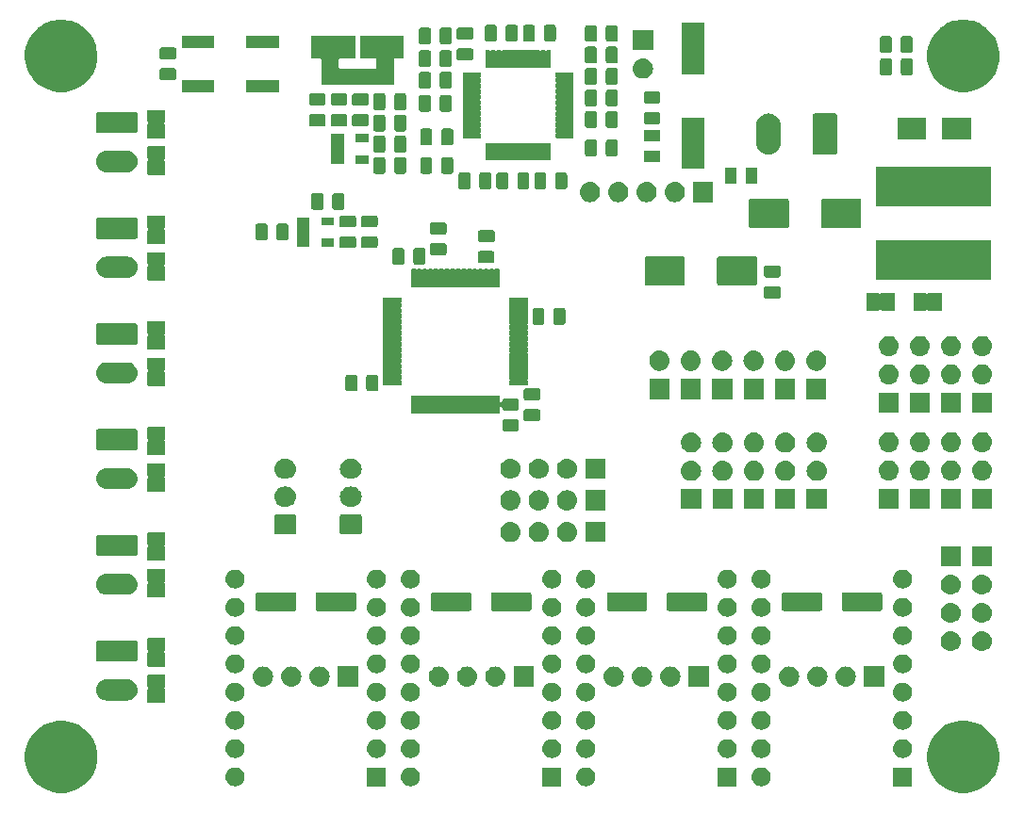
<source format=gbr>
G04 #@! TF.GenerationSoftware,KiCad,Pcbnew,(5.1.4)-1*
G04 #@! TF.CreationDate,2020-03-20T17:35:00+01:00*
G04 #@! TF.ProjectId,stm32f446_actuators,73746d33-3266-4343-9436-5f6163747561,rev?*
G04 #@! TF.SameCoordinates,Original*
G04 #@! TF.FileFunction,Soldermask,Top*
G04 #@! TF.FilePolarity,Negative*
%FSLAX46Y46*%
G04 Gerber Fmt 4.6, Leading zero omitted, Abs format (unit mm)*
G04 Created by KiCad (PCBNEW (5.1.4)-1) date 2020-03-20 17:35:00*
%MOMM*%
%LPD*%
G04 APERTURE LIST*
%ADD10C,0.100000*%
G04 APERTURE END LIST*
D10*
G36*
X135134239Y-113311467D02*
G01*
X135448282Y-113373934D01*
X136039926Y-113619001D01*
X136572392Y-113974784D01*
X137025216Y-114427608D01*
X137380999Y-114960074D01*
X137626066Y-115551718D01*
X137751000Y-116179804D01*
X137751000Y-116820196D01*
X137626066Y-117448282D01*
X137380999Y-118039926D01*
X137025216Y-118572392D01*
X136572392Y-119025216D01*
X136039926Y-119380999D01*
X135448282Y-119626066D01*
X135134239Y-119688533D01*
X134820197Y-119751000D01*
X134179803Y-119751000D01*
X133865761Y-119688533D01*
X133551718Y-119626066D01*
X132960074Y-119380999D01*
X132427608Y-119025216D01*
X131974784Y-118572392D01*
X131619001Y-118039926D01*
X131373934Y-117448282D01*
X131249000Y-116820196D01*
X131249000Y-116179804D01*
X131373934Y-115551718D01*
X131619001Y-114960074D01*
X131974784Y-114427608D01*
X132427608Y-113974784D01*
X132960074Y-113619001D01*
X133551718Y-113373934D01*
X133865761Y-113311467D01*
X134179803Y-113249000D01*
X134820197Y-113249000D01*
X135134239Y-113311467D01*
X135134239Y-113311467D01*
G37*
G36*
X54134239Y-113311467D02*
G01*
X54448282Y-113373934D01*
X55039926Y-113619001D01*
X55572392Y-113974784D01*
X56025216Y-114427608D01*
X56380999Y-114960074D01*
X56626066Y-115551718D01*
X56751000Y-116179804D01*
X56751000Y-116820196D01*
X56626066Y-117448282D01*
X56380999Y-118039926D01*
X56025216Y-118572392D01*
X55572392Y-119025216D01*
X55039926Y-119380999D01*
X54448282Y-119626066D01*
X54134239Y-119688533D01*
X53820197Y-119751000D01*
X53179803Y-119751000D01*
X52865761Y-119688533D01*
X52551718Y-119626066D01*
X51960074Y-119380999D01*
X51427608Y-119025216D01*
X50974784Y-118572392D01*
X50619001Y-118039926D01*
X50373934Y-117448282D01*
X50249000Y-116820196D01*
X50249000Y-116179804D01*
X50373934Y-115551718D01*
X50619001Y-114960074D01*
X50974784Y-114427608D01*
X51427608Y-113974784D01*
X51960074Y-113619001D01*
X52551718Y-113373934D01*
X52865761Y-113311467D01*
X53179803Y-113249000D01*
X53820197Y-113249000D01*
X54134239Y-113311467D01*
X54134239Y-113311467D01*
G37*
G36*
X69280223Y-117449113D02*
G01*
X69440642Y-117497776D01*
X69573306Y-117568686D01*
X69588478Y-117576796D01*
X69718059Y-117683141D01*
X69824404Y-117812722D01*
X69824405Y-117812724D01*
X69903424Y-117960558D01*
X69952087Y-118120977D01*
X69968517Y-118287800D01*
X69952087Y-118454623D01*
X69903424Y-118615042D01*
X69832514Y-118747706D01*
X69824404Y-118762878D01*
X69718059Y-118892459D01*
X69588478Y-118998804D01*
X69588476Y-118998805D01*
X69440642Y-119077824D01*
X69280223Y-119126487D01*
X69155204Y-119138800D01*
X69071596Y-119138800D01*
X68946577Y-119126487D01*
X68786158Y-119077824D01*
X68638324Y-118998805D01*
X68638322Y-118998804D01*
X68508741Y-118892459D01*
X68402396Y-118762878D01*
X68394286Y-118747706D01*
X68323376Y-118615042D01*
X68274713Y-118454623D01*
X68258283Y-118287800D01*
X68274713Y-118120977D01*
X68323376Y-117960558D01*
X68402395Y-117812724D01*
X68402396Y-117812722D01*
X68508741Y-117683141D01*
X68638322Y-117576796D01*
X68653494Y-117568686D01*
X68786158Y-117497776D01*
X68946577Y-117449113D01*
X69071596Y-117436800D01*
X69155204Y-117436800D01*
X69280223Y-117449113D01*
X69280223Y-117449113D01*
G37*
G36*
X82664400Y-119138800D02*
G01*
X80962400Y-119138800D01*
X80962400Y-117436800D01*
X82664400Y-117436800D01*
X82664400Y-119138800D01*
X82664400Y-119138800D01*
G37*
G36*
X85028223Y-117449113D02*
G01*
X85188642Y-117497776D01*
X85321306Y-117568686D01*
X85336478Y-117576796D01*
X85466059Y-117683141D01*
X85572404Y-117812722D01*
X85572405Y-117812724D01*
X85651424Y-117960558D01*
X85700087Y-118120977D01*
X85716517Y-118287800D01*
X85700087Y-118454623D01*
X85651424Y-118615042D01*
X85580514Y-118747706D01*
X85572404Y-118762878D01*
X85466059Y-118892459D01*
X85336478Y-118998804D01*
X85336476Y-118998805D01*
X85188642Y-119077824D01*
X85028223Y-119126487D01*
X84903204Y-119138800D01*
X84819596Y-119138800D01*
X84694577Y-119126487D01*
X84534158Y-119077824D01*
X84386324Y-118998805D01*
X84386322Y-118998804D01*
X84256741Y-118892459D01*
X84150396Y-118762878D01*
X84142286Y-118747706D01*
X84071376Y-118615042D01*
X84022713Y-118454623D01*
X84006283Y-118287800D01*
X84022713Y-118120977D01*
X84071376Y-117960558D01*
X84150395Y-117812724D01*
X84150396Y-117812722D01*
X84256741Y-117683141D01*
X84386322Y-117576796D01*
X84401494Y-117568686D01*
X84534158Y-117497776D01*
X84694577Y-117449113D01*
X84819596Y-117436800D01*
X84903204Y-117436800D01*
X85028223Y-117449113D01*
X85028223Y-117449113D01*
G37*
G36*
X98412400Y-119138800D02*
G01*
X96710400Y-119138800D01*
X96710400Y-117436800D01*
X98412400Y-117436800D01*
X98412400Y-119138800D01*
X98412400Y-119138800D01*
G37*
G36*
X100776223Y-117449113D02*
G01*
X100936642Y-117497776D01*
X101069306Y-117568686D01*
X101084478Y-117576796D01*
X101214059Y-117683141D01*
X101320404Y-117812722D01*
X101320405Y-117812724D01*
X101399424Y-117960558D01*
X101448087Y-118120977D01*
X101464517Y-118287800D01*
X101448087Y-118454623D01*
X101399424Y-118615042D01*
X101328514Y-118747706D01*
X101320404Y-118762878D01*
X101214059Y-118892459D01*
X101084478Y-118998804D01*
X101084476Y-118998805D01*
X100936642Y-119077824D01*
X100776223Y-119126487D01*
X100651204Y-119138800D01*
X100567596Y-119138800D01*
X100442577Y-119126487D01*
X100282158Y-119077824D01*
X100134324Y-118998805D01*
X100134322Y-118998804D01*
X100004741Y-118892459D01*
X99898396Y-118762878D01*
X99890286Y-118747706D01*
X99819376Y-118615042D01*
X99770713Y-118454623D01*
X99754283Y-118287800D01*
X99770713Y-118120977D01*
X99819376Y-117960558D01*
X99898395Y-117812724D01*
X99898396Y-117812722D01*
X100004741Y-117683141D01*
X100134322Y-117576796D01*
X100149494Y-117568686D01*
X100282158Y-117497776D01*
X100442577Y-117449113D01*
X100567596Y-117436800D01*
X100651204Y-117436800D01*
X100776223Y-117449113D01*
X100776223Y-117449113D01*
G37*
G36*
X114160400Y-119138800D02*
G01*
X112458400Y-119138800D01*
X112458400Y-117436800D01*
X114160400Y-117436800D01*
X114160400Y-119138800D01*
X114160400Y-119138800D01*
G37*
G36*
X116524223Y-117449113D02*
G01*
X116684642Y-117497776D01*
X116817306Y-117568686D01*
X116832478Y-117576796D01*
X116962059Y-117683141D01*
X117068404Y-117812722D01*
X117068405Y-117812724D01*
X117147424Y-117960558D01*
X117196087Y-118120977D01*
X117212517Y-118287800D01*
X117196087Y-118454623D01*
X117147424Y-118615042D01*
X117076514Y-118747706D01*
X117068404Y-118762878D01*
X116962059Y-118892459D01*
X116832478Y-118998804D01*
X116832476Y-118998805D01*
X116684642Y-119077824D01*
X116524223Y-119126487D01*
X116399204Y-119138800D01*
X116315596Y-119138800D01*
X116190577Y-119126487D01*
X116030158Y-119077824D01*
X115882324Y-118998805D01*
X115882322Y-118998804D01*
X115752741Y-118892459D01*
X115646396Y-118762878D01*
X115638286Y-118747706D01*
X115567376Y-118615042D01*
X115518713Y-118454623D01*
X115502283Y-118287800D01*
X115518713Y-118120977D01*
X115567376Y-117960558D01*
X115646395Y-117812724D01*
X115646396Y-117812722D01*
X115752741Y-117683141D01*
X115882322Y-117576796D01*
X115897494Y-117568686D01*
X116030158Y-117497776D01*
X116190577Y-117449113D01*
X116315596Y-117436800D01*
X116399204Y-117436800D01*
X116524223Y-117449113D01*
X116524223Y-117449113D01*
G37*
G36*
X129908400Y-119138800D02*
G01*
X128206400Y-119138800D01*
X128206400Y-117436800D01*
X129908400Y-117436800D01*
X129908400Y-119138800D01*
X129908400Y-119138800D01*
G37*
G36*
X113476223Y-114909113D02*
G01*
X113636642Y-114957776D01*
X113769306Y-115028686D01*
X113784478Y-115036796D01*
X113914059Y-115143141D01*
X114020404Y-115272722D01*
X114020405Y-115272724D01*
X114099424Y-115420558D01*
X114148087Y-115580977D01*
X114164517Y-115747800D01*
X114148087Y-115914623D01*
X114099424Y-116075042D01*
X114043428Y-116179803D01*
X114020404Y-116222878D01*
X113914059Y-116352459D01*
X113784478Y-116458804D01*
X113784476Y-116458805D01*
X113636642Y-116537824D01*
X113476223Y-116586487D01*
X113351204Y-116598800D01*
X113267596Y-116598800D01*
X113142577Y-116586487D01*
X112982158Y-116537824D01*
X112834324Y-116458805D01*
X112834322Y-116458804D01*
X112704741Y-116352459D01*
X112598396Y-116222878D01*
X112575372Y-116179803D01*
X112519376Y-116075042D01*
X112470713Y-115914623D01*
X112454283Y-115747800D01*
X112470713Y-115580977D01*
X112519376Y-115420558D01*
X112598395Y-115272724D01*
X112598396Y-115272722D01*
X112704741Y-115143141D01*
X112834322Y-115036796D01*
X112849494Y-115028686D01*
X112982158Y-114957776D01*
X113142577Y-114909113D01*
X113267596Y-114896800D01*
X113351204Y-114896800D01*
X113476223Y-114909113D01*
X113476223Y-114909113D01*
G37*
G36*
X69280223Y-114909113D02*
G01*
X69440642Y-114957776D01*
X69573306Y-115028686D01*
X69588478Y-115036796D01*
X69718059Y-115143141D01*
X69824404Y-115272722D01*
X69824405Y-115272724D01*
X69903424Y-115420558D01*
X69952087Y-115580977D01*
X69968517Y-115747800D01*
X69952087Y-115914623D01*
X69903424Y-116075042D01*
X69847428Y-116179803D01*
X69824404Y-116222878D01*
X69718059Y-116352459D01*
X69588478Y-116458804D01*
X69588476Y-116458805D01*
X69440642Y-116537824D01*
X69280223Y-116586487D01*
X69155204Y-116598800D01*
X69071596Y-116598800D01*
X68946577Y-116586487D01*
X68786158Y-116537824D01*
X68638324Y-116458805D01*
X68638322Y-116458804D01*
X68508741Y-116352459D01*
X68402396Y-116222878D01*
X68379372Y-116179803D01*
X68323376Y-116075042D01*
X68274713Y-115914623D01*
X68258283Y-115747800D01*
X68274713Y-115580977D01*
X68323376Y-115420558D01*
X68402395Y-115272724D01*
X68402396Y-115272722D01*
X68508741Y-115143141D01*
X68638322Y-115036796D01*
X68653494Y-115028686D01*
X68786158Y-114957776D01*
X68946577Y-114909113D01*
X69071596Y-114896800D01*
X69155204Y-114896800D01*
X69280223Y-114909113D01*
X69280223Y-114909113D01*
G37*
G36*
X129224223Y-114909113D02*
G01*
X129384642Y-114957776D01*
X129517306Y-115028686D01*
X129532478Y-115036796D01*
X129662059Y-115143141D01*
X129768404Y-115272722D01*
X129768405Y-115272724D01*
X129847424Y-115420558D01*
X129896087Y-115580977D01*
X129912517Y-115747800D01*
X129896087Y-115914623D01*
X129847424Y-116075042D01*
X129791428Y-116179803D01*
X129768404Y-116222878D01*
X129662059Y-116352459D01*
X129532478Y-116458804D01*
X129532476Y-116458805D01*
X129384642Y-116537824D01*
X129224223Y-116586487D01*
X129099204Y-116598800D01*
X129015596Y-116598800D01*
X128890577Y-116586487D01*
X128730158Y-116537824D01*
X128582324Y-116458805D01*
X128582322Y-116458804D01*
X128452741Y-116352459D01*
X128346396Y-116222878D01*
X128323372Y-116179803D01*
X128267376Y-116075042D01*
X128218713Y-115914623D01*
X128202283Y-115747800D01*
X128218713Y-115580977D01*
X128267376Y-115420558D01*
X128346395Y-115272724D01*
X128346396Y-115272722D01*
X128452741Y-115143141D01*
X128582322Y-115036796D01*
X128597494Y-115028686D01*
X128730158Y-114957776D01*
X128890577Y-114909113D01*
X129015596Y-114896800D01*
X129099204Y-114896800D01*
X129224223Y-114909113D01*
X129224223Y-114909113D01*
G37*
G36*
X116524223Y-114909113D02*
G01*
X116684642Y-114957776D01*
X116817306Y-115028686D01*
X116832478Y-115036796D01*
X116962059Y-115143141D01*
X117068404Y-115272722D01*
X117068405Y-115272724D01*
X117147424Y-115420558D01*
X117196087Y-115580977D01*
X117212517Y-115747800D01*
X117196087Y-115914623D01*
X117147424Y-116075042D01*
X117091428Y-116179803D01*
X117068404Y-116222878D01*
X116962059Y-116352459D01*
X116832478Y-116458804D01*
X116832476Y-116458805D01*
X116684642Y-116537824D01*
X116524223Y-116586487D01*
X116399204Y-116598800D01*
X116315596Y-116598800D01*
X116190577Y-116586487D01*
X116030158Y-116537824D01*
X115882324Y-116458805D01*
X115882322Y-116458804D01*
X115752741Y-116352459D01*
X115646396Y-116222878D01*
X115623372Y-116179803D01*
X115567376Y-116075042D01*
X115518713Y-115914623D01*
X115502283Y-115747800D01*
X115518713Y-115580977D01*
X115567376Y-115420558D01*
X115646395Y-115272724D01*
X115646396Y-115272722D01*
X115752741Y-115143141D01*
X115882322Y-115036796D01*
X115897494Y-115028686D01*
X116030158Y-114957776D01*
X116190577Y-114909113D01*
X116315596Y-114896800D01*
X116399204Y-114896800D01*
X116524223Y-114909113D01*
X116524223Y-114909113D01*
G37*
G36*
X97728223Y-114909113D02*
G01*
X97888642Y-114957776D01*
X98021306Y-115028686D01*
X98036478Y-115036796D01*
X98166059Y-115143141D01*
X98272404Y-115272722D01*
X98272405Y-115272724D01*
X98351424Y-115420558D01*
X98400087Y-115580977D01*
X98416517Y-115747800D01*
X98400087Y-115914623D01*
X98351424Y-116075042D01*
X98295428Y-116179803D01*
X98272404Y-116222878D01*
X98166059Y-116352459D01*
X98036478Y-116458804D01*
X98036476Y-116458805D01*
X97888642Y-116537824D01*
X97728223Y-116586487D01*
X97603204Y-116598800D01*
X97519596Y-116598800D01*
X97394577Y-116586487D01*
X97234158Y-116537824D01*
X97086324Y-116458805D01*
X97086322Y-116458804D01*
X96956741Y-116352459D01*
X96850396Y-116222878D01*
X96827372Y-116179803D01*
X96771376Y-116075042D01*
X96722713Y-115914623D01*
X96706283Y-115747800D01*
X96722713Y-115580977D01*
X96771376Y-115420558D01*
X96850395Y-115272724D01*
X96850396Y-115272722D01*
X96956741Y-115143141D01*
X97086322Y-115036796D01*
X97101494Y-115028686D01*
X97234158Y-114957776D01*
X97394577Y-114909113D01*
X97519596Y-114896800D01*
X97603204Y-114896800D01*
X97728223Y-114909113D01*
X97728223Y-114909113D01*
G37*
G36*
X85028223Y-114909113D02*
G01*
X85188642Y-114957776D01*
X85321306Y-115028686D01*
X85336478Y-115036796D01*
X85466059Y-115143141D01*
X85572404Y-115272722D01*
X85572405Y-115272724D01*
X85651424Y-115420558D01*
X85700087Y-115580977D01*
X85716517Y-115747800D01*
X85700087Y-115914623D01*
X85651424Y-116075042D01*
X85595428Y-116179803D01*
X85572404Y-116222878D01*
X85466059Y-116352459D01*
X85336478Y-116458804D01*
X85336476Y-116458805D01*
X85188642Y-116537824D01*
X85028223Y-116586487D01*
X84903204Y-116598800D01*
X84819596Y-116598800D01*
X84694577Y-116586487D01*
X84534158Y-116537824D01*
X84386324Y-116458805D01*
X84386322Y-116458804D01*
X84256741Y-116352459D01*
X84150396Y-116222878D01*
X84127372Y-116179803D01*
X84071376Y-116075042D01*
X84022713Y-115914623D01*
X84006283Y-115747800D01*
X84022713Y-115580977D01*
X84071376Y-115420558D01*
X84150395Y-115272724D01*
X84150396Y-115272722D01*
X84256741Y-115143141D01*
X84386322Y-115036796D01*
X84401494Y-115028686D01*
X84534158Y-114957776D01*
X84694577Y-114909113D01*
X84819596Y-114896800D01*
X84903204Y-114896800D01*
X85028223Y-114909113D01*
X85028223Y-114909113D01*
G37*
G36*
X81980223Y-114909113D02*
G01*
X82140642Y-114957776D01*
X82273306Y-115028686D01*
X82288478Y-115036796D01*
X82418059Y-115143141D01*
X82524404Y-115272722D01*
X82524405Y-115272724D01*
X82603424Y-115420558D01*
X82652087Y-115580977D01*
X82668517Y-115747800D01*
X82652087Y-115914623D01*
X82603424Y-116075042D01*
X82547428Y-116179803D01*
X82524404Y-116222878D01*
X82418059Y-116352459D01*
X82288478Y-116458804D01*
X82288476Y-116458805D01*
X82140642Y-116537824D01*
X81980223Y-116586487D01*
X81855204Y-116598800D01*
X81771596Y-116598800D01*
X81646577Y-116586487D01*
X81486158Y-116537824D01*
X81338324Y-116458805D01*
X81338322Y-116458804D01*
X81208741Y-116352459D01*
X81102396Y-116222878D01*
X81079372Y-116179803D01*
X81023376Y-116075042D01*
X80974713Y-115914623D01*
X80958283Y-115747800D01*
X80974713Y-115580977D01*
X81023376Y-115420558D01*
X81102395Y-115272724D01*
X81102396Y-115272722D01*
X81208741Y-115143141D01*
X81338322Y-115036796D01*
X81353494Y-115028686D01*
X81486158Y-114957776D01*
X81646577Y-114909113D01*
X81771596Y-114896800D01*
X81855204Y-114896800D01*
X81980223Y-114909113D01*
X81980223Y-114909113D01*
G37*
G36*
X100776223Y-114909113D02*
G01*
X100936642Y-114957776D01*
X101069306Y-115028686D01*
X101084478Y-115036796D01*
X101214059Y-115143141D01*
X101320404Y-115272722D01*
X101320405Y-115272724D01*
X101399424Y-115420558D01*
X101448087Y-115580977D01*
X101464517Y-115747800D01*
X101448087Y-115914623D01*
X101399424Y-116075042D01*
X101343428Y-116179803D01*
X101320404Y-116222878D01*
X101214059Y-116352459D01*
X101084478Y-116458804D01*
X101084476Y-116458805D01*
X100936642Y-116537824D01*
X100776223Y-116586487D01*
X100651204Y-116598800D01*
X100567596Y-116598800D01*
X100442577Y-116586487D01*
X100282158Y-116537824D01*
X100134324Y-116458805D01*
X100134322Y-116458804D01*
X100004741Y-116352459D01*
X99898396Y-116222878D01*
X99875372Y-116179803D01*
X99819376Y-116075042D01*
X99770713Y-115914623D01*
X99754283Y-115747800D01*
X99770713Y-115580977D01*
X99819376Y-115420558D01*
X99898395Y-115272724D01*
X99898396Y-115272722D01*
X100004741Y-115143141D01*
X100134322Y-115036796D01*
X100149494Y-115028686D01*
X100282158Y-114957776D01*
X100442577Y-114909113D01*
X100567596Y-114896800D01*
X100651204Y-114896800D01*
X100776223Y-114909113D01*
X100776223Y-114909113D01*
G37*
G36*
X69280223Y-112369113D02*
G01*
X69440642Y-112417776D01*
X69573306Y-112488686D01*
X69588478Y-112496796D01*
X69718059Y-112603141D01*
X69824404Y-112732722D01*
X69824405Y-112732724D01*
X69903424Y-112880558D01*
X69952087Y-113040977D01*
X69968517Y-113207800D01*
X69952087Y-113374623D01*
X69903424Y-113535042D01*
X69858547Y-113619001D01*
X69824404Y-113682878D01*
X69718059Y-113812459D01*
X69588478Y-113918804D01*
X69588476Y-113918805D01*
X69440642Y-113997824D01*
X69280223Y-114046487D01*
X69155204Y-114058800D01*
X69071596Y-114058800D01*
X68946577Y-114046487D01*
X68786158Y-113997824D01*
X68638324Y-113918805D01*
X68638322Y-113918804D01*
X68508741Y-113812459D01*
X68402396Y-113682878D01*
X68368253Y-113619001D01*
X68323376Y-113535042D01*
X68274713Y-113374623D01*
X68258283Y-113207800D01*
X68274713Y-113040977D01*
X68323376Y-112880558D01*
X68402395Y-112732724D01*
X68402396Y-112732722D01*
X68508741Y-112603141D01*
X68638322Y-112496796D01*
X68653494Y-112488686D01*
X68786158Y-112417776D01*
X68946577Y-112369113D01*
X69071596Y-112356800D01*
X69155204Y-112356800D01*
X69280223Y-112369113D01*
X69280223Y-112369113D01*
G37*
G36*
X129224223Y-112369113D02*
G01*
X129384642Y-112417776D01*
X129517306Y-112488686D01*
X129532478Y-112496796D01*
X129662059Y-112603141D01*
X129768404Y-112732722D01*
X129768405Y-112732724D01*
X129847424Y-112880558D01*
X129896087Y-113040977D01*
X129912517Y-113207800D01*
X129896087Y-113374623D01*
X129847424Y-113535042D01*
X129802547Y-113619001D01*
X129768404Y-113682878D01*
X129662059Y-113812459D01*
X129532478Y-113918804D01*
X129532476Y-113918805D01*
X129384642Y-113997824D01*
X129224223Y-114046487D01*
X129099204Y-114058800D01*
X129015596Y-114058800D01*
X128890577Y-114046487D01*
X128730158Y-113997824D01*
X128582324Y-113918805D01*
X128582322Y-113918804D01*
X128452741Y-113812459D01*
X128346396Y-113682878D01*
X128312253Y-113619001D01*
X128267376Y-113535042D01*
X128218713Y-113374623D01*
X128202283Y-113207800D01*
X128218713Y-113040977D01*
X128267376Y-112880558D01*
X128346395Y-112732724D01*
X128346396Y-112732722D01*
X128452741Y-112603141D01*
X128582322Y-112496796D01*
X128597494Y-112488686D01*
X128730158Y-112417776D01*
X128890577Y-112369113D01*
X129015596Y-112356800D01*
X129099204Y-112356800D01*
X129224223Y-112369113D01*
X129224223Y-112369113D01*
G37*
G36*
X116524223Y-112369113D02*
G01*
X116684642Y-112417776D01*
X116817306Y-112488686D01*
X116832478Y-112496796D01*
X116962059Y-112603141D01*
X117068404Y-112732722D01*
X117068405Y-112732724D01*
X117147424Y-112880558D01*
X117196087Y-113040977D01*
X117212517Y-113207800D01*
X117196087Y-113374623D01*
X117147424Y-113535042D01*
X117102547Y-113619001D01*
X117068404Y-113682878D01*
X116962059Y-113812459D01*
X116832478Y-113918804D01*
X116832476Y-113918805D01*
X116684642Y-113997824D01*
X116524223Y-114046487D01*
X116399204Y-114058800D01*
X116315596Y-114058800D01*
X116190577Y-114046487D01*
X116030158Y-113997824D01*
X115882324Y-113918805D01*
X115882322Y-113918804D01*
X115752741Y-113812459D01*
X115646396Y-113682878D01*
X115612253Y-113619001D01*
X115567376Y-113535042D01*
X115518713Y-113374623D01*
X115502283Y-113207800D01*
X115518713Y-113040977D01*
X115567376Y-112880558D01*
X115646395Y-112732724D01*
X115646396Y-112732722D01*
X115752741Y-112603141D01*
X115882322Y-112496796D01*
X115897494Y-112488686D01*
X116030158Y-112417776D01*
X116190577Y-112369113D01*
X116315596Y-112356800D01*
X116399204Y-112356800D01*
X116524223Y-112369113D01*
X116524223Y-112369113D01*
G37*
G36*
X113476223Y-112369113D02*
G01*
X113636642Y-112417776D01*
X113769306Y-112488686D01*
X113784478Y-112496796D01*
X113914059Y-112603141D01*
X114020404Y-112732722D01*
X114020405Y-112732724D01*
X114099424Y-112880558D01*
X114148087Y-113040977D01*
X114164517Y-113207800D01*
X114148087Y-113374623D01*
X114099424Y-113535042D01*
X114054547Y-113619001D01*
X114020404Y-113682878D01*
X113914059Y-113812459D01*
X113784478Y-113918804D01*
X113784476Y-113918805D01*
X113636642Y-113997824D01*
X113476223Y-114046487D01*
X113351204Y-114058800D01*
X113267596Y-114058800D01*
X113142577Y-114046487D01*
X112982158Y-113997824D01*
X112834324Y-113918805D01*
X112834322Y-113918804D01*
X112704741Y-113812459D01*
X112598396Y-113682878D01*
X112564253Y-113619001D01*
X112519376Y-113535042D01*
X112470713Y-113374623D01*
X112454283Y-113207800D01*
X112470713Y-113040977D01*
X112519376Y-112880558D01*
X112598395Y-112732724D01*
X112598396Y-112732722D01*
X112704741Y-112603141D01*
X112834322Y-112496796D01*
X112849494Y-112488686D01*
X112982158Y-112417776D01*
X113142577Y-112369113D01*
X113267596Y-112356800D01*
X113351204Y-112356800D01*
X113476223Y-112369113D01*
X113476223Y-112369113D01*
G37*
G36*
X100776223Y-112369113D02*
G01*
X100936642Y-112417776D01*
X101069306Y-112488686D01*
X101084478Y-112496796D01*
X101214059Y-112603141D01*
X101320404Y-112732722D01*
X101320405Y-112732724D01*
X101399424Y-112880558D01*
X101448087Y-113040977D01*
X101464517Y-113207800D01*
X101448087Y-113374623D01*
X101399424Y-113535042D01*
X101354547Y-113619001D01*
X101320404Y-113682878D01*
X101214059Y-113812459D01*
X101084478Y-113918804D01*
X101084476Y-113918805D01*
X100936642Y-113997824D01*
X100776223Y-114046487D01*
X100651204Y-114058800D01*
X100567596Y-114058800D01*
X100442577Y-114046487D01*
X100282158Y-113997824D01*
X100134324Y-113918805D01*
X100134322Y-113918804D01*
X100004741Y-113812459D01*
X99898396Y-113682878D01*
X99864253Y-113619001D01*
X99819376Y-113535042D01*
X99770713Y-113374623D01*
X99754283Y-113207800D01*
X99770713Y-113040977D01*
X99819376Y-112880558D01*
X99898395Y-112732724D01*
X99898396Y-112732722D01*
X100004741Y-112603141D01*
X100134322Y-112496796D01*
X100149494Y-112488686D01*
X100282158Y-112417776D01*
X100442577Y-112369113D01*
X100567596Y-112356800D01*
X100651204Y-112356800D01*
X100776223Y-112369113D01*
X100776223Y-112369113D01*
G37*
G36*
X97728223Y-112369113D02*
G01*
X97888642Y-112417776D01*
X98021306Y-112488686D01*
X98036478Y-112496796D01*
X98166059Y-112603141D01*
X98272404Y-112732722D01*
X98272405Y-112732724D01*
X98351424Y-112880558D01*
X98400087Y-113040977D01*
X98416517Y-113207800D01*
X98400087Y-113374623D01*
X98351424Y-113535042D01*
X98306547Y-113619001D01*
X98272404Y-113682878D01*
X98166059Y-113812459D01*
X98036478Y-113918804D01*
X98036476Y-113918805D01*
X97888642Y-113997824D01*
X97728223Y-114046487D01*
X97603204Y-114058800D01*
X97519596Y-114058800D01*
X97394577Y-114046487D01*
X97234158Y-113997824D01*
X97086324Y-113918805D01*
X97086322Y-113918804D01*
X96956741Y-113812459D01*
X96850396Y-113682878D01*
X96816253Y-113619001D01*
X96771376Y-113535042D01*
X96722713Y-113374623D01*
X96706283Y-113207800D01*
X96722713Y-113040977D01*
X96771376Y-112880558D01*
X96850395Y-112732724D01*
X96850396Y-112732722D01*
X96956741Y-112603141D01*
X97086322Y-112496796D01*
X97101494Y-112488686D01*
X97234158Y-112417776D01*
X97394577Y-112369113D01*
X97519596Y-112356800D01*
X97603204Y-112356800D01*
X97728223Y-112369113D01*
X97728223Y-112369113D01*
G37*
G36*
X85028223Y-112369113D02*
G01*
X85188642Y-112417776D01*
X85321306Y-112488686D01*
X85336478Y-112496796D01*
X85466059Y-112603141D01*
X85572404Y-112732722D01*
X85572405Y-112732724D01*
X85651424Y-112880558D01*
X85700087Y-113040977D01*
X85716517Y-113207800D01*
X85700087Y-113374623D01*
X85651424Y-113535042D01*
X85606547Y-113619001D01*
X85572404Y-113682878D01*
X85466059Y-113812459D01*
X85336478Y-113918804D01*
X85336476Y-113918805D01*
X85188642Y-113997824D01*
X85028223Y-114046487D01*
X84903204Y-114058800D01*
X84819596Y-114058800D01*
X84694577Y-114046487D01*
X84534158Y-113997824D01*
X84386324Y-113918805D01*
X84386322Y-113918804D01*
X84256741Y-113812459D01*
X84150396Y-113682878D01*
X84116253Y-113619001D01*
X84071376Y-113535042D01*
X84022713Y-113374623D01*
X84006283Y-113207800D01*
X84022713Y-113040977D01*
X84071376Y-112880558D01*
X84150395Y-112732724D01*
X84150396Y-112732722D01*
X84256741Y-112603141D01*
X84386322Y-112496796D01*
X84401494Y-112488686D01*
X84534158Y-112417776D01*
X84694577Y-112369113D01*
X84819596Y-112356800D01*
X84903204Y-112356800D01*
X85028223Y-112369113D01*
X85028223Y-112369113D01*
G37*
G36*
X81980223Y-112369113D02*
G01*
X82140642Y-112417776D01*
X82273306Y-112488686D01*
X82288478Y-112496796D01*
X82418059Y-112603141D01*
X82524404Y-112732722D01*
X82524405Y-112732724D01*
X82603424Y-112880558D01*
X82652087Y-113040977D01*
X82668517Y-113207800D01*
X82652087Y-113374623D01*
X82603424Y-113535042D01*
X82558547Y-113619001D01*
X82524404Y-113682878D01*
X82418059Y-113812459D01*
X82288478Y-113918804D01*
X82288476Y-113918805D01*
X82140642Y-113997824D01*
X81980223Y-114046487D01*
X81855204Y-114058800D01*
X81771596Y-114058800D01*
X81646577Y-114046487D01*
X81486158Y-113997824D01*
X81338324Y-113918805D01*
X81338322Y-113918804D01*
X81208741Y-113812459D01*
X81102396Y-113682878D01*
X81068253Y-113619001D01*
X81023376Y-113535042D01*
X80974713Y-113374623D01*
X80958283Y-113207800D01*
X80974713Y-113040977D01*
X81023376Y-112880558D01*
X81102395Y-112732724D01*
X81102396Y-112732722D01*
X81208741Y-112603141D01*
X81338322Y-112496796D01*
X81353494Y-112488686D01*
X81486158Y-112417776D01*
X81646577Y-112369113D01*
X81771596Y-112356800D01*
X81855204Y-112356800D01*
X81980223Y-112369113D01*
X81980223Y-112369113D01*
G37*
G36*
X62812199Y-109113137D02*
G01*
X62821808Y-109116052D01*
X62830672Y-109120790D01*
X62838437Y-109127163D01*
X62844810Y-109134928D01*
X62849548Y-109143792D01*
X62852463Y-109153401D01*
X62854052Y-109169540D01*
X62854052Y-110157260D01*
X62852463Y-110173399D01*
X62849548Y-110183008D01*
X62844810Y-110191872D01*
X62838458Y-110199612D01*
X62838437Y-110199637D01*
X62830627Y-110206040D01*
X62830572Y-110206077D01*
X62821053Y-110213880D01*
X62821078Y-110213911D01*
X62807228Y-110225253D01*
X62791663Y-110244179D01*
X62780089Y-110265777D01*
X62772951Y-110289219D01*
X62770524Y-110313602D01*
X62772900Y-110337991D01*
X62779989Y-110361447D01*
X62791518Y-110383070D01*
X62807043Y-110402028D01*
X62825969Y-110417593D01*
X62829025Y-110419429D01*
X62830714Y-110420818D01*
X62830716Y-110420819D01*
X62836912Y-110425915D01*
X62838474Y-110427200D01*
X62844842Y-110434975D01*
X62847991Y-110440883D01*
X62849567Y-110443838D01*
X62852457Y-110453401D01*
X62852482Y-110453485D01*
X62854052Y-110469513D01*
X62854052Y-111607260D01*
X62852463Y-111623399D01*
X62849548Y-111633008D01*
X62844810Y-111641872D01*
X62838437Y-111649637D01*
X62830672Y-111656010D01*
X62821808Y-111660748D01*
X62812199Y-111663663D01*
X62796060Y-111665252D01*
X61308340Y-111665252D01*
X61292201Y-111663663D01*
X61282592Y-111660748D01*
X61273728Y-111656010D01*
X61265963Y-111649637D01*
X61259590Y-111641872D01*
X61254852Y-111633008D01*
X61251937Y-111623399D01*
X61250348Y-111607260D01*
X61250348Y-110469540D01*
X61251937Y-110453401D01*
X61254852Y-110443792D01*
X61259590Y-110434928D01*
X61265963Y-110427163D01*
X61278937Y-110416516D01*
X61288168Y-110410347D01*
X61305494Y-110393019D01*
X61319107Y-110372644D01*
X61328483Y-110350005D01*
X61333263Y-110325972D01*
X61333262Y-110301468D01*
X61328480Y-110277435D01*
X61319102Y-110254796D01*
X61305487Y-110234422D01*
X61288159Y-110217096D01*
X61278883Y-110210225D01*
X61266000Y-110199674D01*
X61260284Y-110192724D01*
X61259619Y-110191916D01*
X61254874Y-110183061D01*
X61253949Y-110180023D01*
X61251958Y-110173485D01*
X61251958Y-110173482D01*
X61251948Y-110173450D01*
X61250953Y-110163400D01*
X61250953Y-110163335D01*
X61250348Y-110157225D01*
X61250348Y-109169540D01*
X61251937Y-109153401D01*
X61254852Y-109143792D01*
X61259590Y-109134928D01*
X61265963Y-109127163D01*
X61273728Y-109120790D01*
X61282592Y-109116052D01*
X61292201Y-109113137D01*
X61308340Y-109111548D01*
X62796060Y-109111548D01*
X62812199Y-109113137D01*
X62812199Y-109113137D01*
G37*
G36*
X129224223Y-109829113D02*
G01*
X129384642Y-109877776D01*
X129446773Y-109910986D01*
X129532478Y-109956796D01*
X129662059Y-110063141D01*
X129768404Y-110192722D01*
X129768405Y-110192724D01*
X129847424Y-110340558D01*
X129896087Y-110500977D01*
X129912517Y-110667800D01*
X129896087Y-110834623D01*
X129847424Y-110995042D01*
X129836380Y-111015703D01*
X129768404Y-111142878D01*
X129662059Y-111272459D01*
X129532478Y-111378804D01*
X129532476Y-111378805D01*
X129384642Y-111457824D01*
X129224223Y-111506487D01*
X129099204Y-111518800D01*
X129015596Y-111518800D01*
X128890577Y-111506487D01*
X128730158Y-111457824D01*
X128582324Y-111378805D01*
X128582322Y-111378804D01*
X128452741Y-111272459D01*
X128346396Y-111142878D01*
X128278420Y-111015703D01*
X128267376Y-110995042D01*
X128218713Y-110834623D01*
X128202283Y-110667800D01*
X128218713Y-110500977D01*
X128267376Y-110340558D01*
X128346395Y-110192724D01*
X128346396Y-110192722D01*
X128452741Y-110063141D01*
X128582322Y-109956796D01*
X128668027Y-109910986D01*
X128730158Y-109877776D01*
X128890577Y-109829113D01*
X129015596Y-109816800D01*
X129099204Y-109816800D01*
X129224223Y-109829113D01*
X129224223Y-109829113D01*
G37*
G36*
X85028223Y-109829113D02*
G01*
X85188642Y-109877776D01*
X85250773Y-109910986D01*
X85336478Y-109956796D01*
X85466059Y-110063141D01*
X85572404Y-110192722D01*
X85572405Y-110192724D01*
X85651424Y-110340558D01*
X85700087Y-110500977D01*
X85716517Y-110667800D01*
X85700087Y-110834623D01*
X85651424Y-110995042D01*
X85640380Y-111015703D01*
X85572404Y-111142878D01*
X85466059Y-111272459D01*
X85336478Y-111378804D01*
X85336476Y-111378805D01*
X85188642Y-111457824D01*
X85028223Y-111506487D01*
X84903204Y-111518800D01*
X84819596Y-111518800D01*
X84694577Y-111506487D01*
X84534158Y-111457824D01*
X84386324Y-111378805D01*
X84386322Y-111378804D01*
X84256741Y-111272459D01*
X84150396Y-111142878D01*
X84082420Y-111015703D01*
X84071376Y-110995042D01*
X84022713Y-110834623D01*
X84006283Y-110667800D01*
X84022713Y-110500977D01*
X84071376Y-110340558D01*
X84150395Y-110192724D01*
X84150396Y-110192722D01*
X84256741Y-110063141D01*
X84386322Y-109956796D01*
X84472027Y-109910986D01*
X84534158Y-109877776D01*
X84694577Y-109829113D01*
X84819596Y-109816800D01*
X84903204Y-109816800D01*
X85028223Y-109829113D01*
X85028223Y-109829113D01*
G37*
G36*
X69280223Y-109829113D02*
G01*
X69440642Y-109877776D01*
X69502773Y-109910986D01*
X69588478Y-109956796D01*
X69718059Y-110063141D01*
X69824404Y-110192722D01*
X69824405Y-110192724D01*
X69903424Y-110340558D01*
X69952087Y-110500977D01*
X69968517Y-110667800D01*
X69952087Y-110834623D01*
X69903424Y-110995042D01*
X69892380Y-111015703D01*
X69824404Y-111142878D01*
X69718059Y-111272459D01*
X69588478Y-111378804D01*
X69588476Y-111378805D01*
X69440642Y-111457824D01*
X69280223Y-111506487D01*
X69155204Y-111518800D01*
X69071596Y-111518800D01*
X68946577Y-111506487D01*
X68786158Y-111457824D01*
X68638324Y-111378805D01*
X68638322Y-111378804D01*
X68508741Y-111272459D01*
X68402396Y-111142878D01*
X68334420Y-111015703D01*
X68323376Y-110995042D01*
X68274713Y-110834623D01*
X68258283Y-110667800D01*
X68274713Y-110500977D01*
X68323376Y-110340558D01*
X68402395Y-110192724D01*
X68402396Y-110192722D01*
X68508741Y-110063141D01*
X68638322Y-109956796D01*
X68724027Y-109910986D01*
X68786158Y-109877776D01*
X68946577Y-109829113D01*
X69071596Y-109816800D01*
X69155204Y-109816800D01*
X69280223Y-109829113D01*
X69280223Y-109829113D01*
G37*
G36*
X100776223Y-109829113D02*
G01*
X100936642Y-109877776D01*
X100998773Y-109910986D01*
X101084478Y-109956796D01*
X101214059Y-110063141D01*
X101320404Y-110192722D01*
X101320405Y-110192724D01*
X101399424Y-110340558D01*
X101448087Y-110500977D01*
X101464517Y-110667800D01*
X101448087Y-110834623D01*
X101399424Y-110995042D01*
X101388380Y-111015703D01*
X101320404Y-111142878D01*
X101214059Y-111272459D01*
X101084478Y-111378804D01*
X101084476Y-111378805D01*
X100936642Y-111457824D01*
X100776223Y-111506487D01*
X100651204Y-111518800D01*
X100567596Y-111518800D01*
X100442577Y-111506487D01*
X100282158Y-111457824D01*
X100134324Y-111378805D01*
X100134322Y-111378804D01*
X100004741Y-111272459D01*
X99898396Y-111142878D01*
X99830420Y-111015703D01*
X99819376Y-110995042D01*
X99770713Y-110834623D01*
X99754283Y-110667800D01*
X99770713Y-110500977D01*
X99819376Y-110340558D01*
X99898395Y-110192724D01*
X99898396Y-110192722D01*
X100004741Y-110063141D01*
X100134322Y-109956796D01*
X100220027Y-109910986D01*
X100282158Y-109877776D01*
X100442577Y-109829113D01*
X100567596Y-109816800D01*
X100651204Y-109816800D01*
X100776223Y-109829113D01*
X100776223Y-109829113D01*
G37*
G36*
X116524223Y-109829113D02*
G01*
X116684642Y-109877776D01*
X116746773Y-109910986D01*
X116832478Y-109956796D01*
X116962059Y-110063141D01*
X117068404Y-110192722D01*
X117068405Y-110192724D01*
X117147424Y-110340558D01*
X117196087Y-110500977D01*
X117212517Y-110667800D01*
X117196087Y-110834623D01*
X117147424Y-110995042D01*
X117136380Y-111015703D01*
X117068404Y-111142878D01*
X116962059Y-111272459D01*
X116832478Y-111378804D01*
X116832476Y-111378805D01*
X116684642Y-111457824D01*
X116524223Y-111506487D01*
X116399204Y-111518800D01*
X116315596Y-111518800D01*
X116190577Y-111506487D01*
X116030158Y-111457824D01*
X115882324Y-111378805D01*
X115882322Y-111378804D01*
X115752741Y-111272459D01*
X115646396Y-111142878D01*
X115578420Y-111015703D01*
X115567376Y-110995042D01*
X115518713Y-110834623D01*
X115502283Y-110667800D01*
X115518713Y-110500977D01*
X115567376Y-110340558D01*
X115646395Y-110192724D01*
X115646396Y-110192722D01*
X115752741Y-110063141D01*
X115882322Y-109956796D01*
X115968027Y-109910986D01*
X116030158Y-109877776D01*
X116190577Y-109829113D01*
X116315596Y-109816800D01*
X116399204Y-109816800D01*
X116524223Y-109829113D01*
X116524223Y-109829113D01*
G37*
G36*
X113476223Y-109829113D02*
G01*
X113636642Y-109877776D01*
X113698773Y-109910986D01*
X113784478Y-109956796D01*
X113914059Y-110063141D01*
X114020404Y-110192722D01*
X114020405Y-110192724D01*
X114099424Y-110340558D01*
X114148087Y-110500977D01*
X114164517Y-110667800D01*
X114148087Y-110834623D01*
X114099424Y-110995042D01*
X114088380Y-111015703D01*
X114020404Y-111142878D01*
X113914059Y-111272459D01*
X113784478Y-111378804D01*
X113784476Y-111378805D01*
X113636642Y-111457824D01*
X113476223Y-111506487D01*
X113351204Y-111518800D01*
X113267596Y-111518800D01*
X113142577Y-111506487D01*
X112982158Y-111457824D01*
X112834324Y-111378805D01*
X112834322Y-111378804D01*
X112704741Y-111272459D01*
X112598396Y-111142878D01*
X112530420Y-111015703D01*
X112519376Y-110995042D01*
X112470713Y-110834623D01*
X112454283Y-110667800D01*
X112470713Y-110500977D01*
X112519376Y-110340558D01*
X112598395Y-110192724D01*
X112598396Y-110192722D01*
X112704741Y-110063141D01*
X112834322Y-109956796D01*
X112920027Y-109910986D01*
X112982158Y-109877776D01*
X113142577Y-109829113D01*
X113267596Y-109816800D01*
X113351204Y-109816800D01*
X113476223Y-109829113D01*
X113476223Y-109829113D01*
G37*
G36*
X81980223Y-109829113D02*
G01*
X82140642Y-109877776D01*
X82202773Y-109910986D01*
X82288478Y-109956796D01*
X82418059Y-110063141D01*
X82524404Y-110192722D01*
X82524405Y-110192724D01*
X82603424Y-110340558D01*
X82652087Y-110500977D01*
X82668517Y-110667800D01*
X82652087Y-110834623D01*
X82603424Y-110995042D01*
X82592380Y-111015703D01*
X82524404Y-111142878D01*
X82418059Y-111272459D01*
X82288478Y-111378804D01*
X82288476Y-111378805D01*
X82140642Y-111457824D01*
X81980223Y-111506487D01*
X81855204Y-111518800D01*
X81771596Y-111518800D01*
X81646577Y-111506487D01*
X81486158Y-111457824D01*
X81338324Y-111378805D01*
X81338322Y-111378804D01*
X81208741Y-111272459D01*
X81102396Y-111142878D01*
X81034420Y-111015703D01*
X81023376Y-110995042D01*
X80974713Y-110834623D01*
X80958283Y-110667800D01*
X80974713Y-110500977D01*
X81023376Y-110340558D01*
X81102395Y-110192724D01*
X81102396Y-110192722D01*
X81208741Y-110063141D01*
X81338322Y-109956796D01*
X81424027Y-109910986D01*
X81486158Y-109877776D01*
X81646577Y-109829113D01*
X81771596Y-109816800D01*
X81855204Y-109816800D01*
X81980223Y-109829113D01*
X81980223Y-109829113D01*
G37*
G36*
X97728223Y-109829113D02*
G01*
X97888642Y-109877776D01*
X97950773Y-109910986D01*
X98036478Y-109956796D01*
X98166059Y-110063141D01*
X98272404Y-110192722D01*
X98272405Y-110192724D01*
X98351424Y-110340558D01*
X98400087Y-110500977D01*
X98416517Y-110667800D01*
X98400087Y-110834623D01*
X98351424Y-110995042D01*
X98340380Y-111015703D01*
X98272404Y-111142878D01*
X98166059Y-111272459D01*
X98036478Y-111378804D01*
X98036476Y-111378805D01*
X97888642Y-111457824D01*
X97728223Y-111506487D01*
X97603204Y-111518800D01*
X97519596Y-111518800D01*
X97394577Y-111506487D01*
X97234158Y-111457824D01*
X97086324Y-111378805D01*
X97086322Y-111378804D01*
X96956741Y-111272459D01*
X96850396Y-111142878D01*
X96782420Y-111015703D01*
X96771376Y-110995042D01*
X96722713Y-110834623D01*
X96706283Y-110667800D01*
X96722713Y-110500977D01*
X96771376Y-110340558D01*
X96850395Y-110192724D01*
X96850396Y-110192722D01*
X96956741Y-110063141D01*
X97086322Y-109956796D01*
X97172027Y-109910986D01*
X97234158Y-109877776D01*
X97394577Y-109829113D01*
X97519596Y-109816800D01*
X97603204Y-109816800D01*
X97728223Y-109829113D01*
X97728223Y-109829113D01*
G37*
G36*
X59582625Y-109547560D02*
G01*
X59582628Y-109547561D01*
X59582629Y-109547561D01*
X59761893Y-109601940D01*
X59761896Y-109601942D01*
X59761897Y-109601942D01*
X59927103Y-109690246D01*
X60071912Y-109809088D01*
X60190754Y-109953897D01*
X60272718Y-110107242D01*
X60279060Y-110119107D01*
X60327088Y-110277435D01*
X60333440Y-110298375D01*
X60351801Y-110484800D01*
X60333440Y-110671225D01*
X60333439Y-110671228D01*
X60333439Y-110671229D01*
X60279060Y-110850493D01*
X60279058Y-110850496D01*
X60279058Y-110850497D01*
X60190754Y-111015703D01*
X60071912Y-111160512D01*
X59927103Y-111279354D01*
X59761897Y-111367658D01*
X59761893Y-111367660D01*
X59582629Y-111422039D01*
X59582628Y-111422039D01*
X59582625Y-111422040D01*
X59442918Y-111435800D01*
X57549482Y-111435800D01*
X57409775Y-111422040D01*
X57409772Y-111422039D01*
X57409771Y-111422039D01*
X57230507Y-111367660D01*
X57230503Y-111367658D01*
X57065297Y-111279354D01*
X56920488Y-111160512D01*
X56801646Y-111015703D01*
X56713342Y-110850497D01*
X56713342Y-110850496D01*
X56713340Y-110850493D01*
X56658961Y-110671229D01*
X56658961Y-110671228D01*
X56658960Y-110671225D01*
X56640599Y-110484800D01*
X56658960Y-110298375D01*
X56665312Y-110277435D01*
X56713340Y-110119107D01*
X56719682Y-110107242D01*
X56801646Y-109953897D01*
X56920488Y-109809088D01*
X57065297Y-109690246D01*
X57230503Y-109601942D01*
X57230504Y-109601942D01*
X57230507Y-109601940D01*
X57409771Y-109547561D01*
X57409772Y-109547561D01*
X57409775Y-109547560D01*
X57549482Y-109533800D01*
X59442918Y-109533800D01*
X59582625Y-109547560D01*
X59582625Y-109547560D01*
G37*
G36*
X95922400Y-110171800D02*
G01*
X94120400Y-110171800D01*
X94120400Y-108369800D01*
X95922400Y-108369800D01*
X95922400Y-110171800D01*
X95922400Y-110171800D01*
G37*
G36*
X76818442Y-108376318D02*
G01*
X76884627Y-108382837D01*
X77054466Y-108434357D01*
X77210991Y-108518022D01*
X77246729Y-108547352D01*
X77348186Y-108630614D01*
X77431448Y-108732071D01*
X77460778Y-108767809D01*
X77544443Y-108924334D01*
X77595963Y-109094173D01*
X77613359Y-109270800D01*
X77595963Y-109447427D01*
X77544443Y-109617266D01*
X77460778Y-109773791D01*
X77431810Y-109809088D01*
X77348186Y-109910986D01*
X77246729Y-109994248D01*
X77210991Y-110023578D01*
X77054466Y-110107243D01*
X76884627Y-110158763D01*
X76818442Y-110165282D01*
X76752260Y-110171800D01*
X76663740Y-110171800D01*
X76597558Y-110165282D01*
X76531373Y-110158763D01*
X76361534Y-110107243D01*
X76205009Y-110023578D01*
X76169271Y-109994248D01*
X76067814Y-109910986D01*
X75984190Y-109809088D01*
X75955222Y-109773791D01*
X75871557Y-109617266D01*
X75820037Y-109447427D01*
X75802641Y-109270800D01*
X75820037Y-109094173D01*
X75871557Y-108924334D01*
X75955222Y-108767809D01*
X75984552Y-108732071D01*
X76067814Y-108630614D01*
X76169271Y-108547352D01*
X76205009Y-108518022D01*
X76361534Y-108434357D01*
X76531373Y-108382837D01*
X76597558Y-108376318D01*
X76663740Y-108369800D01*
X76752260Y-108369800D01*
X76818442Y-108376318D01*
X76818442Y-108376318D01*
G37*
G36*
X74278442Y-108376318D02*
G01*
X74344627Y-108382837D01*
X74514466Y-108434357D01*
X74670991Y-108518022D01*
X74706729Y-108547352D01*
X74808186Y-108630614D01*
X74891448Y-108732071D01*
X74920778Y-108767809D01*
X75004443Y-108924334D01*
X75055963Y-109094173D01*
X75073359Y-109270800D01*
X75055963Y-109447427D01*
X75004443Y-109617266D01*
X74920778Y-109773791D01*
X74891810Y-109809088D01*
X74808186Y-109910986D01*
X74706729Y-109994248D01*
X74670991Y-110023578D01*
X74514466Y-110107243D01*
X74344627Y-110158763D01*
X74278442Y-110165282D01*
X74212260Y-110171800D01*
X74123740Y-110171800D01*
X74057558Y-110165282D01*
X73991373Y-110158763D01*
X73821534Y-110107243D01*
X73665009Y-110023578D01*
X73629271Y-109994248D01*
X73527814Y-109910986D01*
X73444190Y-109809088D01*
X73415222Y-109773791D01*
X73331557Y-109617266D01*
X73280037Y-109447427D01*
X73262641Y-109270800D01*
X73280037Y-109094173D01*
X73331557Y-108924334D01*
X73415222Y-108767809D01*
X73444552Y-108732071D01*
X73527814Y-108630614D01*
X73629271Y-108547352D01*
X73665009Y-108518022D01*
X73821534Y-108434357D01*
X73991373Y-108382837D01*
X74057558Y-108376318D01*
X74123740Y-108369800D01*
X74212260Y-108369800D01*
X74278442Y-108376318D01*
X74278442Y-108376318D01*
G37*
G36*
X71738442Y-108376318D02*
G01*
X71804627Y-108382837D01*
X71974466Y-108434357D01*
X72130991Y-108518022D01*
X72166729Y-108547352D01*
X72268186Y-108630614D01*
X72351448Y-108732071D01*
X72380778Y-108767809D01*
X72464443Y-108924334D01*
X72515963Y-109094173D01*
X72533359Y-109270800D01*
X72515963Y-109447427D01*
X72464443Y-109617266D01*
X72380778Y-109773791D01*
X72351810Y-109809088D01*
X72268186Y-109910986D01*
X72166729Y-109994248D01*
X72130991Y-110023578D01*
X71974466Y-110107243D01*
X71804627Y-110158763D01*
X71738442Y-110165282D01*
X71672260Y-110171800D01*
X71583740Y-110171800D01*
X71517558Y-110165282D01*
X71451373Y-110158763D01*
X71281534Y-110107243D01*
X71125009Y-110023578D01*
X71089271Y-109994248D01*
X70987814Y-109910986D01*
X70904190Y-109809088D01*
X70875222Y-109773791D01*
X70791557Y-109617266D01*
X70740037Y-109447427D01*
X70722641Y-109270800D01*
X70740037Y-109094173D01*
X70791557Y-108924334D01*
X70875222Y-108767809D01*
X70904552Y-108732071D01*
X70987814Y-108630614D01*
X71089271Y-108547352D01*
X71125009Y-108518022D01*
X71281534Y-108434357D01*
X71451373Y-108382837D01*
X71517558Y-108376318D01*
X71583740Y-108369800D01*
X71672260Y-108369800D01*
X71738442Y-108376318D01*
X71738442Y-108376318D01*
G37*
G36*
X108314442Y-108376318D02*
G01*
X108380627Y-108382837D01*
X108550466Y-108434357D01*
X108706991Y-108518022D01*
X108742729Y-108547352D01*
X108844186Y-108630614D01*
X108927448Y-108732071D01*
X108956778Y-108767809D01*
X109040443Y-108924334D01*
X109091963Y-109094173D01*
X109109359Y-109270800D01*
X109091963Y-109447427D01*
X109040443Y-109617266D01*
X108956778Y-109773791D01*
X108927810Y-109809088D01*
X108844186Y-109910986D01*
X108742729Y-109994248D01*
X108706991Y-110023578D01*
X108550466Y-110107243D01*
X108380627Y-110158763D01*
X108314442Y-110165282D01*
X108248260Y-110171800D01*
X108159740Y-110171800D01*
X108093558Y-110165282D01*
X108027373Y-110158763D01*
X107857534Y-110107243D01*
X107701009Y-110023578D01*
X107665271Y-109994248D01*
X107563814Y-109910986D01*
X107480190Y-109809088D01*
X107451222Y-109773791D01*
X107367557Y-109617266D01*
X107316037Y-109447427D01*
X107298641Y-109270800D01*
X107316037Y-109094173D01*
X107367557Y-108924334D01*
X107451222Y-108767809D01*
X107480552Y-108732071D01*
X107563814Y-108630614D01*
X107665271Y-108547352D01*
X107701009Y-108518022D01*
X107857534Y-108434357D01*
X108027373Y-108382837D01*
X108093558Y-108376318D01*
X108159740Y-108369800D01*
X108248260Y-108369800D01*
X108314442Y-108376318D01*
X108314442Y-108376318D01*
G37*
G36*
X111645000Y-110171800D02*
G01*
X109843000Y-110171800D01*
X109843000Y-108369800D01*
X111645000Y-108369800D01*
X111645000Y-110171800D01*
X111645000Y-110171800D01*
G37*
G36*
X118982442Y-108376318D02*
G01*
X119048627Y-108382837D01*
X119218466Y-108434357D01*
X119374991Y-108518022D01*
X119410729Y-108547352D01*
X119512186Y-108630614D01*
X119595448Y-108732071D01*
X119624778Y-108767809D01*
X119708443Y-108924334D01*
X119759963Y-109094173D01*
X119777359Y-109270800D01*
X119759963Y-109447427D01*
X119708443Y-109617266D01*
X119624778Y-109773791D01*
X119595810Y-109809088D01*
X119512186Y-109910986D01*
X119410729Y-109994248D01*
X119374991Y-110023578D01*
X119218466Y-110107243D01*
X119048627Y-110158763D01*
X118982442Y-110165282D01*
X118916260Y-110171800D01*
X118827740Y-110171800D01*
X118761558Y-110165282D01*
X118695373Y-110158763D01*
X118525534Y-110107243D01*
X118369009Y-110023578D01*
X118333271Y-109994248D01*
X118231814Y-109910986D01*
X118148190Y-109809088D01*
X118119222Y-109773791D01*
X118035557Y-109617266D01*
X117984037Y-109447427D01*
X117966641Y-109270800D01*
X117984037Y-109094173D01*
X118035557Y-108924334D01*
X118119222Y-108767809D01*
X118148552Y-108732071D01*
X118231814Y-108630614D01*
X118333271Y-108547352D01*
X118369009Y-108518022D01*
X118525534Y-108434357D01*
X118695373Y-108382837D01*
X118761558Y-108376318D01*
X118827740Y-108369800D01*
X118916260Y-108369800D01*
X118982442Y-108376318D01*
X118982442Y-108376318D01*
G37*
G36*
X105774442Y-108376318D02*
G01*
X105840627Y-108382837D01*
X106010466Y-108434357D01*
X106166991Y-108518022D01*
X106202729Y-108547352D01*
X106304186Y-108630614D01*
X106387448Y-108732071D01*
X106416778Y-108767809D01*
X106500443Y-108924334D01*
X106551963Y-109094173D01*
X106569359Y-109270800D01*
X106551963Y-109447427D01*
X106500443Y-109617266D01*
X106416778Y-109773791D01*
X106387810Y-109809088D01*
X106304186Y-109910986D01*
X106202729Y-109994248D01*
X106166991Y-110023578D01*
X106010466Y-110107243D01*
X105840627Y-110158763D01*
X105774442Y-110165282D01*
X105708260Y-110171800D01*
X105619740Y-110171800D01*
X105553558Y-110165282D01*
X105487373Y-110158763D01*
X105317534Y-110107243D01*
X105161009Y-110023578D01*
X105125271Y-109994248D01*
X105023814Y-109910986D01*
X104940190Y-109809088D01*
X104911222Y-109773791D01*
X104827557Y-109617266D01*
X104776037Y-109447427D01*
X104758641Y-109270800D01*
X104776037Y-109094173D01*
X104827557Y-108924334D01*
X104911222Y-108767809D01*
X104940552Y-108732071D01*
X105023814Y-108630614D01*
X105125271Y-108547352D01*
X105161009Y-108518022D01*
X105317534Y-108434357D01*
X105487373Y-108382837D01*
X105553558Y-108376318D01*
X105619740Y-108369800D01*
X105708260Y-108369800D01*
X105774442Y-108376318D01*
X105774442Y-108376318D01*
G37*
G36*
X103234442Y-108376318D02*
G01*
X103300627Y-108382837D01*
X103470466Y-108434357D01*
X103626991Y-108518022D01*
X103662729Y-108547352D01*
X103764186Y-108630614D01*
X103847448Y-108732071D01*
X103876778Y-108767809D01*
X103960443Y-108924334D01*
X104011963Y-109094173D01*
X104029359Y-109270800D01*
X104011963Y-109447427D01*
X103960443Y-109617266D01*
X103876778Y-109773791D01*
X103847810Y-109809088D01*
X103764186Y-109910986D01*
X103662729Y-109994248D01*
X103626991Y-110023578D01*
X103470466Y-110107243D01*
X103300627Y-110158763D01*
X103234442Y-110165282D01*
X103168260Y-110171800D01*
X103079740Y-110171800D01*
X103013558Y-110165282D01*
X102947373Y-110158763D01*
X102777534Y-110107243D01*
X102621009Y-110023578D01*
X102585271Y-109994248D01*
X102483814Y-109910986D01*
X102400190Y-109809088D01*
X102371222Y-109773791D01*
X102287557Y-109617266D01*
X102236037Y-109447427D01*
X102218641Y-109270800D01*
X102236037Y-109094173D01*
X102287557Y-108924334D01*
X102371222Y-108767809D01*
X102400552Y-108732071D01*
X102483814Y-108630614D01*
X102585271Y-108547352D01*
X102621009Y-108518022D01*
X102777534Y-108434357D01*
X102947373Y-108382837D01*
X103013558Y-108376318D01*
X103079740Y-108369800D01*
X103168260Y-108369800D01*
X103234442Y-108376318D01*
X103234442Y-108376318D01*
G37*
G36*
X92591842Y-108376318D02*
G01*
X92658027Y-108382837D01*
X92827866Y-108434357D01*
X92984391Y-108518022D01*
X93020129Y-108547352D01*
X93121586Y-108630614D01*
X93204848Y-108732071D01*
X93234178Y-108767809D01*
X93317843Y-108924334D01*
X93369363Y-109094173D01*
X93386759Y-109270800D01*
X93369363Y-109447427D01*
X93317843Y-109617266D01*
X93234178Y-109773791D01*
X93205210Y-109809088D01*
X93121586Y-109910986D01*
X93020129Y-109994248D01*
X92984391Y-110023578D01*
X92827866Y-110107243D01*
X92658027Y-110158763D01*
X92591842Y-110165282D01*
X92525660Y-110171800D01*
X92437140Y-110171800D01*
X92370958Y-110165282D01*
X92304773Y-110158763D01*
X92134934Y-110107243D01*
X91978409Y-110023578D01*
X91942671Y-109994248D01*
X91841214Y-109910986D01*
X91757590Y-109809088D01*
X91728622Y-109773791D01*
X91644957Y-109617266D01*
X91593437Y-109447427D01*
X91576041Y-109270800D01*
X91593437Y-109094173D01*
X91644957Y-108924334D01*
X91728622Y-108767809D01*
X91757952Y-108732071D01*
X91841214Y-108630614D01*
X91942671Y-108547352D01*
X91978409Y-108518022D01*
X92134934Y-108434357D01*
X92304773Y-108382837D01*
X92370958Y-108376318D01*
X92437140Y-108369800D01*
X92525660Y-108369800D01*
X92591842Y-108376318D01*
X92591842Y-108376318D01*
G37*
G36*
X90051842Y-108376318D02*
G01*
X90118027Y-108382837D01*
X90287866Y-108434357D01*
X90444391Y-108518022D01*
X90480129Y-108547352D01*
X90581586Y-108630614D01*
X90664848Y-108732071D01*
X90694178Y-108767809D01*
X90777843Y-108924334D01*
X90829363Y-109094173D01*
X90846759Y-109270800D01*
X90829363Y-109447427D01*
X90777843Y-109617266D01*
X90694178Y-109773791D01*
X90665210Y-109809088D01*
X90581586Y-109910986D01*
X90480129Y-109994248D01*
X90444391Y-110023578D01*
X90287866Y-110107243D01*
X90118027Y-110158763D01*
X90051842Y-110165282D01*
X89985660Y-110171800D01*
X89897140Y-110171800D01*
X89830958Y-110165282D01*
X89764773Y-110158763D01*
X89594934Y-110107243D01*
X89438409Y-110023578D01*
X89402671Y-109994248D01*
X89301214Y-109910986D01*
X89217590Y-109809088D01*
X89188622Y-109773791D01*
X89104957Y-109617266D01*
X89053437Y-109447427D01*
X89036041Y-109270800D01*
X89053437Y-109094173D01*
X89104957Y-108924334D01*
X89188622Y-108767809D01*
X89217952Y-108732071D01*
X89301214Y-108630614D01*
X89402671Y-108547352D01*
X89438409Y-108518022D01*
X89594934Y-108434357D01*
X89764773Y-108382837D01*
X89830958Y-108376318D01*
X89897140Y-108369800D01*
X89985660Y-108369800D01*
X90051842Y-108376318D01*
X90051842Y-108376318D01*
G37*
G36*
X87511842Y-108376318D02*
G01*
X87578027Y-108382837D01*
X87747866Y-108434357D01*
X87904391Y-108518022D01*
X87940129Y-108547352D01*
X88041586Y-108630614D01*
X88124848Y-108732071D01*
X88154178Y-108767809D01*
X88237843Y-108924334D01*
X88289363Y-109094173D01*
X88306759Y-109270800D01*
X88289363Y-109447427D01*
X88237843Y-109617266D01*
X88154178Y-109773791D01*
X88125210Y-109809088D01*
X88041586Y-109910986D01*
X87940129Y-109994248D01*
X87904391Y-110023578D01*
X87747866Y-110107243D01*
X87578027Y-110158763D01*
X87511842Y-110165282D01*
X87445660Y-110171800D01*
X87357140Y-110171800D01*
X87290958Y-110165282D01*
X87224773Y-110158763D01*
X87054934Y-110107243D01*
X86898409Y-110023578D01*
X86862671Y-109994248D01*
X86761214Y-109910986D01*
X86677590Y-109809088D01*
X86648622Y-109773791D01*
X86564957Y-109617266D01*
X86513437Y-109447427D01*
X86496041Y-109270800D01*
X86513437Y-109094173D01*
X86564957Y-108924334D01*
X86648622Y-108767809D01*
X86677952Y-108732071D01*
X86761214Y-108630614D01*
X86862671Y-108547352D01*
X86898409Y-108518022D01*
X87054934Y-108434357D01*
X87224773Y-108382837D01*
X87290958Y-108376318D01*
X87357140Y-108369800D01*
X87445660Y-108369800D01*
X87511842Y-108376318D01*
X87511842Y-108376318D01*
G37*
G36*
X127393000Y-110171800D02*
G01*
X125591000Y-110171800D01*
X125591000Y-108369800D01*
X127393000Y-108369800D01*
X127393000Y-110171800D01*
X127393000Y-110171800D01*
G37*
G36*
X121522442Y-108376318D02*
G01*
X121588627Y-108382837D01*
X121758466Y-108434357D01*
X121914991Y-108518022D01*
X121950729Y-108547352D01*
X122052186Y-108630614D01*
X122135448Y-108732071D01*
X122164778Y-108767809D01*
X122248443Y-108924334D01*
X122299963Y-109094173D01*
X122317359Y-109270800D01*
X122299963Y-109447427D01*
X122248443Y-109617266D01*
X122164778Y-109773791D01*
X122135810Y-109809088D01*
X122052186Y-109910986D01*
X121950729Y-109994248D01*
X121914991Y-110023578D01*
X121758466Y-110107243D01*
X121588627Y-110158763D01*
X121522442Y-110165282D01*
X121456260Y-110171800D01*
X121367740Y-110171800D01*
X121301558Y-110165282D01*
X121235373Y-110158763D01*
X121065534Y-110107243D01*
X120909009Y-110023578D01*
X120873271Y-109994248D01*
X120771814Y-109910986D01*
X120688190Y-109809088D01*
X120659222Y-109773791D01*
X120575557Y-109617266D01*
X120524037Y-109447427D01*
X120506641Y-109270800D01*
X120524037Y-109094173D01*
X120575557Y-108924334D01*
X120659222Y-108767809D01*
X120688552Y-108732071D01*
X120771814Y-108630614D01*
X120873271Y-108547352D01*
X120909009Y-108518022D01*
X121065534Y-108434357D01*
X121235373Y-108382837D01*
X121301558Y-108376318D01*
X121367740Y-108369800D01*
X121456260Y-108369800D01*
X121522442Y-108376318D01*
X121522442Y-108376318D01*
G37*
G36*
X124062442Y-108376318D02*
G01*
X124128627Y-108382837D01*
X124298466Y-108434357D01*
X124454991Y-108518022D01*
X124490729Y-108547352D01*
X124592186Y-108630614D01*
X124675448Y-108732071D01*
X124704778Y-108767809D01*
X124788443Y-108924334D01*
X124839963Y-109094173D01*
X124857359Y-109270800D01*
X124839963Y-109447427D01*
X124788443Y-109617266D01*
X124704778Y-109773791D01*
X124675810Y-109809088D01*
X124592186Y-109910986D01*
X124490729Y-109994248D01*
X124454991Y-110023578D01*
X124298466Y-110107243D01*
X124128627Y-110158763D01*
X124062442Y-110165282D01*
X123996260Y-110171800D01*
X123907740Y-110171800D01*
X123841558Y-110165282D01*
X123775373Y-110158763D01*
X123605534Y-110107243D01*
X123449009Y-110023578D01*
X123413271Y-109994248D01*
X123311814Y-109910986D01*
X123228190Y-109809088D01*
X123199222Y-109773791D01*
X123115557Y-109617266D01*
X123064037Y-109447427D01*
X123046641Y-109270800D01*
X123064037Y-109094173D01*
X123115557Y-108924334D01*
X123199222Y-108767809D01*
X123228552Y-108732071D01*
X123311814Y-108630614D01*
X123413271Y-108547352D01*
X123449009Y-108518022D01*
X123605534Y-108434357D01*
X123775373Y-108382837D01*
X123841558Y-108376318D01*
X123907740Y-108369800D01*
X123996260Y-108369800D01*
X124062442Y-108376318D01*
X124062442Y-108376318D01*
G37*
G36*
X80149000Y-110171800D02*
G01*
X78347000Y-110171800D01*
X78347000Y-108369800D01*
X80149000Y-108369800D01*
X80149000Y-110171800D01*
X80149000Y-110171800D01*
G37*
G36*
X85028223Y-107289113D02*
G01*
X85188642Y-107337776D01*
X85321306Y-107408686D01*
X85336478Y-107416796D01*
X85466059Y-107523141D01*
X85572404Y-107652722D01*
X85572405Y-107652724D01*
X85651424Y-107800558D01*
X85700087Y-107960977D01*
X85716517Y-108127800D01*
X85700087Y-108294623D01*
X85677282Y-108369800D01*
X85657699Y-108434358D01*
X85651424Y-108455042D01*
X85617761Y-108518021D01*
X85572404Y-108602878D01*
X85466059Y-108732459D01*
X85336478Y-108838804D01*
X85336476Y-108838805D01*
X85188642Y-108917824D01*
X85028223Y-108966487D01*
X84903204Y-108978800D01*
X84819596Y-108978800D01*
X84694577Y-108966487D01*
X84534158Y-108917824D01*
X84386324Y-108838805D01*
X84386322Y-108838804D01*
X84256741Y-108732459D01*
X84150396Y-108602878D01*
X84105039Y-108518021D01*
X84071376Y-108455042D01*
X84065102Y-108434358D01*
X84045518Y-108369800D01*
X84022713Y-108294623D01*
X84006283Y-108127800D01*
X84022713Y-107960977D01*
X84071376Y-107800558D01*
X84150395Y-107652724D01*
X84150396Y-107652722D01*
X84256741Y-107523141D01*
X84386322Y-107416796D01*
X84401494Y-107408686D01*
X84534158Y-107337776D01*
X84694577Y-107289113D01*
X84819596Y-107276800D01*
X84903204Y-107276800D01*
X85028223Y-107289113D01*
X85028223Y-107289113D01*
G37*
G36*
X129224223Y-107289113D02*
G01*
X129384642Y-107337776D01*
X129517306Y-107408686D01*
X129532478Y-107416796D01*
X129662059Y-107523141D01*
X129768404Y-107652722D01*
X129768405Y-107652724D01*
X129847424Y-107800558D01*
X129896087Y-107960977D01*
X129912517Y-108127800D01*
X129896087Y-108294623D01*
X129873282Y-108369800D01*
X129853699Y-108434358D01*
X129847424Y-108455042D01*
X129813761Y-108518021D01*
X129768404Y-108602878D01*
X129662059Y-108732459D01*
X129532478Y-108838804D01*
X129532476Y-108838805D01*
X129384642Y-108917824D01*
X129224223Y-108966487D01*
X129099204Y-108978800D01*
X129015596Y-108978800D01*
X128890577Y-108966487D01*
X128730158Y-108917824D01*
X128582324Y-108838805D01*
X128582322Y-108838804D01*
X128452741Y-108732459D01*
X128346396Y-108602878D01*
X128301039Y-108518021D01*
X128267376Y-108455042D01*
X128261102Y-108434358D01*
X128241518Y-108369800D01*
X128218713Y-108294623D01*
X128202283Y-108127800D01*
X128218713Y-107960977D01*
X128267376Y-107800558D01*
X128346395Y-107652724D01*
X128346396Y-107652722D01*
X128452741Y-107523141D01*
X128582322Y-107416796D01*
X128597494Y-107408686D01*
X128730158Y-107337776D01*
X128890577Y-107289113D01*
X129015596Y-107276800D01*
X129099204Y-107276800D01*
X129224223Y-107289113D01*
X129224223Y-107289113D01*
G37*
G36*
X116524223Y-107289113D02*
G01*
X116684642Y-107337776D01*
X116817306Y-107408686D01*
X116832478Y-107416796D01*
X116962059Y-107523141D01*
X117068404Y-107652722D01*
X117068405Y-107652724D01*
X117147424Y-107800558D01*
X117196087Y-107960977D01*
X117212517Y-108127800D01*
X117196087Y-108294623D01*
X117173282Y-108369800D01*
X117153699Y-108434358D01*
X117147424Y-108455042D01*
X117113761Y-108518021D01*
X117068404Y-108602878D01*
X116962059Y-108732459D01*
X116832478Y-108838804D01*
X116832476Y-108838805D01*
X116684642Y-108917824D01*
X116524223Y-108966487D01*
X116399204Y-108978800D01*
X116315596Y-108978800D01*
X116190577Y-108966487D01*
X116030158Y-108917824D01*
X115882324Y-108838805D01*
X115882322Y-108838804D01*
X115752741Y-108732459D01*
X115646396Y-108602878D01*
X115601039Y-108518021D01*
X115567376Y-108455042D01*
X115561102Y-108434358D01*
X115541518Y-108369800D01*
X115518713Y-108294623D01*
X115502283Y-108127800D01*
X115518713Y-107960977D01*
X115567376Y-107800558D01*
X115646395Y-107652724D01*
X115646396Y-107652722D01*
X115752741Y-107523141D01*
X115882322Y-107416796D01*
X115897494Y-107408686D01*
X116030158Y-107337776D01*
X116190577Y-107289113D01*
X116315596Y-107276800D01*
X116399204Y-107276800D01*
X116524223Y-107289113D01*
X116524223Y-107289113D01*
G37*
G36*
X113476223Y-107289113D02*
G01*
X113636642Y-107337776D01*
X113769306Y-107408686D01*
X113784478Y-107416796D01*
X113914059Y-107523141D01*
X114020404Y-107652722D01*
X114020405Y-107652724D01*
X114099424Y-107800558D01*
X114148087Y-107960977D01*
X114164517Y-108127800D01*
X114148087Y-108294623D01*
X114125282Y-108369800D01*
X114105699Y-108434358D01*
X114099424Y-108455042D01*
X114065761Y-108518021D01*
X114020404Y-108602878D01*
X113914059Y-108732459D01*
X113784478Y-108838804D01*
X113784476Y-108838805D01*
X113636642Y-108917824D01*
X113476223Y-108966487D01*
X113351204Y-108978800D01*
X113267596Y-108978800D01*
X113142577Y-108966487D01*
X112982158Y-108917824D01*
X112834324Y-108838805D01*
X112834322Y-108838804D01*
X112704741Y-108732459D01*
X112598396Y-108602878D01*
X112553039Y-108518021D01*
X112519376Y-108455042D01*
X112513102Y-108434358D01*
X112493518Y-108369800D01*
X112470713Y-108294623D01*
X112454283Y-108127800D01*
X112470713Y-107960977D01*
X112519376Y-107800558D01*
X112598395Y-107652724D01*
X112598396Y-107652722D01*
X112704741Y-107523141D01*
X112834322Y-107416796D01*
X112849494Y-107408686D01*
X112982158Y-107337776D01*
X113142577Y-107289113D01*
X113267596Y-107276800D01*
X113351204Y-107276800D01*
X113476223Y-107289113D01*
X113476223Y-107289113D01*
G37*
G36*
X69280223Y-107289113D02*
G01*
X69440642Y-107337776D01*
X69573306Y-107408686D01*
X69588478Y-107416796D01*
X69718059Y-107523141D01*
X69824404Y-107652722D01*
X69824405Y-107652724D01*
X69903424Y-107800558D01*
X69952087Y-107960977D01*
X69968517Y-108127800D01*
X69952087Y-108294623D01*
X69929282Y-108369800D01*
X69909699Y-108434358D01*
X69903424Y-108455042D01*
X69869761Y-108518021D01*
X69824404Y-108602878D01*
X69718059Y-108732459D01*
X69588478Y-108838804D01*
X69588476Y-108838805D01*
X69440642Y-108917824D01*
X69280223Y-108966487D01*
X69155204Y-108978800D01*
X69071596Y-108978800D01*
X68946577Y-108966487D01*
X68786158Y-108917824D01*
X68638324Y-108838805D01*
X68638322Y-108838804D01*
X68508741Y-108732459D01*
X68402396Y-108602878D01*
X68357039Y-108518021D01*
X68323376Y-108455042D01*
X68317102Y-108434358D01*
X68297518Y-108369800D01*
X68274713Y-108294623D01*
X68258283Y-108127800D01*
X68274713Y-107960977D01*
X68323376Y-107800558D01*
X68402395Y-107652724D01*
X68402396Y-107652722D01*
X68508741Y-107523141D01*
X68638322Y-107416796D01*
X68653494Y-107408686D01*
X68786158Y-107337776D01*
X68946577Y-107289113D01*
X69071596Y-107276800D01*
X69155204Y-107276800D01*
X69280223Y-107289113D01*
X69280223Y-107289113D01*
G37*
G36*
X100776223Y-107289113D02*
G01*
X100936642Y-107337776D01*
X101069306Y-107408686D01*
X101084478Y-107416796D01*
X101214059Y-107523141D01*
X101320404Y-107652722D01*
X101320405Y-107652724D01*
X101399424Y-107800558D01*
X101448087Y-107960977D01*
X101464517Y-108127800D01*
X101448087Y-108294623D01*
X101425282Y-108369800D01*
X101405699Y-108434358D01*
X101399424Y-108455042D01*
X101365761Y-108518021D01*
X101320404Y-108602878D01*
X101214059Y-108732459D01*
X101084478Y-108838804D01*
X101084476Y-108838805D01*
X100936642Y-108917824D01*
X100776223Y-108966487D01*
X100651204Y-108978800D01*
X100567596Y-108978800D01*
X100442577Y-108966487D01*
X100282158Y-108917824D01*
X100134324Y-108838805D01*
X100134322Y-108838804D01*
X100004741Y-108732459D01*
X99898396Y-108602878D01*
X99853039Y-108518021D01*
X99819376Y-108455042D01*
X99813102Y-108434358D01*
X99793518Y-108369800D01*
X99770713Y-108294623D01*
X99754283Y-108127800D01*
X99770713Y-107960977D01*
X99819376Y-107800558D01*
X99898395Y-107652724D01*
X99898396Y-107652722D01*
X100004741Y-107523141D01*
X100134322Y-107416796D01*
X100149494Y-107408686D01*
X100282158Y-107337776D01*
X100442577Y-107289113D01*
X100567596Y-107276800D01*
X100651204Y-107276800D01*
X100776223Y-107289113D01*
X100776223Y-107289113D01*
G37*
G36*
X81980223Y-107289113D02*
G01*
X82140642Y-107337776D01*
X82273306Y-107408686D01*
X82288478Y-107416796D01*
X82418059Y-107523141D01*
X82524404Y-107652722D01*
X82524405Y-107652724D01*
X82603424Y-107800558D01*
X82652087Y-107960977D01*
X82668517Y-108127800D01*
X82652087Y-108294623D01*
X82629282Y-108369800D01*
X82609699Y-108434358D01*
X82603424Y-108455042D01*
X82569761Y-108518021D01*
X82524404Y-108602878D01*
X82418059Y-108732459D01*
X82288478Y-108838804D01*
X82288476Y-108838805D01*
X82140642Y-108917824D01*
X81980223Y-108966487D01*
X81855204Y-108978800D01*
X81771596Y-108978800D01*
X81646577Y-108966487D01*
X81486158Y-108917824D01*
X81338324Y-108838805D01*
X81338322Y-108838804D01*
X81208741Y-108732459D01*
X81102396Y-108602878D01*
X81057039Y-108518021D01*
X81023376Y-108455042D01*
X81017102Y-108434358D01*
X80997518Y-108369800D01*
X80974713Y-108294623D01*
X80958283Y-108127800D01*
X80974713Y-107960977D01*
X81023376Y-107800558D01*
X81102395Y-107652724D01*
X81102396Y-107652722D01*
X81208741Y-107523141D01*
X81338322Y-107416796D01*
X81353494Y-107408686D01*
X81486158Y-107337776D01*
X81646577Y-107289113D01*
X81771596Y-107276800D01*
X81855204Y-107276800D01*
X81980223Y-107289113D01*
X81980223Y-107289113D01*
G37*
G36*
X97728223Y-107289113D02*
G01*
X97888642Y-107337776D01*
X98021306Y-107408686D01*
X98036478Y-107416796D01*
X98166059Y-107523141D01*
X98272404Y-107652722D01*
X98272405Y-107652724D01*
X98351424Y-107800558D01*
X98400087Y-107960977D01*
X98416517Y-108127800D01*
X98400087Y-108294623D01*
X98377282Y-108369800D01*
X98357699Y-108434358D01*
X98351424Y-108455042D01*
X98317761Y-108518021D01*
X98272404Y-108602878D01*
X98166059Y-108732459D01*
X98036478Y-108838804D01*
X98036476Y-108838805D01*
X97888642Y-108917824D01*
X97728223Y-108966487D01*
X97603204Y-108978800D01*
X97519596Y-108978800D01*
X97394577Y-108966487D01*
X97234158Y-108917824D01*
X97086324Y-108838805D01*
X97086322Y-108838804D01*
X96956741Y-108732459D01*
X96850396Y-108602878D01*
X96805039Y-108518021D01*
X96771376Y-108455042D01*
X96765102Y-108434358D01*
X96745518Y-108369800D01*
X96722713Y-108294623D01*
X96706283Y-108127800D01*
X96722713Y-107960977D01*
X96771376Y-107800558D01*
X96850395Y-107652724D01*
X96850396Y-107652722D01*
X96956741Y-107523141D01*
X97086322Y-107416796D01*
X97101494Y-107408686D01*
X97234158Y-107337776D01*
X97394577Y-107289113D01*
X97519596Y-107276800D01*
X97603204Y-107276800D01*
X97728223Y-107289113D01*
X97728223Y-107289113D01*
G37*
G36*
X62812199Y-105836537D02*
G01*
X62821808Y-105839452D01*
X62830672Y-105844190D01*
X62838437Y-105850563D01*
X62844810Y-105858328D01*
X62849548Y-105867192D01*
X62852463Y-105876801D01*
X62854052Y-105892940D01*
X62854052Y-106880660D01*
X62852463Y-106896799D01*
X62849548Y-106906408D01*
X62844810Y-106915272D01*
X62838458Y-106923012D01*
X62838437Y-106923037D01*
X62830627Y-106929440D01*
X62830572Y-106929477D01*
X62821053Y-106937280D01*
X62821078Y-106937311D01*
X62807228Y-106948653D01*
X62791663Y-106967579D01*
X62780089Y-106989177D01*
X62772951Y-107012619D01*
X62770524Y-107037002D01*
X62772900Y-107061391D01*
X62779989Y-107084847D01*
X62791518Y-107106470D01*
X62807043Y-107125428D01*
X62825969Y-107140993D01*
X62829025Y-107142829D01*
X62830714Y-107144218D01*
X62830716Y-107144219D01*
X62836912Y-107149315D01*
X62838474Y-107150600D01*
X62844842Y-107158375D01*
X62847991Y-107164283D01*
X62849567Y-107167238D01*
X62852457Y-107176801D01*
X62852482Y-107176885D01*
X62854052Y-107192913D01*
X62854052Y-108330660D01*
X62852463Y-108346799D01*
X62849548Y-108356408D01*
X62844810Y-108365272D01*
X62838437Y-108373037D01*
X62830672Y-108379410D01*
X62821808Y-108384148D01*
X62812199Y-108387063D01*
X62796060Y-108388652D01*
X61308340Y-108388652D01*
X61292201Y-108387063D01*
X61282592Y-108384148D01*
X61273728Y-108379410D01*
X61265963Y-108373037D01*
X61259590Y-108365272D01*
X61254852Y-108356408D01*
X61251937Y-108346799D01*
X61250348Y-108330660D01*
X61250348Y-107192940D01*
X61251937Y-107176801D01*
X61254852Y-107167192D01*
X61259590Y-107158328D01*
X61265963Y-107150563D01*
X61278937Y-107139916D01*
X61288168Y-107133747D01*
X61305494Y-107116419D01*
X61319107Y-107096044D01*
X61328483Y-107073405D01*
X61333263Y-107049372D01*
X61333262Y-107024868D01*
X61328480Y-107000835D01*
X61319102Y-106978196D01*
X61305487Y-106957822D01*
X61288159Y-106940496D01*
X61278883Y-106933625D01*
X61266000Y-106923074D01*
X61264868Y-106921697D01*
X61259619Y-106915316D01*
X61254874Y-106906461D01*
X61253949Y-106903423D01*
X61251958Y-106896885D01*
X61251958Y-106896882D01*
X61251948Y-106896850D01*
X61250953Y-106886800D01*
X61250953Y-106886735D01*
X61250348Y-106880625D01*
X61250348Y-105892940D01*
X61251937Y-105876801D01*
X61254852Y-105867192D01*
X61259590Y-105858328D01*
X61265963Y-105850563D01*
X61273728Y-105844190D01*
X61282592Y-105839452D01*
X61292201Y-105836537D01*
X61308340Y-105834948D01*
X62796060Y-105834948D01*
X62812199Y-105836537D01*
X62812199Y-105836537D01*
G37*
G36*
X60207115Y-106037734D02*
G01*
X60239624Y-106047595D01*
X60269582Y-106063609D01*
X60295841Y-106085159D01*
X60317391Y-106111418D01*
X60333405Y-106141376D01*
X60343266Y-106173885D01*
X60347200Y-106213829D01*
X60347200Y-107755771D01*
X60343266Y-107795715D01*
X60333405Y-107828224D01*
X60317391Y-107858182D01*
X60295841Y-107884441D01*
X60269582Y-107905991D01*
X60239624Y-107922005D01*
X60207115Y-107931866D01*
X60167171Y-107935800D01*
X56825229Y-107935800D01*
X56785285Y-107931866D01*
X56752776Y-107922005D01*
X56722818Y-107905991D01*
X56696559Y-107884441D01*
X56675009Y-107858182D01*
X56658995Y-107828224D01*
X56649134Y-107795715D01*
X56645200Y-107755771D01*
X56645200Y-106213829D01*
X56649134Y-106173885D01*
X56658995Y-106141376D01*
X56675009Y-106111418D01*
X56696559Y-106085159D01*
X56722818Y-106063609D01*
X56752776Y-106047595D01*
X56785285Y-106037734D01*
X56825229Y-106033800D01*
X60167171Y-106033800D01*
X60207115Y-106037734D01*
X60207115Y-106037734D01*
G37*
G36*
X136279843Y-105201319D02*
G01*
X136346027Y-105207837D01*
X136515866Y-105259357D01*
X136672391Y-105343022D01*
X136708129Y-105372352D01*
X136809586Y-105455614D01*
X136892848Y-105557071D01*
X136922178Y-105592809D01*
X137005843Y-105749334D01*
X137057363Y-105919173D01*
X137074759Y-106095800D01*
X137057363Y-106272427D01*
X137005843Y-106442266D01*
X136922178Y-106598791D01*
X136892848Y-106634529D01*
X136809586Y-106735986D01*
X136708129Y-106819248D01*
X136672391Y-106848578D01*
X136515866Y-106932243D01*
X136346027Y-106983763D01*
X136291057Y-106989177D01*
X136213660Y-106996800D01*
X136125140Y-106996800D01*
X136047743Y-106989177D01*
X135992773Y-106983763D01*
X135822934Y-106932243D01*
X135666409Y-106848578D01*
X135630671Y-106819248D01*
X135529214Y-106735986D01*
X135445952Y-106634529D01*
X135416622Y-106598791D01*
X135332957Y-106442266D01*
X135281437Y-106272427D01*
X135264041Y-106095800D01*
X135281437Y-105919173D01*
X135332957Y-105749334D01*
X135416622Y-105592809D01*
X135445952Y-105557071D01*
X135529214Y-105455614D01*
X135630671Y-105372352D01*
X135666409Y-105343022D01*
X135822934Y-105259357D01*
X135992773Y-105207837D01*
X136058958Y-105201318D01*
X136125140Y-105194800D01*
X136213660Y-105194800D01*
X136279843Y-105201319D01*
X136279843Y-105201319D01*
G37*
G36*
X133485843Y-105201319D02*
G01*
X133552027Y-105207837D01*
X133721866Y-105259357D01*
X133878391Y-105343022D01*
X133914129Y-105372352D01*
X134015586Y-105455614D01*
X134098848Y-105557071D01*
X134128178Y-105592809D01*
X134211843Y-105749334D01*
X134263363Y-105919173D01*
X134280759Y-106095800D01*
X134263363Y-106272427D01*
X134211843Y-106442266D01*
X134128178Y-106598791D01*
X134098848Y-106634529D01*
X134015586Y-106735986D01*
X133914129Y-106819248D01*
X133878391Y-106848578D01*
X133721866Y-106932243D01*
X133552027Y-106983763D01*
X133497057Y-106989177D01*
X133419660Y-106996800D01*
X133331140Y-106996800D01*
X133253743Y-106989177D01*
X133198773Y-106983763D01*
X133028934Y-106932243D01*
X132872409Y-106848578D01*
X132836671Y-106819248D01*
X132735214Y-106735986D01*
X132651952Y-106634529D01*
X132622622Y-106598791D01*
X132538957Y-106442266D01*
X132487437Y-106272427D01*
X132470041Y-106095800D01*
X132487437Y-105919173D01*
X132538957Y-105749334D01*
X132622622Y-105592809D01*
X132651952Y-105557071D01*
X132735214Y-105455614D01*
X132836671Y-105372352D01*
X132872409Y-105343022D01*
X133028934Y-105259357D01*
X133198773Y-105207837D01*
X133264958Y-105201318D01*
X133331140Y-105194800D01*
X133419660Y-105194800D01*
X133485843Y-105201319D01*
X133485843Y-105201319D01*
G37*
G36*
X85028223Y-104749113D02*
G01*
X85188642Y-104797776D01*
X85321306Y-104868686D01*
X85336478Y-104876796D01*
X85466059Y-104983141D01*
X85572404Y-105112722D01*
X85572405Y-105112724D01*
X85651424Y-105260558D01*
X85700087Y-105420977D01*
X85716517Y-105587800D01*
X85700087Y-105754623D01*
X85651424Y-105915042D01*
X85587946Y-106033800D01*
X85572404Y-106062878D01*
X85466059Y-106192459D01*
X85336478Y-106298804D01*
X85336476Y-106298805D01*
X85188642Y-106377824D01*
X85028223Y-106426487D01*
X84903204Y-106438800D01*
X84819596Y-106438800D01*
X84694577Y-106426487D01*
X84534158Y-106377824D01*
X84386324Y-106298805D01*
X84386322Y-106298804D01*
X84256741Y-106192459D01*
X84150396Y-106062878D01*
X84134854Y-106033800D01*
X84071376Y-105915042D01*
X84022713Y-105754623D01*
X84006283Y-105587800D01*
X84022713Y-105420977D01*
X84071376Y-105260558D01*
X84150395Y-105112724D01*
X84150396Y-105112722D01*
X84256741Y-104983141D01*
X84386322Y-104876796D01*
X84401494Y-104868686D01*
X84534158Y-104797776D01*
X84694577Y-104749113D01*
X84819596Y-104736800D01*
X84903204Y-104736800D01*
X85028223Y-104749113D01*
X85028223Y-104749113D01*
G37*
G36*
X81980223Y-104749113D02*
G01*
X82140642Y-104797776D01*
X82273306Y-104868686D01*
X82288478Y-104876796D01*
X82418059Y-104983141D01*
X82524404Y-105112722D01*
X82524405Y-105112724D01*
X82603424Y-105260558D01*
X82652087Y-105420977D01*
X82668517Y-105587800D01*
X82652087Y-105754623D01*
X82603424Y-105915042D01*
X82539946Y-106033800D01*
X82524404Y-106062878D01*
X82418059Y-106192459D01*
X82288478Y-106298804D01*
X82288476Y-106298805D01*
X82140642Y-106377824D01*
X81980223Y-106426487D01*
X81855204Y-106438800D01*
X81771596Y-106438800D01*
X81646577Y-106426487D01*
X81486158Y-106377824D01*
X81338324Y-106298805D01*
X81338322Y-106298804D01*
X81208741Y-106192459D01*
X81102396Y-106062878D01*
X81086854Y-106033800D01*
X81023376Y-105915042D01*
X80974713Y-105754623D01*
X80958283Y-105587800D01*
X80974713Y-105420977D01*
X81023376Y-105260558D01*
X81102395Y-105112724D01*
X81102396Y-105112722D01*
X81208741Y-104983141D01*
X81338322Y-104876796D01*
X81353494Y-104868686D01*
X81486158Y-104797776D01*
X81646577Y-104749113D01*
X81771596Y-104736800D01*
X81855204Y-104736800D01*
X81980223Y-104749113D01*
X81980223Y-104749113D01*
G37*
G36*
X129224223Y-104749113D02*
G01*
X129384642Y-104797776D01*
X129517306Y-104868686D01*
X129532478Y-104876796D01*
X129662059Y-104983141D01*
X129768404Y-105112722D01*
X129768405Y-105112724D01*
X129847424Y-105260558D01*
X129896087Y-105420977D01*
X129912517Y-105587800D01*
X129896087Y-105754623D01*
X129847424Y-105915042D01*
X129783946Y-106033800D01*
X129768404Y-106062878D01*
X129662059Y-106192459D01*
X129532478Y-106298804D01*
X129532476Y-106298805D01*
X129384642Y-106377824D01*
X129224223Y-106426487D01*
X129099204Y-106438800D01*
X129015596Y-106438800D01*
X128890577Y-106426487D01*
X128730158Y-106377824D01*
X128582324Y-106298805D01*
X128582322Y-106298804D01*
X128452741Y-106192459D01*
X128346396Y-106062878D01*
X128330854Y-106033800D01*
X128267376Y-105915042D01*
X128218713Y-105754623D01*
X128202283Y-105587800D01*
X128218713Y-105420977D01*
X128267376Y-105260558D01*
X128346395Y-105112724D01*
X128346396Y-105112722D01*
X128452741Y-104983141D01*
X128582322Y-104876796D01*
X128597494Y-104868686D01*
X128730158Y-104797776D01*
X128890577Y-104749113D01*
X129015596Y-104736800D01*
X129099204Y-104736800D01*
X129224223Y-104749113D01*
X129224223Y-104749113D01*
G37*
G36*
X116524223Y-104749113D02*
G01*
X116684642Y-104797776D01*
X116817306Y-104868686D01*
X116832478Y-104876796D01*
X116962059Y-104983141D01*
X117068404Y-105112722D01*
X117068405Y-105112724D01*
X117147424Y-105260558D01*
X117196087Y-105420977D01*
X117212517Y-105587800D01*
X117196087Y-105754623D01*
X117147424Y-105915042D01*
X117083946Y-106033800D01*
X117068404Y-106062878D01*
X116962059Y-106192459D01*
X116832478Y-106298804D01*
X116832476Y-106298805D01*
X116684642Y-106377824D01*
X116524223Y-106426487D01*
X116399204Y-106438800D01*
X116315596Y-106438800D01*
X116190577Y-106426487D01*
X116030158Y-106377824D01*
X115882324Y-106298805D01*
X115882322Y-106298804D01*
X115752741Y-106192459D01*
X115646396Y-106062878D01*
X115630854Y-106033800D01*
X115567376Y-105915042D01*
X115518713Y-105754623D01*
X115502283Y-105587800D01*
X115518713Y-105420977D01*
X115567376Y-105260558D01*
X115646395Y-105112724D01*
X115646396Y-105112722D01*
X115752741Y-104983141D01*
X115882322Y-104876796D01*
X115897494Y-104868686D01*
X116030158Y-104797776D01*
X116190577Y-104749113D01*
X116315596Y-104736800D01*
X116399204Y-104736800D01*
X116524223Y-104749113D01*
X116524223Y-104749113D01*
G37*
G36*
X100776223Y-104749113D02*
G01*
X100936642Y-104797776D01*
X101069306Y-104868686D01*
X101084478Y-104876796D01*
X101214059Y-104983141D01*
X101320404Y-105112722D01*
X101320405Y-105112724D01*
X101399424Y-105260558D01*
X101448087Y-105420977D01*
X101464517Y-105587800D01*
X101448087Y-105754623D01*
X101399424Y-105915042D01*
X101335946Y-106033800D01*
X101320404Y-106062878D01*
X101214059Y-106192459D01*
X101084478Y-106298804D01*
X101084476Y-106298805D01*
X100936642Y-106377824D01*
X100776223Y-106426487D01*
X100651204Y-106438800D01*
X100567596Y-106438800D01*
X100442577Y-106426487D01*
X100282158Y-106377824D01*
X100134324Y-106298805D01*
X100134322Y-106298804D01*
X100004741Y-106192459D01*
X99898396Y-106062878D01*
X99882854Y-106033800D01*
X99819376Y-105915042D01*
X99770713Y-105754623D01*
X99754283Y-105587800D01*
X99770713Y-105420977D01*
X99819376Y-105260558D01*
X99898395Y-105112724D01*
X99898396Y-105112722D01*
X100004741Y-104983141D01*
X100134322Y-104876796D01*
X100149494Y-104868686D01*
X100282158Y-104797776D01*
X100442577Y-104749113D01*
X100567596Y-104736800D01*
X100651204Y-104736800D01*
X100776223Y-104749113D01*
X100776223Y-104749113D01*
G37*
G36*
X97728223Y-104749113D02*
G01*
X97888642Y-104797776D01*
X98021306Y-104868686D01*
X98036478Y-104876796D01*
X98166059Y-104983141D01*
X98272404Y-105112722D01*
X98272405Y-105112724D01*
X98351424Y-105260558D01*
X98400087Y-105420977D01*
X98416517Y-105587800D01*
X98400087Y-105754623D01*
X98351424Y-105915042D01*
X98287946Y-106033800D01*
X98272404Y-106062878D01*
X98166059Y-106192459D01*
X98036478Y-106298804D01*
X98036476Y-106298805D01*
X97888642Y-106377824D01*
X97728223Y-106426487D01*
X97603204Y-106438800D01*
X97519596Y-106438800D01*
X97394577Y-106426487D01*
X97234158Y-106377824D01*
X97086324Y-106298805D01*
X97086322Y-106298804D01*
X96956741Y-106192459D01*
X96850396Y-106062878D01*
X96834854Y-106033800D01*
X96771376Y-105915042D01*
X96722713Y-105754623D01*
X96706283Y-105587800D01*
X96722713Y-105420977D01*
X96771376Y-105260558D01*
X96850395Y-105112724D01*
X96850396Y-105112722D01*
X96956741Y-104983141D01*
X97086322Y-104876796D01*
X97101494Y-104868686D01*
X97234158Y-104797776D01*
X97394577Y-104749113D01*
X97519596Y-104736800D01*
X97603204Y-104736800D01*
X97728223Y-104749113D01*
X97728223Y-104749113D01*
G37*
G36*
X69280223Y-104749113D02*
G01*
X69440642Y-104797776D01*
X69573306Y-104868686D01*
X69588478Y-104876796D01*
X69718059Y-104983141D01*
X69824404Y-105112722D01*
X69824405Y-105112724D01*
X69903424Y-105260558D01*
X69952087Y-105420977D01*
X69968517Y-105587800D01*
X69952087Y-105754623D01*
X69903424Y-105915042D01*
X69839946Y-106033800D01*
X69824404Y-106062878D01*
X69718059Y-106192459D01*
X69588478Y-106298804D01*
X69588476Y-106298805D01*
X69440642Y-106377824D01*
X69280223Y-106426487D01*
X69155204Y-106438800D01*
X69071596Y-106438800D01*
X68946577Y-106426487D01*
X68786158Y-106377824D01*
X68638324Y-106298805D01*
X68638322Y-106298804D01*
X68508741Y-106192459D01*
X68402396Y-106062878D01*
X68386854Y-106033800D01*
X68323376Y-105915042D01*
X68274713Y-105754623D01*
X68258283Y-105587800D01*
X68274713Y-105420977D01*
X68323376Y-105260558D01*
X68402395Y-105112724D01*
X68402396Y-105112722D01*
X68508741Y-104983141D01*
X68638322Y-104876796D01*
X68653494Y-104868686D01*
X68786158Y-104797776D01*
X68946577Y-104749113D01*
X69071596Y-104736800D01*
X69155204Y-104736800D01*
X69280223Y-104749113D01*
X69280223Y-104749113D01*
G37*
G36*
X113476223Y-104749113D02*
G01*
X113636642Y-104797776D01*
X113769306Y-104868686D01*
X113784478Y-104876796D01*
X113914059Y-104983141D01*
X114020404Y-105112722D01*
X114020405Y-105112724D01*
X114099424Y-105260558D01*
X114148087Y-105420977D01*
X114164517Y-105587800D01*
X114148087Y-105754623D01*
X114099424Y-105915042D01*
X114035946Y-106033800D01*
X114020404Y-106062878D01*
X113914059Y-106192459D01*
X113784478Y-106298804D01*
X113784476Y-106298805D01*
X113636642Y-106377824D01*
X113476223Y-106426487D01*
X113351204Y-106438800D01*
X113267596Y-106438800D01*
X113142577Y-106426487D01*
X112982158Y-106377824D01*
X112834324Y-106298805D01*
X112834322Y-106298804D01*
X112704741Y-106192459D01*
X112598396Y-106062878D01*
X112582854Y-106033800D01*
X112519376Y-105915042D01*
X112470713Y-105754623D01*
X112454283Y-105587800D01*
X112470713Y-105420977D01*
X112519376Y-105260558D01*
X112598395Y-105112724D01*
X112598396Y-105112722D01*
X112704741Y-104983141D01*
X112834322Y-104876796D01*
X112849494Y-104868686D01*
X112982158Y-104797776D01*
X113142577Y-104749113D01*
X113267596Y-104736800D01*
X113351204Y-104736800D01*
X113476223Y-104749113D01*
X113476223Y-104749113D01*
G37*
G36*
X136279843Y-102661319D02*
G01*
X136346027Y-102667837D01*
X136515866Y-102719357D01*
X136672391Y-102803022D01*
X136708129Y-102832352D01*
X136809586Y-102915614D01*
X136892848Y-103017071D01*
X136922178Y-103052809D01*
X137005843Y-103209334D01*
X137057363Y-103379173D01*
X137074759Y-103555800D01*
X137057363Y-103732427D01*
X137005843Y-103902266D01*
X136922178Y-104058791D01*
X136892848Y-104094529D01*
X136809586Y-104195986D01*
X136708129Y-104279248D01*
X136672391Y-104308578D01*
X136515866Y-104392243D01*
X136346027Y-104443763D01*
X136279843Y-104450281D01*
X136213660Y-104456800D01*
X136125140Y-104456800D01*
X136058957Y-104450281D01*
X135992773Y-104443763D01*
X135822934Y-104392243D01*
X135666409Y-104308578D01*
X135630671Y-104279248D01*
X135529214Y-104195986D01*
X135445952Y-104094529D01*
X135416622Y-104058791D01*
X135332957Y-103902266D01*
X135281437Y-103732427D01*
X135264041Y-103555800D01*
X135281437Y-103379173D01*
X135332957Y-103209334D01*
X135416622Y-103052809D01*
X135445952Y-103017071D01*
X135529214Y-102915614D01*
X135630671Y-102832352D01*
X135666409Y-102803022D01*
X135822934Y-102719357D01*
X135992773Y-102667837D01*
X136058957Y-102661319D01*
X136125140Y-102654800D01*
X136213660Y-102654800D01*
X136279843Y-102661319D01*
X136279843Y-102661319D01*
G37*
G36*
X133485843Y-102661319D02*
G01*
X133552027Y-102667837D01*
X133721866Y-102719357D01*
X133878391Y-102803022D01*
X133914129Y-102832352D01*
X134015586Y-102915614D01*
X134098848Y-103017071D01*
X134128178Y-103052809D01*
X134211843Y-103209334D01*
X134263363Y-103379173D01*
X134280759Y-103555800D01*
X134263363Y-103732427D01*
X134211843Y-103902266D01*
X134128178Y-104058791D01*
X134098848Y-104094529D01*
X134015586Y-104195986D01*
X133914129Y-104279248D01*
X133878391Y-104308578D01*
X133721866Y-104392243D01*
X133552027Y-104443763D01*
X133485843Y-104450281D01*
X133419660Y-104456800D01*
X133331140Y-104456800D01*
X133264957Y-104450281D01*
X133198773Y-104443763D01*
X133028934Y-104392243D01*
X132872409Y-104308578D01*
X132836671Y-104279248D01*
X132735214Y-104195986D01*
X132651952Y-104094529D01*
X132622622Y-104058791D01*
X132538957Y-103902266D01*
X132487437Y-103732427D01*
X132470041Y-103555800D01*
X132487437Y-103379173D01*
X132538957Y-103209334D01*
X132622622Y-103052809D01*
X132651952Y-103017071D01*
X132735214Y-102915614D01*
X132836671Y-102832352D01*
X132872409Y-102803022D01*
X133028934Y-102719357D01*
X133198773Y-102667837D01*
X133264957Y-102661319D01*
X133331140Y-102654800D01*
X133419660Y-102654800D01*
X133485843Y-102661319D01*
X133485843Y-102661319D01*
G37*
G36*
X116524223Y-102209113D02*
G01*
X116684642Y-102257776D01*
X116817306Y-102328686D01*
X116832478Y-102336796D01*
X116962059Y-102443141D01*
X117068404Y-102572722D01*
X117068405Y-102572724D01*
X117147424Y-102720558D01*
X117196087Y-102880977D01*
X117212517Y-103047800D01*
X117196087Y-103214623D01*
X117147424Y-103375042D01*
X117141166Y-103386749D01*
X117068404Y-103522878D01*
X116962059Y-103652459D01*
X116832478Y-103758804D01*
X116832476Y-103758805D01*
X116684642Y-103837824D01*
X116524223Y-103886487D01*
X116399204Y-103898800D01*
X116315596Y-103898800D01*
X116190577Y-103886487D01*
X116030158Y-103837824D01*
X115882324Y-103758805D01*
X115882322Y-103758804D01*
X115752741Y-103652459D01*
X115646396Y-103522878D01*
X115573634Y-103386749D01*
X115567376Y-103375042D01*
X115518713Y-103214623D01*
X115502283Y-103047800D01*
X115518713Y-102880977D01*
X115567376Y-102720558D01*
X115646395Y-102572724D01*
X115646396Y-102572722D01*
X115752741Y-102443141D01*
X115882322Y-102336796D01*
X115897494Y-102328686D01*
X116030158Y-102257776D01*
X116190577Y-102209113D01*
X116315596Y-102196800D01*
X116399204Y-102196800D01*
X116524223Y-102209113D01*
X116524223Y-102209113D01*
G37*
G36*
X129224223Y-102209113D02*
G01*
X129384642Y-102257776D01*
X129517306Y-102328686D01*
X129532478Y-102336796D01*
X129662059Y-102443141D01*
X129768404Y-102572722D01*
X129768405Y-102572724D01*
X129847424Y-102720558D01*
X129896087Y-102880977D01*
X129912517Y-103047800D01*
X129896087Y-103214623D01*
X129847424Y-103375042D01*
X129841166Y-103386749D01*
X129768404Y-103522878D01*
X129662059Y-103652459D01*
X129532478Y-103758804D01*
X129532476Y-103758805D01*
X129384642Y-103837824D01*
X129224223Y-103886487D01*
X129099204Y-103898800D01*
X129015596Y-103898800D01*
X128890577Y-103886487D01*
X128730158Y-103837824D01*
X128582324Y-103758805D01*
X128582322Y-103758804D01*
X128452741Y-103652459D01*
X128346396Y-103522878D01*
X128273634Y-103386749D01*
X128267376Y-103375042D01*
X128218713Y-103214623D01*
X128202283Y-103047800D01*
X128218713Y-102880977D01*
X128267376Y-102720558D01*
X128346395Y-102572724D01*
X128346396Y-102572722D01*
X128452741Y-102443141D01*
X128582322Y-102336796D01*
X128597494Y-102328686D01*
X128730158Y-102257776D01*
X128890577Y-102209113D01*
X129015596Y-102196800D01*
X129099204Y-102196800D01*
X129224223Y-102209113D01*
X129224223Y-102209113D01*
G37*
G36*
X85028223Y-102209113D02*
G01*
X85188642Y-102257776D01*
X85321306Y-102328686D01*
X85336478Y-102336796D01*
X85466059Y-102443141D01*
X85572404Y-102572722D01*
X85572405Y-102572724D01*
X85651424Y-102720558D01*
X85700087Y-102880977D01*
X85716517Y-103047800D01*
X85700087Y-103214623D01*
X85651424Y-103375042D01*
X85645166Y-103386749D01*
X85572404Y-103522878D01*
X85466059Y-103652459D01*
X85336478Y-103758804D01*
X85336476Y-103758805D01*
X85188642Y-103837824D01*
X85028223Y-103886487D01*
X84903204Y-103898800D01*
X84819596Y-103898800D01*
X84694577Y-103886487D01*
X84534158Y-103837824D01*
X84386324Y-103758805D01*
X84386322Y-103758804D01*
X84256741Y-103652459D01*
X84150396Y-103522878D01*
X84077634Y-103386749D01*
X84071376Y-103375042D01*
X84022713Y-103214623D01*
X84006283Y-103047800D01*
X84022713Y-102880977D01*
X84071376Y-102720558D01*
X84150395Y-102572724D01*
X84150396Y-102572722D01*
X84256741Y-102443141D01*
X84386322Y-102336796D01*
X84401494Y-102328686D01*
X84534158Y-102257776D01*
X84694577Y-102209113D01*
X84819596Y-102196800D01*
X84903204Y-102196800D01*
X85028223Y-102209113D01*
X85028223Y-102209113D01*
G37*
G36*
X97728223Y-102209113D02*
G01*
X97888642Y-102257776D01*
X98021306Y-102328686D01*
X98036478Y-102336796D01*
X98166059Y-102443141D01*
X98272404Y-102572722D01*
X98272405Y-102572724D01*
X98351424Y-102720558D01*
X98400087Y-102880977D01*
X98416517Y-103047800D01*
X98400087Y-103214623D01*
X98351424Y-103375042D01*
X98345166Y-103386749D01*
X98272404Y-103522878D01*
X98166059Y-103652459D01*
X98036478Y-103758804D01*
X98036476Y-103758805D01*
X97888642Y-103837824D01*
X97728223Y-103886487D01*
X97603204Y-103898800D01*
X97519596Y-103898800D01*
X97394577Y-103886487D01*
X97234158Y-103837824D01*
X97086324Y-103758805D01*
X97086322Y-103758804D01*
X96956741Y-103652459D01*
X96850396Y-103522878D01*
X96777634Y-103386749D01*
X96771376Y-103375042D01*
X96722713Y-103214623D01*
X96706283Y-103047800D01*
X96722713Y-102880977D01*
X96771376Y-102720558D01*
X96850395Y-102572724D01*
X96850396Y-102572722D01*
X96956741Y-102443141D01*
X97086322Y-102336796D01*
X97101494Y-102328686D01*
X97234158Y-102257776D01*
X97394577Y-102209113D01*
X97519596Y-102196800D01*
X97603204Y-102196800D01*
X97728223Y-102209113D01*
X97728223Y-102209113D01*
G37*
G36*
X100776223Y-102209113D02*
G01*
X100936642Y-102257776D01*
X101069306Y-102328686D01*
X101084478Y-102336796D01*
X101214059Y-102443141D01*
X101320404Y-102572722D01*
X101320405Y-102572724D01*
X101399424Y-102720558D01*
X101448087Y-102880977D01*
X101464517Y-103047800D01*
X101448087Y-103214623D01*
X101399424Y-103375042D01*
X101393166Y-103386749D01*
X101320404Y-103522878D01*
X101214059Y-103652459D01*
X101084478Y-103758804D01*
X101084476Y-103758805D01*
X100936642Y-103837824D01*
X100776223Y-103886487D01*
X100651204Y-103898800D01*
X100567596Y-103898800D01*
X100442577Y-103886487D01*
X100282158Y-103837824D01*
X100134324Y-103758805D01*
X100134322Y-103758804D01*
X100004741Y-103652459D01*
X99898396Y-103522878D01*
X99825634Y-103386749D01*
X99819376Y-103375042D01*
X99770713Y-103214623D01*
X99754283Y-103047800D01*
X99770713Y-102880977D01*
X99819376Y-102720558D01*
X99898395Y-102572724D01*
X99898396Y-102572722D01*
X100004741Y-102443141D01*
X100134322Y-102336796D01*
X100149494Y-102328686D01*
X100282158Y-102257776D01*
X100442577Y-102209113D01*
X100567596Y-102196800D01*
X100651204Y-102196800D01*
X100776223Y-102209113D01*
X100776223Y-102209113D01*
G37*
G36*
X113476223Y-102209113D02*
G01*
X113636642Y-102257776D01*
X113769306Y-102328686D01*
X113784478Y-102336796D01*
X113914059Y-102443141D01*
X114020404Y-102572722D01*
X114020405Y-102572724D01*
X114099424Y-102720558D01*
X114148087Y-102880977D01*
X114164517Y-103047800D01*
X114148087Y-103214623D01*
X114099424Y-103375042D01*
X114093166Y-103386749D01*
X114020404Y-103522878D01*
X113914059Y-103652459D01*
X113784478Y-103758804D01*
X113784476Y-103758805D01*
X113636642Y-103837824D01*
X113476223Y-103886487D01*
X113351204Y-103898800D01*
X113267596Y-103898800D01*
X113142577Y-103886487D01*
X112982158Y-103837824D01*
X112834324Y-103758805D01*
X112834322Y-103758804D01*
X112704741Y-103652459D01*
X112598396Y-103522878D01*
X112525634Y-103386749D01*
X112519376Y-103375042D01*
X112470713Y-103214623D01*
X112454283Y-103047800D01*
X112470713Y-102880977D01*
X112519376Y-102720558D01*
X112598395Y-102572724D01*
X112598396Y-102572722D01*
X112704741Y-102443141D01*
X112834322Y-102336796D01*
X112849494Y-102328686D01*
X112982158Y-102257776D01*
X113142577Y-102209113D01*
X113267596Y-102196800D01*
X113351204Y-102196800D01*
X113476223Y-102209113D01*
X113476223Y-102209113D01*
G37*
G36*
X81980223Y-102209113D02*
G01*
X82140642Y-102257776D01*
X82273306Y-102328686D01*
X82288478Y-102336796D01*
X82418059Y-102443141D01*
X82524404Y-102572722D01*
X82524405Y-102572724D01*
X82603424Y-102720558D01*
X82652087Y-102880977D01*
X82668517Y-103047800D01*
X82652087Y-103214623D01*
X82603424Y-103375042D01*
X82597166Y-103386749D01*
X82524404Y-103522878D01*
X82418059Y-103652459D01*
X82288478Y-103758804D01*
X82288476Y-103758805D01*
X82140642Y-103837824D01*
X81980223Y-103886487D01*
X81855204Y-103898800D01*
X81771596Y-103898800D01*
X81646577Y-103886487D01*
X81486158Y-103837824D01*
X81338324Y-103758805D01*
X81338322Y-103758804D01*
X81208741Y-103652459D01*
X81102396Y-103522878D01*
X81029634Y-103386749D01*
X81023376Y-103375042D01*
X80974713Y-103214623D01*
X80958283Y-103047800D01*
X80974713Y-102880977D01*
X81023376Y-102720558D01*
X81102395Y-102572724D01*
X81102396Y-102572722D01*
X81208741Y-102443141D01*
X81338322Y-102336796D01*
X81353494Y-102328686D01*
X81486158Y-102257776D01*
X81646577Y-102209113D01*
X81771596Y-102196800D01*
X81855204Y-102196800D01*
X81980223Y-102209113D01*
X81980223Y-102209113D01*
G37*
G36*
X69280223Y-102209113D02*
G01*
X69440642Y-102257776D01*
X69573306Y-102328686D01*
X69588478Y-102336796D01*
X69718059Y-102443141D01*
X69824404Y-102572722D01*
X69824405Y-102572724D01*
X69903424Y-102720558D01*
X69952087Y-102880977D01*
X69968517Y-103047800D01*
X69952087Y-103214623D01*
X69903424Y-103375042D01*
X69897166Y-103386749D01*
X69824404Y-103522878D01*
X69718059Y-103652459D01*
X69588478Y-103758804D01*
X69588476Y-103758805D01*
X69440642Y-103837824D01*
X69280223Y-103886487D01*
X69155204Y-103898800D01*
X69071596Y-103898800D01*
X68946577Y-103886487D01*
X68786158Y-103837824D01*
X68638324Y-103758805D01*
X68638322Y-103758804D01*
X68508741Y-103652459D01*
X68402396Y-103522878D01*
X68329634Y-103386749D01*
X68323376Y-103375042D01*
X68274713Y-103214623D01*
X68258283Y-103047800D01*
X68274713Y-102880977D01*
X68323376Y-102720558D01*
X68402395Y-102572724D01*
X68402396Y-102572722D01*
X68508741Y-102443141D01*
X68638322Y-102336796D01*
X68653494Y-102328686D01*
X68786158Y-102257776D01*
X68946577Y-102209113D01*
X69071596Y-102196800D01*
X69155204Y-102196800D01*
X69280223Y-102209113D01*
X69280223Y-102209113D01*
G37*
G36*
X127070997Y-101692851D02*
G01*
X127104652Y-101703061D01*
X127135665Y-101719638D01*
X127162851Y-101741949D01*
X127185162Y-101769135D01*
X127201739Y-101800148D01*
X127211949Y-101833803D01*
X127216000Y-101874938D01*
X127216000Y-103204662D01*
X127211949Y-103245797D01*
X127201739Y-103279452D01*
X127185162Y-103310465D01*
X127162851Y-103337651D01*
X127135665Y-103359962D01*
X127104652Y-103376539D01*
X127070997Y-103386749D01*
X127029862Y-103390800D01*
X123800138Y-103390800D01*
X123759003Y-103386749D01*
X123725348Y-103376539D01*
X123694335Y-103359962D01*
X123667149Y-103337651D01*
X123644838Y-103310465D01*
X123628261Y-103279452D01*
X123618051Y-103245797D01*
X123614000Y-103204662D01*
X123614000Y-101874938D01*
X123618051Y-101833803D01*
X123628261Y-101800148D01*
X123644838Y-101769135D01*
X123667149Y-101741949D01*
X123694335Y-101719638D01*
X123725348Y-101703061D01*
X123759003Y-101692851D01*
X123800138Y-101688800D01*
X127029862Y-101688800D01*
X127070997Y-101692851D01*
X127070997Y-101692851D01*
G37*
G36*
X121670997Y-101692851D02*
G01*
X121704652Y-101703061D01*
X121735665Y-101719638D01*
X121762851Y-101741949D01*
X121785162Y-101769135D01*
X121801739Y-101800148D01*
X121811949Y-101833803D01*
X121816000Y-101874938D01*
X121816000Y-103204662D01*
X121811949Y-103245797D01*
X121801739Y-103279452D01*
X121785162Y-103310465D01*
X121762851Y-103337651D01*
X121735665Y-103359962D01*
X121704652Y-103376539D01*
X121670997Y-103386749D01*
X121629862Y-103390800D01*
X118400138Y-103390800D01*
X118359003Y-103386749D01*
X118325348Y-103376539D01*
X118294335Y-103359962D01*
X118267149Y-103337651D01*
X118244838Y-103310465D01*
X118228261Y-103279452D01*
X118218051Y-103245797D01*
X118214000Y-103204662D01*
X118214000Y-101874938D01*
X118218051Y-101833803D01*
X118228261Y-101800148D01*
X118244838Y-101769135D01*
X118267149Y-101741949D01*
X118294335Y-101719638D01*
X118325348Y-101703061D01*
X118359003Y-101692851D01*
X118400138Y-101688800D01*
X121629862Y-101688800D01*
X121670997Y-101692851D01*
X121670997Y-101692851D01*
G37*
G36*
X105948397Y-101692851D02*
G01*
X105982052Y-101703061D01*
X106013065Y-101719638D01*
X106040251Y-101741949D01*
X106062562Y-101769135D01*
X106079139Y-101800148D01*
X106089349Y-101833803D01*
X106093400Y-101874938D01*
X106093400Y-103204662D01*
X106089349Y-103245797D01*
X106079139Y-103279452D01*
X106062562Y-103310465D01*
X106040251Y-103337651D01*
X106013065Y-103359962D01*
X105982052Y-103376539D01*
X105948397Y-103386749D01*
X105907262Y-103390800D01*
X102677538Y-103390800D01*
X102636403Y-103386749D01*
X102602748Y-103376539D01*
X102571735Y-103359962D01*
X102544549Y-103337651D01*
X102522238Y-103310465D01*
X102505661Y-103279452D01*
X102495451Y-103245797D01*
X102491400Y-103204662D01*
X102491400Y-101874938D01*
X102495451Y-101833803D01*
X102505661Y-101800148D01*
X102522238Y-101769135D01*
X102544549Y-101741949D01*
X102571735Y-101719638D01*
X102602748Y-101703061D01*
X102636403Y-101692851D01*
X102677538Y-101688800D01*
X105907262Y-101688800D01*
X105948397Y-101692851D01*
X105948397Y-101692851D01*
G37*
G36*
X95574997Y-101692851D02*
G01*
X95608652Y-101703061D01*
X95639665Y-101719638D01*
X95666851Y-101741949D01*
X95689162Y-101769135D01*
X95705739Y-101800148D01*
X95715949Y-101833803D01*
X95720000Y-101874938D01*
X95720000Y-103204662D01*
X95715949Y-103245797D01*
X95705739Y-103279452D01*
X95689162Y-103310465D01*
X95666851Y-103337651D01*
X95639665Y-103359962D01*
X95608652Y-103376539D01*
X95574997Y-103386749D01*
X95533862Y-103390800D01*
X92304138Y-103390800D01*
X92263003Y-103386749D01*
X92229348Y-103376539D01*
X92198335Y-103359962D01*
X92171149Y-103337651D01*
X92148838Y-103310465D01*
X92132261Y-103279452D01*
X92122051Y-103245797D01*
X92118000Y-103204662D01*
X92118000Y-101874938D01*
X92122051Y-101833803D01*
X92132261Y-101800148D01*
X92148838Y-101769135D01*
X92171149Y-101741949D01*
X92198335Y-101719638D01*
X92229348Y-101703061D01*
X92263003Y-101692851D01*
X92304138Y-101688800D01*
X95533862Y-101688800D01*
X95574997Y-101692851D01*
X95574997Y-101692851D01*
G37*
G36*
X79837197Y-101692851D02*
G01*
X79870852Y-101703061D01*
X79901865Y-101719638D01*
X79929051Y-101741949D01*
X79951362Y-101769135D01*
X79967939Y-101800148D01*
X79978149Y-101833803D01*
X79982200Y-101874938D01*
X79982200Y-103204662D01*
X79978149Y-103245797D01*
X79967939Y-103279452D01*
X79951362Y-103310465D01*
X79929051Y-103337651D01*
X79901865Y-103359962D01*
X79870852Y-103376539D01*
X79837197Y-103386749D01*
X79796062Y-103390800D01*
X76566338Y-103390800D01*
X76525203Y-103386749D01*
X76491548Y-103376539D01*
X76460535Y-103359962D01*
X76433349Y-103337651D01*
X76411038Y-103310465D01*
X76394461Y-103279452D01*
X76384251Y-103245797D01*
X76380200Y-103204662D01*
X76380200Y-101874938D01*
X76384251Y-101833803D01*
X76394461Y-101800148D01*
X76411038Y-101769135D01*
X76433349Y-101741949D01*
X76460535Y-101719638D01*
X76491548Y-101703061D01*
X76525203Y-101692851D01*
X76566338Y-101688800D01*
X79796062Y-101688800D01*
X79837197Y-101692851D01*
X79837197Y-101692851D01*
G37*
G36*
X74437197Y-101692851D02*
G01*
X74470852Y-101703061D01*
X74501865Y-101719638D01*
X74529051Y-101741949D01*
X74551362Y-101769135D01*
X74567939Y-101800148D01*
X74578149Y-101833803D01*
X74582200Y-101874938D01*
X74582200Y-103204662D01*
X74578149Y-103245797D01*
X74567939Y-103279452D01*
X74551362Y-103310465D01*
X74529051Y-103337651D01*
X74501865Y-103359962D01*
X74470852Y-103376539D01*
X74437197Y-103386749D01*
X74396062Y-103390800D01*
X71166338Y-103390800D01*
X71125203Y-103386749D01*
X71091548Y-103376539D01*
X71060535Y-103359962D01*
X71033349Y-103337651D01*
X71011038Y-103310465D01*
X70994461Y-103279452D01*
X70984251Y-103245797D01*
X70980200Y-103204662D01*
X70980200Y-101874938D01*
X70984251Y-101833803D01*
X70994461Y-101800148D01*
X71011038Y-101769135D01*
X71033349Y-101741949D01*
X71060535Y-101719638D01*
X71091548Y-101703061D01*
X71125203Y-101692851D01*
X71166338Y-101688800D01*
X74396062Y-101688800D01*
X74437197Y-101692851D01*
X74437197Y-101692851D01*
G37*
G36*
X111348397Y-101692851D02*
G01*
X111382052Y-101703061D01*
X111413065Y-101719638D01*
X111440251Y-101741949D01*
X111462562Y-101769135D01*
X111479139Y-101800148D01*
X111489349Y-101833803D01*
X111493400Y-101874938D01*
X111493400Y-103204662D01*
X111489349Y-103245797D01*
X111479139Y-103279452D01*
X111462562Y-103310465D01*
X111440251Y-103337651D01*
X111413065Y-103359962D01*
X111382052Y-103376539D01*
X111348397Y-103386749D01*
X111307262Y-103390800D01*
X108077538Y-103390800D01*
X108036403Y-103386749D01*
X108002748Y-103376539D01*
X107971735Y-103359962D01*
X107944549Y-103337651D01*
X107922238Y-103310465D01*
X107905661Y-103279452D01*
X107895451Y-103245797D01*
X107891400Y-103204662D01*
X107891400Y-101874938D01*
X107895451Y-101833803D01*
X107905661Y-101800148D01*
X107922238Y-101769135D01*
X107944549Y-101741949D01*
X107971735Y-101719638D01*
X108002748Y-101703061D01*
X108036403Y-101692851D01*
X108077538Y-101688800D01*
X111307262Y-101688800D01*
X111348397Y-101692851D01*
X111348397Y-101692851D01*
G37*
G36*
X90174997Y-101692851D02*
G01*
X90208652Y-101703061D01*
X90239665Y-101719638D01*
X90266851Y-101741949D01*
X90289162Y-101769135D01*
X90305739Y-101800148D01*
X90315949Y-101833803D01*
X90320000Y-101874938D01*
X90320000Y-103204662D01*
X90315949Y-103245797D01*
X90305739Y-103279452D01*
X90289162Y-103310465D01*
X90266851Y-103337651D01*
X90239665Y-103359962D01*
X90208652Y-103376539D01*
X90174997Y-103386749D01*
X90133862Y-103390800D01*
X86904138Y-103390800D01*
X86863003Y-103386749D01*
X86829348Y-103376539D01*
X86798335Y-103359962D01*
X86771149Y-103337651D01*
X86748838Y-103310465D01*
X86732261Y-103279452D01*
X86722051Y-103245797D01*
X86718000Y-103204662D01*
X86718000Y-101874938D01*
X86722051Y-101833803D01*
X86732261Y-101800148D01*
X86748838Y-101769135D01*
X86771149Y-101741949D01*
X86798335Y-101719638D01*
X86829348Y-101703061D01*
X86863003Y-101692851D01*
X86904138Y-101688800D01*
X90133862Y-101688800D01*
X90174997Y-101692851D01*
X90174997Y-101692851D01*
G37*
G36*
X62812199Y-99613537D02*
G01*
X62821808Y-99616452D01*
X62830672Y-99621190D01*
X62838437Y-99627563D01*
X62844810Y-99635328D01*
X62849548Y-99644192D01*
X62852463Y-99653801D01*
X62854052Y-99669940D01*
X62854052Y-100657660D01*
X62852463Y-100673799D01*
X62849548Y-100683408D01*
X62844810Y-100692272D01*
X62838458Y-100700012D01*
X62838437Y-100700037D01*
X62830627Y-100706440D01*
X62830572Y-100706477D01*
X62821053Y-100714280D01*
X62821078Y-100714311D01*
X62807228Y-100725653D01*
X62791663Y-100744579D01*
X62780089Y-100766177D01*
X62772951Y-100789619D01*
X62770524Y-100814002D01*
X62772900Y-100838391D01*
X62779989Y-100861847D01*
X62791518Y-100883470D01*
X62807043Y-100902428D01*
X62825969Y-100917993D01*
X62829025Y-100919829D01*
X62830714Y-100921218D01*
X62830716Y-100921219D01*
X62836912Y-100926315D01*
X62838474Y-100927600D01*
X62844842Y-100935375D01*
X62847991Y-100941283D01*
X62849567Y-100944238D01*
X62852457Y-100953801D01*
X62852482Y-100953885D01*
X62854052Y-100969913D01*
X62854052Y-102107660D01*
X62852463Y-102123799D01*
X62849548Y-102133408D01*
X62844810Y-102142272D01*
X62838437Y-102150037D01*
X62830672Y-102156410D01*
X62821808Y-102161148D01*
X62812199Y-102164063D01*
X62796060Y-102165652D01*
X61308340Y-102165652D01*
X61292201Y-102164063D01*
X61282592Y-102161148D01*
X61273728Y-102156410D01*
X61265963Y-102150037D01*
X61259590Y-102142272D01*
X61254852Y-102133408D01*
X61251937Y-102123799D01*
X61250348Y-102107660D01*
X61250348Y-100969940D01*
X61251937Y-100953801D01*
X61254852Y-100944192D01*
X61259590Y-100935328D01*
X61265963Y-100927563D01*
X61278937Y-100916916D01*
X61288168Y-100910747D01*
X61305494Y-100893419D01*
X61319107Y-100873044D01*
X61328483Y-100850405D01*
X61333263Y-100826372D01*
X61333262Y-100801868D01*
X61328480Y-100777835D01*
X61319102Y-100755196D01*
X61305487Y-100734822D01*
X61288159Y-100717496D01*
X61278883Y-100710625D01*
X61266000Y-100700074D01*
X61264868Y-100698697D01*
X61259619Y-100692316D01*
X61254874Y-100683461D01*
X61253949Y-100680423D01*
X61251958Y-100673885D01*
X61251958Y-100673882D01*
X61251948Y-100673850D01*
X61250953Y-100663800D01*
X61250953Y-100663735D01*
X61250348Y-100657625D01*
X61250348Y-99669940D01*
X61251937Y-99653801D01*
X61254852Y-99644192D01*
X61259590Y-99635328D01*
X61265963Y-99627563D01*
X61273728Y-99621190D01*
X61282592Y-99616452D01*
X61292201Y-99613537D01*
X61308340Y-99611948D01*
X62796060Y-99611948D01*
X62812199Y-99613537D01*
X62812199Y-99613537D01*
G37*
G36*
X59582625Y-100047960D02*
G01*
X59582628Y-100047961D01*
X59582629Y-100047961D01*
X59761893Y-100102340D01*
X59761896Y-100102342D01*
X59761897Y-100102342D01*
X59927103Y-100190646D01*
X60071912Y-100309488D01*
X60190754Y-100454297D01*
X60222030Y-100512811D01*
X60279060Y-100619507D01*
X60327088Y-100777835D01*
X60333440Y-100798775D01*
X60351801Y-100985200D01*
X60333440Y-101171625D01*
X60333439Y-101171628D01*
X60333439Y-101171629D01*
X60279060Y-101350893D01*
X60279058Y-101350896D01*
X60279058Y-101350897D01*
X60190754Y-101516103D01*
X60071912Y-101660912D01*
X59927103Y-101779754D01*
X59790130Y-101852967D01*
X59761893Y-101868060D01*
X59582629Y-101922439D01*
X59582628Y-101922439D01*
X59582625Y-101922440D01*
X59442918Y-101936200D01*
X57549482Y-101936200D01*
X57409775Y-101922440D01*
X57409772Y-101922439D01*
X57409771Y-101922439D01*
X57230507Y-101868060D01*
X57202270Y-101852967D01*
X57065297Y-101779754D01*
X56920488Y-101660912D01*
X56801646Y-101516103D01*
X56713342Y-101350897D01*
X56713342Y-101350896D01*
X56713340Y-101350893D01*
X56658961Y-101171629D01*
X56658961Y-101171628D01*
X56658960Y-101171625D01*
X56640599Y-100985200D01*
X56658960Y-100798775D01*
X56665312Y-100777835D01*
X56713340Y-100619507D01*
X56770370Y-100512811D01*
X56801646Y-100454297D01*
X56920488Y-100309488D01*
X57065297Y-100190646D01*
X57230503Y-100102342D01*
X57230504Y-100102342D01*
X57230507Y-100102340D01*
X57409771Y-100047961D01*
X57409772Y-100047961D01*
X57409775Y-100047960D01*
X57549482Y-100034200D01*
X59442918Y-100034200D01*
X59582625Y-100047960D01*
X59582625Y-100047960D01*
G37*
G36*
X133485842Y-100121318D02*
G01*
X133552027Y-100127837D01*
X133721866Y-100179357D01*
X133878391Y-100263022D01*
X133914129Y-100292352D01*
X134015586Y-100375614D01*
X134098848Y-100477071D01*
X134128178Y-100512809D01*
X134211843Y-100669334D01*
X134263363Y-100839173D01*
X134280759Y-101015800D01*
X134263363Y-101192427D01*
X134211843Y-101362266D01*
X134128178Y-101518791D01*
X134098848Y-101554529D01*
X134015586Y-101655986D01*
X133920990Y-101733618D01*
X133878391Y-101768578D01*
X133721866Y-101852243D01*
X133552027Y-101903763D01*
X133485843Y-101910281D01*
X133419660Y-101916800D01*
X133331140Y-101916800D01*
X133264958Y-101910282D01*
X133198773Y-101903763D01*
X133028934Y-101852243D01*
X132872409Y-101768578D01*
X132829810Y-101733618D01*
X132735214Y-101655986D01*
X132651952Y-101554529D01*
X132622622Y-101518791D01*
X132538957Y-101362266D01*
X132487437Y-101192427D01*
X132470041Y-101015800D01*
X132487437Y-100839173D01*
X132538957Y-100669334D01*
X132622622Y-100512809D01*
X132651952Y-100477071D01*
X132735214Y-100375614D01*
X132836671Y-100292352D01*
X132872409Y-100263022D01*
X133028934Y-100179357D01*
X133198773Y-100127837D01*
X133264958Y-100121318D01*
X133331140Y-100114800D01*
X133419660Y-100114800D01*
X133485842Y-100121318D01*
X133485842Y-100121318D01*
G37*
G36*
X136279842Y-100121318D02*
G01*
X136346027Y-100127837D01*
X136515866Y-100179357D01*
X136672391Y-100263022D01*
X136708129Y-100292352D01*
X136809586Y-100375614D01*
X136892848Y-100477071D01*
X136922178Y-100512809D01*
X137005843Y-100669334D01*
X137057363Y-100839173D01*
X137074759Y-101015800D01*
X137057363Y-101192427D01*
X137005843Y-101362266D01*
X136922178Y-101518791D01*
X136892848Y-101554529D01*
X136809586Y-101655986D01*
X136714990Y-101733618D01*
X136672391Y-101768578D01*
X136515866Y-101852243D01*
X136346027Y-101903763D01*
X136279843Y-101910281D01*
X136213660Y-101916800D01*
X136125140Y-101916800D01*
X136058958Y-101910282D01*
X135992773Y-101903763D01*
X135822934Y-101852243D01*
X135666409Y-101768578D01*
X135623810Y-101733618D01*
X135529214Y-101655986D01*
X135445952Y-101554529D01*
X135416622Y-101518791D01*
X135332957Y-101362266D01*
X135281437Y-101192427D01*
X135264041Y-101015800D01*
X135281437Y-100839173D01*
X135332957Y-100669334D01*
X135416622Y-100512809D01*
X135445952Y-100477071D01*
X135529214Y-100375614D01*
X135630671Y-100292352D01*
X135666409Y-100263022D01*
X135822934Y-100179357D01*
X135992773Y-100127837D01*
X136058958Y-100121318D01*
X136125140Y-100114800D01*
X136213660Y-100114800D01*
X136279842Y-100121318D01*
X136279842Y-100121318D01*
G37*
G36*
X97728223Y-99669113D02*
G01*
X97888642Y-99717776D01*
X98021306Y-99788686D01*
X98036478Y-99796796D01*
X98166059Y-99903141D01*
X98272404Y-100032722D01*
X98272405Y-100032724D01*
X98351424Y-100180558D01*
X98351425Y-100180561D01*
X98360483Y-100210420D01*
X98400087Y-100340977D01*
X98416517Y-100507800D01*
X98400087Y-100674623D01*
X98351424Y-100835042D01*
X98301950Y-100927601D01*
X98272404Y-100982878D01*
X98166059Y-101112459D01*
X98036478Y-101218804D01*
X98036476Y-101218805D01*
X97888642Y-101297824D01*
X97728223Y-101346487D01*
X97603204Y-101358800D01*
X97519596Y-101358800D01*
X97394577Y-101346487D01*
X97234158Y-101297824D01*
X97086324Y-101218805D01*
X97086322Y-101218804D01*
X96956741Y-101112459D01*
X96850396Y-100982878D01*
X96820850Y-100927601D01*
X96771376Y-100835042D01*
X96722713Y-100674623D01*
X96706283Y-100507800D01*
X96722713Y-100340977D01*
X96762317Y-100210420D01*
X96771375Y-100180561D01*
X96771376Y-100180558D01*
X96850395Y-100032724D01*
X96850396Y-100032722D01*
X96956741Y-99903141D01*
X97086322Y-99796796D01*
X97101494Y-99788686D01*
X97234158Y-99717776D01*
X97394577Y-99669113D01*
X97519596Y-99656800D01*
X97603204Y-99656800D01*
X97728223Y-99669113D01*
X97728223Y-99669113D01*
G37*
G36*
X116524223Y-99669113D02*
G01*
X116684642Y-99717776D01*
X116817306Y-99788686D01*
X116832478Y-99796796D01*
X116962059Y-99903141D01*
X117068404Y-100032722D01*
X117068405Y-100032724D01*
X117147424Y-100180558D01*
X117147425Y-100180561D01*
X117156483Y-100210420D01*
X117196087Y-100340977D01*
X117212517Y-100507800D01*
X117196087Y-100674623D01*
X117147424Y-100835042D01*
X117097950Y-100927601D01*
X117068404Y-100982878D01*
X116962059Y-101112459D01*
X116832478Y-101218804D01*
X116832476Y-101218805D01*
X116684642Y-101297824D01*
X116524223Y-101346487D01*
X116399204Y-101358800D01*
X116315596Y-101358800D01*
X116190577Y-101346487D01*
X116030158Y-101297824D01*
X115882324Y-101218805D01*
X115882322Y-101218804D01*
X115752741Y-101112459D01*
X115646396Y-100982878D01*
X115616850Y-100927601D01*
X115567376Y-100835042D01*
X115518713Y-100674623D01*
X115502283Y-100507800D01*
X115518713Y-100340977D01*
X115558317Y-100210420D01*
X115567375Y-100180561D01*
X115567376Y-100180558D01*
X115646395Y-100032724D01*
X115646396Y-100032722D01*
X115752741Y-99903141D01*
X115882322Y-99796796D01*
X115897494Y-99788686D01*
X116030158Y-99717776D01*
X116190577Y-99669113D01*
X116315596Y-99656800D01*
X116399204Y-99656800D01*
X116524223Y-99669113D01*
X116524223Y-99669113D01*
G37*
G36*
X129224223Y-99669113D02*
G01*
X129384642Y-99717776D01*
X129517306Y-99788686D01*
X129532478Y-99796796D01*
X129662059Y-99903141D01*
X129768404Y-100032722D01*
X129768405Y-100032724D01*
X129847424Y-100180558D01*
X129847425Y-100180561D01*
X129856483Y-100210420D01*
X129896087Y-100340977D01*
X129912517Y-100507800D01*
X129896087Y-100674623D01*
X129847424Y-100835042D01*
X129797950Y-100927601D01*
X129768404Y-100982878D01*
X129662059Y-101112459D01*
X129532478Y-101218804D01*
X129532476Y-101218805D01*
X129384642Y-101297824D01*
X129224223Y-101346487D01*
X129099204Y-101358800D01*
X129015596Y-101358800D01*
X128890577Y-101346487D01*
X128730158Y-101297824D01*
X128582324Y-101218805D01*
X128582322Y-101218804D01*
X128452741Y-101112459D01*
X128346396Y-100982878D01*
X128316850Y-100927601D01*
X128267376Y-100835042D01*
X128218713Y-100674623D01*
X128202283Y-100507800D01*
X128218713Y-100340977D01*
X128258317Y-100210420D01*
X128267375Y-100180561D01*
X128267376Y-100180558D01*
X128346395Y-100032724D01*
X128346396Y-100032722D01*
X128452741Y-99903141D01*
X128582322Y-99796796D01*
X128597494Y-99788686D01*
X128730158Y-99717776D01*
X128890577Y-99669113D01*
X129015596Y-99656800D01*
X129099204Y-99656800D01*
X129224223Y-99669113D01*
X129224223Y-99669113D01*
G37*
G36*
X100776223Y-99669113D02*
G01*
X100936642Y-99717776D01*
X101069306Y-99788686D01*
X101084478Y-99796796D01*
X101214059Y-99903141D01*
X101320404Y-100032722D01*
X101320405Y-100032724D01*
X101399424Y-100180558D01*
X101399425Y-100180561D01*
X101408483Y-100210420D01*
X101448087Y-100340977D01*
X101464517Y-100507800D01*
X101448087Y-100674623D01*
X101399424Y-100835042D01*
X101349950Y-100927601D01*
X101320404Y-100982878D01*
X101214059Y-101112459D01*
X101084478Y-101218804D01*
X101084476Y-101218805D01*
X100936642Y-101297824D01*
X100776223Y-101346487D01*
X100651204Y-101358800D01*
X100567596Y-101358800D01*
X100442577Y-101346487D01*
X100282158Y-101297824D01*
X100134324Y-101218805D01*
X100134322Y-101218804D01*
X100004741Y-101112459D01*
X99898396Y-100982878D01*
X99868850Y-100927601D01*
X99819376Y-100835042D01*
X99770713Y-100674623D01*
X99754283Y-100507800D01*
X99770713Y-100340977D01*
X99810317Y-100210420D01*
X99819375Y-100180561D01*
X99819376Y-100180558D01*
X99898395Y-100032724D01*
X99898396Y-100032722D01*
X100004741Y-99903141D01*
X100134322Y-99796796D01*
X100149494Y-99788686D01*
X100282158Y-99717776D01*
X100442577Y-99669113D01*
X100567596Y-99656800D01*
X100651204Y-99656800D01*
X100776223Y-99669113D01*
X100776223Y-99669113D01*
G37*
G36*
X69280223Y-99669113D02*
G01*
X69440642Y-99717776D01*
X69573306Y-99788686D01*
X69588478Y-99796796D01*
X69718059Y-99903141D01*
X69824404Y-100032722D01*
X69824405Y-100032724D01*
X69903424Y-100180558D01*
X69903425Y-100180561D01*
X69912483Y-100210420D01*
X69952087Y-100340977D01*
X69968517Y-100507800D01*
X69952087Y-100674623D01*
X69903424Y-100835042D01*
X69853950Y-100927601D01*
X69824404Y-100982878D01*
X69718059Y-101112459D01*
X69588478Y-101218804D01*
X69588476Y-101218805D01*
X69440642Y-101297824D01*
X69280223Y-101346487D01*
X69155204Y-101358800D01*
X69071596Y-101358800D01*
X68946577Y-101346487D01*
X68786158Y-101297824D01*
X68638324Y-101218805D01*
X68638322Y-101218804D01*
X68508741Y-101112459D01*
X68402396Y-100982878D01*
X68372850Y-100927601D01*
X68323376Y-100835042D01*
X68274713Y-100674623D01*
X68258283Y-100507800D01*
X68274713Y-100340977D01*
X68314317Y-100210420D01*
X68323375Y-100180561D01*
X68323376Y-100180558D01*
X68402395Y-100032724D01*
X68402396Y-100032722D01*
X68508741Y-99903141D01*
X68638322Y-99796796D01*
X68653494Y-99788686D01*
X68786158Y-99717776D01*
X68946577Y-99669113D01*
X69071596Y-99656800D01*
X69155204Y-99656800D01*
X69280223Y-99669113D01*
X69280223Y-99669113D01*
G37*
G36*
X113476223Y-99669113D02*
G01*
X113636642Y-99717776D01*
X113769306Y-99788686D01*
X113784478Y-99796796D01*
X113914059Y-99903141D01*
X114020404Y-100032722D01*
X114020405Y-100032724D01*
X114099424Y-100180558D01*
X114099425Y-100180561D01*
X114108483Y-100210420D01*
X114148087Y-100340977D01*
X114164517Y-100507800D01*
X114148087Y-100674623D01*
X114099424Y-100835042D01*
X114049950Y-100927601D01*
X114020404Y-100982878D01*
X113914059Y-101112459D01*
X113784478Y-101218804D01*
X113784476Y-101218805D01*
X113636642Y-101297824D01*
X113476223Y-101346487D01*
X113351204Y-101358800D01*
X113267596Y-101358800D01*
X113142577Y-101346487D01*
X112982158Y-101297824D01*
X112834324Y-101218805D01*
X112834322Y-101218804D01*
X112704741Y-101112459D01*
X112598396Y-100982878D01*
X112568850Y-100927601D01*
X112519376Y-100835042D01*
X112470713Y-100674623D01*
X112454283Y-100507800D01*
X112470713Y-100340977D01*
X112510317Y-100210420D01*
X112519375Y-100180561D01*
X112519376Y-100180558D01*
X112598395Y-100032724D01*
X112598396Y-100032722D01*
X112704741Y-99903141D01*
X112834322Y-99796796D01*
X112849494Y-99788686D01*
X112982158Y-99717776D01*
X113142577Y-99669113D01*
X113267596Y-99656800D01*
X113351204Y-99656800D01*
X113476223Y-99669113D01*
X113476223Y-99669113D01*
G37*
G36*
X85028223Y-99669113D02*
G01*
X85188642Y-99717776D01*
X85321306Y-99788686D01*
X85336478Y-99796796D01*
X85466059Y-99903141D01*
X85572404Y-100032722D01*
X85572405Y-100032724D01*
X85651424Y-100180558D01*
X85651425Y-100180561D01*
X85660483Y-100210420D01*
X85700087Y-100340977D01*
X85716517Y-100507800D01*
X85700087Y-100674623D01*
X85651424Y-100835042D01*
X85601950Y-100927601D01*
X85572404Y-100982878D01*
X85466059Y-101112459D01*
X85336478Y-101218804D01*
X85336476Y-101218805D01*
X85188642Y-101297824D01*
X85028223Y-101346487D01*
X84903204Y-101358800D01*
X84819596Y-101358800D01*
X84694577Y-101346487D01*
X84534158Y-101297824D01*
X84386324Y-101218805D01*
X84386322Y-101218804D01*
X84256741Y-101112459D01*
X84150396Y-100982878D01*
X84120850Y-100927601D01*
X84071376Y-100835042D01*
X84022713Y-100674623D01*
X84006283Y-100507800D01*
X84022713Y-100340977D01*
X84062317Y-100210420D01*
X84071375Y-100180561D01*
X84071376Y-100180558D01*
X84150395Y-100032724D01*
X84150396Y-100032722D01*
X84256741Y-99903141D01*
X84386322Y-99796796D01*
X84401494Y-99788686D01*
X84534158Y-99717776D01*
X84694577Y-99669113D01*
X84819596Y-99656800D01*
X84903204Y-99656800D01*
X85028223Y-99669113D01*
X85028223Y-99669113D01*
G37*
G36*
X81980223Y-99669113D02*
G01*
X82140642Y-99717776D01*
X82273306Y-99788686D01*
X82288478Y-99796796D01*
X82418059Y-99903141D01*
X82524404Y-100032722D01*
X82524405Y-100032724D01*
X82603424Y-100180558D01*
X82603425Y-100180561D01*
X82612483Y-100210420D01*
X82652087Y-100340977D01*
X82668517Y-100507800D01*
X82652087Y-100674623D01*
X82603424Y-100835042D01*
X82553950Y-100927601D01*
X82524404Y-100982878D01*
X82418059Y-101112459D01*
X82288478Y-101218804D01*
X82288476Y-101218805D01*
X82140642Y-101297824D01*
X81980223Y-101346487D01*
X81855204Y-101358800D01*
X81771596Y-101358800D01*
X81646577Y-101346487D01*
X81486158Y-101297824D01*
X81338324Y-101218805D01*
X81338322Y-101218804D01*
X81208741Y-101112459D01*
X81102396Y-100982878D01*
X81072850Y-100927601D01*
X81023376Y-100835042D01*
X80974713Y-100674623D01*
X80958283Y-100507800D01*
X80974713Y-100340977D01*
X81014317Y-100210420D01*
X81023375Y-100180561D01*
X81023376Y-100180558D01*
X81102395Y-100032724D01*
X81102396Y-100032722D01*
X81208741Y-99903141D01*
X81338322Y-99796796D01*
X81353494Y-99788686D01*
X81486158Y-99717776D01*
X81646577Y-99669113D01*
X81771596Y-99656800D01*
X81855204Y-99656800D01*
X81980223Y-99669113D01*
X81980223Y-99669113D01*
G37*
G36*
X134276400Y-99376800D02*
G01*
X132474400Y-99376800D01*
X132474400Y-97574800D01*
X134276400Y-97574800D01*
X134276400Y-99376800D01*
X134276400Y-99376800D01*
G37*
G36*
X137070400Y-99376800D02*
G01*
X135268400Y-99376800D01*
X135268400Y-97574800D01*
X137070400Y-97574800D01*
X137070400Y-99376800D01*
X137070400Y-99376800D01*
G37*
G36*
X62812199Y-96323137D02*
G01*
X62821808Y-96326052D01*
X62830672Y-96330790D01*
X62838437Y-96337163D01*
X62844810Y-96344928D01*
X62849548Y-96353792D01*
X62852463Y-96363401D01*
X62854052Y-96379540D01*
X62854052Y-97367260D01*
X62852463Y-97383399D01*
X62849548Y-97393008D01*
X62844810Y-97401872D01*
X62838458Y-97409612D01*
X62838437Y-97409637D01*
X62830627Y-97416040D01*
X62830572Y-97416077D01*
X62821053Y-97423880D01*
X62821078Y-97423911D01*
X62807228Y-97435253D01*
X62791663Y-97454179D01*
X62780089Y-97475777D01*
X62772951Y-97499219D01*
X62770524Y-97523602D01*
X62772900Y-97547991D01*
X62779989Y-97571447D01*
X62791518Y-97593070D01*
X62807043Y-97612028D01*
X62825969Y-97627593D01*
X62829025Y-97629429D01*
X62830714Y-97630818D01*
X62830716Y-97630819D01*
X62836912Y-97635915D01*
X62838474Y-97637200D01*
X62844842Y-97644975D01*
X62847991Y-97650883D01*
X62849567Y-97653838D01*
X62852457Y-97663401D01*
X62852482Y-97663485D01*
X62854052Y-97679513D01*
X62854052Y-98817260D01*
X62852463Y-98833399D01*
X62849548Y-98843008D01*
X62844810Y-98851872D01*
X62838437Y-98859637D01*
X62830672Y-98866010D01*
X62821808Y-98870748D01*
X62812199Y-98873663D01*
X62796060Y-98875252D01*
X61308340Y-98875252D01*
X61292201Y-98873663D01*
X61282592Y-98870748D01*
X61273728Y-98866010D01*
X61265963Y-98859637D01*
X61259590Y-98851872D01*
X61254852Y-98843008D01*
X61251937Y-98833399D01*
X61250348Y-98817260D01*
X61250348Y-97679540D01*
X61251937Y-97663401D01*
X61254852Y-97653792D01*
X61259590Y-97644928D01*
X61265963Y-97637163D01*
X61278937Y-97626516D01*
X61288168Y-97620347D01*
X61305494Y-97603019D01*
X61319107Y-97582644D01*
X61328483Y-97560005D01*
X61333263Y-97535972D01*
X61333262Y-97511468D01*
X61328480Y-97487435D01*
X61319102Y-97464796D01*
X61305487Y-97444422D01*
X61288159Y-97427096D01*
X61278883Y-97420225D01*
X61266000Y-97409674D01*
X61264868Y-97408297D01*
X61259619Y-97401916D01*
X61254874Y-97393061D01*
X61253949Y-97390023D01*
X61251958Y-97383485D01*
X61251958Y-97383482D01*
X61251948Y-97383450D01*
X61250953Y-97373400D01*
X61250953Y-97373335D01*
X61250348Y-97367225D01*
X61250348Y-96379540D01*
X61251937Y-96363401D01*
X61254852Y-96353792D01*
X61259590Y-96344928D01*
X61265963Y-96337163D01*
X61273728Y-96330790D01*
X61282592Y-96326052D01*
X61292201Y-96323137D01*
X61308340Y-96321548D01*
X62796060Y-96321548D01*
X62812199Y-96323137D01*
X62812199Y-96323137D01*
G37*
G36*
X60207115Y-96538134D02*
G01*
X60239624Y-96547995D01*
X60269582Y-96564009D01*
X60295841Y-96585559D01*
X60317391Y-96611818D01*
X60333405Y-96641776D01*
X60343266Y-96674285D01*
X60347200Y-96714229D01*
X60347200Y-98256171D01*
X60343266Y-98296115D01*
X60333405Y-98328624D01*
X60317391Y-98358582D01*
X60295841Y-98384841D01*
X60269582Y-98406391D01*
X60239624Y-98422405D01*
X60207115Y-98432266D01*
X60167171Y-98436200D01*
X56825229Y-98436200D01*
X56785285Y-98432266D01*
X56752776Y-98422405D01*
X56722818Y-98406391D01*
X56696559Y-98384841D01*
X56675009Y-98358582D01*
X56658995Y-98328624D01*
X56649134Y-98296115D01*
X56645200Y-98256171D01*
X56645200Y-96714229D01*
X56649134Y-96674285D01*
X56658995Y-96641776D01*
X56675009Y-96611818D01*
X56696559Y-96585559D01*
X56722818Y-96564009D01*
X56752776Y-96547995D01*
X56785285Y-96538134D01*
X56825229Y-96534200D01*
X60167171Y-96534200D01*
X60207115Y-96538134D01*
X60207115Y-96538134D01*
G37*
G36*
X99024442Y-95384718D02*
G01*
X99090627Y-95391237D01*
X99260466Y-95442757D01*
X99416991Y-95526422D01*
X99452729Y-95555752D01*
X99554186Y-95639014D01*
X99637448Y-95740471D01*
X99666778Y-95776209D01*
X99750443Y-95932734D01*
X99801963Y-96102573D01*
X99819359Y-96279200D01*
X99801963Y-96455827D01*
X99750443Y-96625666D01*
X99666778Y-96782191D01*
X99653503Y-96798366D01*
X99554186Y-96919386D01*
X99452729Y-97002648D01*
X99416991Y-97031978D01*
X99260466Y-97115643D01*
X99090627Y-97167163D01*
X99024442Y-97173682D01*
X98958260Y-97180200D01*
X98869740Y-97180200D01*
X98803558Y-97173682D01*
X98737373Y-97167163D01*
X98567534Y-97115643D01*
X98411009Y-97031978D01*
X98375271Y-97002648D01*
X98273814Y-96919386D01*
X98174497Y-96798366D01*
X98161222Y-96782191D01*
X98077557Y-96625666D01*
X98026037Y-96455827D01*
X98008641Y-96279200D01*
X98026037Y-96102573D01*
X98077557Y-95932734D01*
X98161222Y-95776209D01*
X98190552Y-95740471D01*
X98273814Y-95639014D01*
X98375271Y-95555752D01*
X98411009Y-95526422D01*
X98567534Y-95442757D01*
X98737373Y-95391237D01*
X98803558Y-95384718D01*
X98869740Y-95378200D01*
X98958260Y-95378200D01*
X99024442Y-95384718D01*
X99024442Y-95384718D01*
G37*
G36*
X93944442Y-95384718D02*
G01*
X94010627Y-95391237D01*
X94180466Y-95442757D01*
X94336991Y-95526422D01*
X94372729Y-95555752D01*
X94474186Y-95639014D01*
X94557448Y-95740471D01*
X94586778Y-95776209D01*
X94670443Y-95932734D01*
X94721963Y-96102573D01*
X94739359Y-96279200D01*
X94721963Y-96455827D01*
X94670443Y-96625666D01*
X94586778Y-96782191D01*
X94573503Y-96798366D01*
X94474186Y-96919386D01*
X94372729Y-97002648D01*
X94336991Y-97031978D01*
X94180466Y-97115643D01*
X94010627Y-97167163D01*
X93944442Y-97173682D01*
X93878260Y-97180200D01*
X93789740Y-97180200D01*
X93723558Y-97173682D01*
X93657373Y-97167163D01*
X93487534Y-97115643D01*
X93331009Y-97031978D01*
X93295271Y-97002648D01*
X93193814Y-96919386D01*
X93094497Y-96798366D01*
X93081222Y-96782191D01*
X92997557Y-96625666D01*
X92946037Y-96455827D01*
X92928641Y-96279200D01*
X92946037Y-96102573D01*
X92997557Y-95932734D01*
X93081222Y-95776209D01*
X93110552Y-95740471D01*
X93193814Y-95639014D01*
X93295271Y-95555752D01*
X93331009Y-95526422D01*
X93487534Y-95442757D01*
X93657373Y-95391237D01*
X93723558Y-95384718D01*
X93789740Y-95378200D01*
X93878260Y-95378200D01*
X93944442Y-95384718D01*
X93944442Y-95384718D01*
G37*
G36*
X96484442Y-95384718D02*
G01*
X96550627Y-95391237D01*
X96720466Y-95442757D01*
X96876991Y-95526422D01*
X96912729Y-95555752D01*
X97014186Y-95639014D01*
X97097448Y-95740471D01*
X97126778Y-95776209D01*
X97210443Y-95932734D01*
X97261963Y-96102573D01*
X97279359Y-96279200D01*
X97261963Y-96455827D01*
X97210443Y-96625666D01*
X97126778Y-96782191D01*
X97113503Y-96798366D01*
X97014186Y-96919386D01*
X96912729Y-97002648D01*
X96876991Y-97031978D01*
X96720466Y-97115643D01*
X96550627Y-97167163D01*
X96484442Y-97173682D01*
X96418260Y-97180200D01*
X96329740Y-97180200D01*
X96263558Y-97173682D01*
X96197373Y-97167163D01*
X96027534Y-97115643D01*
X95871009Y-97031978D01*
X95835271Y-97002648D01*
X95733814Y-96919386D01*
X95634497Y-96798366D01*
X95621222Y-96782191D01*
X95537557Y-96625666D01*
X95486037Y-96455827D01*
X95468641Y-96279200D01*
X95486037Y-96102573D01*
X95537557Y-95932734D01*
X95621222Y-95776209D01*
X95650552Y-95740471D01*
X95733814Y-95639014D01*
X95835271Y-95555752D01*
X95871009Y-95526422D01*
X96027534Y-95442757D01*
X96197373Y-95391237D01*
X96263558Y-95384718D01*
X96329740Y-95378200D01*
X96418260Y-95378200D01*
X96484442Y-95384718D01*
X96484442Y-95384718D01*
G37*
G36*
X102355000Y-97180200D02*
G01*
X100553000Y-97180200D01*
X100553000Y-95378200D01*
X102355000Y-95378200D01*
X102355000Y-97180200D01*
X102355000Y-97180200D01*
G37*
G36*
X80335600Y-94708589D02*
G01*
X80368652Y-94718615D01*
X80399103Y-94734892D01*
X80425799Y-94756801D01*
X80447708Y-94783497D01*
X80463985Y-94813948D01*
X80474011Y-94847000D01*
X80478000Y-94887503D01*
X80478000Y-96323697D01*
X80474011Y-96364200D01*
X80463985Y-96397252D01*
X80447708Y-96427703D01*
X80425799Y-96454399D01*
X80399103Y-96476308D01*
X80368652Y-96492585D01*
X80335600Y-96502611D01*
X80295097Y-96506600D01*
X78708903Y-96506600D01*
X78668400Y-96502611D01*
X78635348Y-96492585D01*
X78604897Y-96476308D01*
X78578201Y-96454399D01*
X78556292Y-96427703D01*
X78540015Y-96397252D01*
X78529989Y-96364200D01*
X78526000Y-96323697D01*
X78526000Y-94887503D01*
X78529989Y-94847000D01*
X78540015Y-94813948D01*
X78556292Y-94783497D01*
X78578201Y-94756801D01*
X78604897Y-94734892D01*
X78635348Y-94718615D01*
X78668400Y-94708589D01*
X78708903Y-94704600D01*
X80295097Y-94704600D01*
X80335600Y-94708589D01*
X80335600Y-94708589D01*
G37*
G36*
X74442800Y-94708589D02*
G01*
X74475852Y-94718615D01*
X74506303Y-94734892D01*
X74532999Y-94756801D01*
X74554908Y-94783497D01*
X74571185Y-94813948D01*
X74581211Y-94847000D01*
X74585200Y-94887503D01*
X74585200Y-96323697D01*
X74581211Y-96364200D01*
X74571185Y-96397252D01*
X74554908Y-96427703D01*
X74532999Y-96454399D01*
X74506303Y-96476308D01*
X74475852Y-96492585D01*
X74442800Y-96502611D01*
X74402297Y-96506600D01*
X72816103Y-96506600D01*
X72775600Y-96502611D01*
X72742548Y-96492585D01*
X72712097Y-96476308D01*
X72685401Y-96454399D01*
X72663492Y-96427703D01*
X72647215Y-96397252D01*
X72637189Y-96364200D01*
X72633200Y-96323697D01*
X72633200Y-94887503D01*
X72637189Y-94847000D01*
X72647215Y-94813948D01*
X72663492Y-94783497D01*
X72685401Y-94756801D01*
X72712097Y-94734892D01*
X72742548Y-94718615D01*
X72775600Y-94708589D01*
X72816103Y-94704600D01*
X74402297Y-94704600D01*
X74442800Y-94708589D01*
X74442800Y-94708589D01*
G37*
G36*
X96484443Y-92539919D02*
G01*
X96550627Y-92546437D01*
X96720466Y-92597957D01*
X96876991Y-92681622D01*
X96912729Y-92710952D01*
X97014186Y-92794214D01*
X97097448Y-92895671D01*
X97126778Y-92931409D01*
X97210443Y-93087934D01*
X97261963Y-93257773D01*
X97279359Y-93434400D01*
X97261963Y-93611027D01*
X97210443Y-93780866D01*
X97126778Y-93937391D01*
X97122960Y-93942043D01*
X97014186Y-94074586D01*
X96912729Y-94157848D01*
X96876991Y-94187178D01*
X96720466Y-94270843D01*
X96550627Y-94322363D01*
X96484443Y-94328881D01*
X96418260Y-94335400D01*
X96329740Y-94335400D01*
X96263557Y-94328881D01*
X96197373Y-94322363D01*
X96027534Y-94270843D01*
X95871009Y-94187178D01*
X95835271Y-94157848D01*
X95733814Y-94074586D01*
X95625040Y-93942043D01*
X95621222Y-93937391D01*
X95537557Y-93780866D01*
X95486037Y-93611027D01*
X95468641Y-93434400D01*
X95486037Y-93257773D01*
X95537557Y-93087934D01*
X95621222Y-92931409D01*
X95650552Y-92895671D01*
X95733814Y-92794214D01*
X95835271Y-92710952D01*
X95871009Y-92681622D01*
X96027534Y-92597957D01*
X96197373Y-92546437D01*
X96263557Y-92539919D01*
X96329740Y-92533400D01*
X96418260Y-92533400D01*
X96484443Y-92539919D01*
X96484443Y-92539919D01*
G37*
G36*
X93944443Y-92539919D02*
G01*
X94010627Y-92546437D01*
X94180466Y-92597957D01*
X94336991Y-92681622D01*
X94372729Y-92710952D01*
X94474186Y-92794214D01*
X94557448Y-92895671D01*
X94586778Y-92931409D01*
X94670443Y-93087934D01*
X94721963Y-93257773D01*
X94739359Y-93434400D01*
X94721963Y-93611027D01*
X94670443Y-93780866D01*
X94586778Y-93937391D01*
X94582960Y-93942043D01*
X94474186Y-94074586D01*
X94372729Y-94157848D01*
X94336991Y-94187178D01*
X94180466Y-94270843D01*
X94010627Y-94322363D01*
X93944443Y-94328881D01*
X93878260Y-94335400D01*
X93789740Y-94335400D01*
X93723557Y-94328881D01*
X93657373Y-94322363D01*
X93487534Y-94270843D01*
X93331009Y-94187178D01*
X93295271Y-94157848D01*
X93193814Y-94074586D01*
X93085040Y-93942043D01*
X93081222Y-93937391D01*
X92997557Y-93780866D01*
X92946037Y-93611027D01*
X92928641Y-93434400D01*
X92946037Y-93257773D01*
X92997557Y-93087934D01*
X93081222Y-92931409D01*
X93110552Y-92895671D01*
X93193814Y-92794214D01*
X93295271Y-92710952D01*
X93331009Y-92681622D01*
X93487534Y-92597957D01*
X93657373Y-92546437D01*
X93723557Y-92539919D01*
X93789740Y-92533400D01*
X93878260Y-92533400D01*
X93944443Y-92539919D01*
X93944443Y-92539919D01*
G37*
G36*
X99024443Y-92539919D02*
G01*
X99090627Y-92546437D01*
X99260466Y-92597957D01*
X99416991Y-92681622D01*
X99452729Y-92710952D01*
X99554186Y-92794214D01*
X99637448Y-92895671D01*
X99666778Y-92931409D01*
X99750443Y-93087934D01*
X99801963Y-93257773D01*
X99819359Y-93434400D01*
X99801963Y-93611027D01*
X99750443Y-93780866D01*
X99666778Y-93937391D01*
X99662960Y-93942043D01*
X99554186Y-94074586D01*
X99452729Y-94157848D01*
X99416991Y-94187178D01*
X99260466Y-94270843D01*
X99090627Y-94322363D01*
X99024443Y-94328881D01*
X98958260Y-94335400D01*
X98869740Y-94335400D01*
X98803557Y-94328881D01*
X98737373Y-94322363D01*
X98567534Y-94270843D01*
X98411009Y-94187178D01*
X98375271Y-94157848D01*
X98273814Y-94074586D01*
X98165040Y-93942043D01*
X98161222Y-93937391D01*
X98077557Y-93780866D01*
X98026037Y-93611027D01*
X98008641Y-93434400D01*
X98026037Y-93257773D01*
X98077557Y-93087934D01*
X98161222Y-92931409D01*
X98190552Y-92895671D01*
X98273814Y-92794214D01*
X98375271Y-92710952D01*
X98411009Y-92681622D01*
X98567534Y-92597957D01*
X98737373Y-92546437D01*
X98803557Y-92539919D01*
X98869740Y-92533400D01*
X98958260Y-92533400D01*
X99024443Y-92539919D01*
X99024443Y-92539919D01*
G37*
G36*
X102355000Y-94335400D02*
G01*
X100553000Y-94335400D01*
X100553000Y-92533400D01*
X102355000Y-92533400D01*
X102355000Y-94335400D01*
X102355000Y-94335400D01*
G37*
G36*
X122236800Y-94220600D02*
G01*
X120434800Y-94220600D01*
X120434800Y-92418600D01*
X122236800Y-92418600D01*
X122236800Y-94220600D01*
X122236800Y-94220600D01*
G37*
G36*
X113778600Y-94220600D02*
G01*
X111976600Y-94220600D01*
X111976600Y-92418600D01*
X113778600Y-92418600D01*
X113778600Y-94220600D01*
X113778600Y-94220600D01*
G37*
G36*
X119417400Y-94220600D02*
G01*
X117615400Y-94220600D01*
X117615400Y-92418600D01*
X119417400Y-92418600D01*
X119417400Y-94220600D01*
X119417400Y-94220600D01*
G37*
G36*
X116598000Y-94220600D02*
G01*
X114796000Y-94220600D01*
X114796000Y-92418600D01*
X116598000Y-92418600D01*
X116598000Y-94220600D01*
X116598000Y-94220600D01*
G37*
G36*
X110959200Y-94220600D02*
G01*
X109157200Y-94220600D01*
X109157200Y-92418600D01*
X110959200Y-92418600D01*
X110959200Y-94220600D01*
X110959200Y-94220600D01*
G37*
G36*
X131507800Y-94195200D02*
G01*
X129705800Y-94195200D01*
X129705800Y-92393200D01*
X131507800Y-92393200D01*
X131507800Y-94195200D01*
X131507800Y-94195200D01*
G37*
G36*
X134301800Y-94195200D02*
G01*
X132499800Y-94195200D01*
X132499800Y-92393200D01*
X134301800Y-92393200D01*
X134301800Y-94195200D01*
X134301800Y-94195200D01*
G37*
G36*
X137095800Y-94195200D02*
G01*
X135293800Y-94195200D01*
X135293800Y-92393200D01*
X137095800Y-92393200D01*
X137095800Y-94195200D01*
X137095800Y-94195200D01*
G37*
G36*
X128713800Y-94195200D02*
G01*
X126911800Y-94195200D01*
X126911800Y-92393200D01*
X128713800Y-92393200D01*
X128713800Y-94195200D01*
X128713800Y-94195200D01*
G37*
G36*
X79687443Y-92211119D02*
G01*
X79753627Y-92217637D01*
X79923466Y-92269157D01*
X80079991Y-92352822D01*
X80105382Y-92373660D01*
X80217186Y-92465414D01*
X80283679Y-92546437D01*
X80329778Y-92602609D01*
X80413443Y-92759134D01*
X80464963Y-92928973D01*
X80482359Y-93105600D01*
X80464963Y-93282227D01*
X80413443Y-93452066D01*
X80329778Y-93608591D01*
X80300448Y-93644329D01*
X80217186Y-93745786D01*
X80115729Y-93829048D01*
X80079991Y-93858378D01*
X79923466Y-93942043D01*
X79753627Y-93993563D01*
X79687443Y-94000081D01*
X79621260Y-94006600D01*
X79382740Y-94006600D01*
X79316557Y-94000081D01*
X79250373Y-93993563D01*
X79080534Y-93942043D01*
X78924009Y-93858378D01*
X78888271Y-93829048D01*
X78786814Y-93745786D01*
X78703552Y-93644329D01*
X78674222Y-93608591D01*
X78590557Y-93452066D01*
X78539037Y-93282227D01*
X78521641Y-93105600D01*
X78539037Y-92928973D01*
X78590557Y-92759134D01*
X78674222Y-92602609D01*
X78720321Y-92546437D01*
X78786814Y-92465414D01*
X78898618Y-92373660D01*
X78924009Y-92352822D01*
X79080534Y-92269157D01*
X79250373Y-92217637D01*
X79316557Y-92211119D01*
X79382740Y-92204600D01*
X79621260Y-92204600D01*
X79687443Y-92211119D01*
X79687443Y-92211119D01*
G37*
G36*
X73794643Y-92211119D02*
G01*
X73860827Y-92217637D01*
X74030666Y-92269157D01*
X74187191Y-92352822D01*
X74212582Y-92373660D01*
X74324386Y-92465414D01*
X74390879Y-92546437D01*
X74436978Y-92602609D01*
X74520643Y-92759134D01*
X74572163Y-92928973D01*
X74589559Y-93105600D01*
X74572163Y-93282227D01*
X74520643Y-93452066D01*
X74436978Y-93608591D01*
X74407648Y-93644329D01*
X74324386Y-93745786D01*
X74222929Y-93829048D01*
X74187191Y-93858378D01*
X74030666Y-93942043D01*
X73860827Y-93993563D01*
X73794643Y-94000081D01*
X73728460Y-94006600D01*
X73489940Y-94006600D01*
X73423757Y-94000081D01*
X73357573Y-93993563D01*
X73187734Y-93942043D01*
X73031209Y-93858378D01*
X72995471Y-93829048D01*
X72894014Y-93745786D01*
X72810752Y-93644329D01*
X72781422Y-93608591D01*
X72697757Y-93452066D01*
X72646237Y-93282227D01*
X72628841Y-93105600D01*
X72646237Y-92928973D01*
X72697757Y-92759134D01*
X72781422Y-92602609D01*
X72827521Y-92546437D01*
X72894014Y-92465414D01*
X73005818Y-92373660D01*
X73031209Y-92352822D01*
X73187734Y-92269157D01*
X73357573Y-92217637D01*
X73423757Y-92211119D01*
X73489940Y-92204600D01*
X73728460Y-92204600D01*
X73794643Y-92211119D01*
X73794643Y-92211119D01*
G37*
G36*
X62812199Y-90139337D02*
G01*
X62821808Y-90142252D01*
X62830672Y-90146990D01*
X62838437Y-90153363D01*
X62844810Y-90161128D01*
X62849548Y-90169992D01*
X62852463Y-90179601D01*
X62854052Y-90195740D01*
X62854052Y-91183460D01*
X62852463Y-91199599D01*
X62849548Y-91209208D01*
X62844810Y-91218072D01*
X62838458Y-91225812D01*
X62838437Y-91225837D01*
X62830627Y-91232240D01*
X62830572Y-91232277D01*
X62821053Y-91240080D01*
X62821078Y-91240111D01*
X62807228Y-91251453D01*
X62791663Y-91270379D01*
X62780089Y-91291977D01*
X62772951Y-91315419D01*
X62770524Y-91339802D01*
X62772900Y-91364191D01*
X62779989Y-91387647D01*
X62791518Y-91409270D01*
X62807043Y-91428228D01*
X62825969Y-91443793D01*
X62829025Y-91445629D01*
X62830714Y-91447018D01*
X62830716Y-91447019D01*
X62836912Y-91452115D01*
X62838474Y-91453400D01*
X62844842Y-91461175D01*
X62847991Y-91467083D01*
X62849567Y-91470038D01*
X62851841Y-91477563D01*
X62852482Y-91479685D01*
X62854052Y-91495713D01*
X62854052Y-92633460D01*
X62852463Y-92649599D01*
X62849548Y-92659208D01*
X62844810Y-92668072D01*
X62838437Y-92675837D01*
X62830672Y-92682210D01*
X62821808Y-92686948D01*
X62812199Y-92689863D01*
X62796060Y-92691452D01*
X61308340Y-92691452D01*
X61292201Y-92689863D01*
X61282592Y-92686948D01*
X61273728Y-92682210D01*
X61265963Y-92675837D01*
X61259590Y-92668072D01*
X61254852Y-92659208D01*
X61251937Y-92649599D01*
X61250348Y-92633460D01*
X61250348Y-91495740D01*
X61251937Y-91479601D01*
X61254852Y-91469992D01*
X61259590Y-91461128D01*
X61265963Y-91453363D01*
X61278937Y-91442716D01*
X61288168Y-91436547D01*
X61305494Y-91419219D01*
X61319107Y-91398844D01*
X61328483Y-91376205D01*
X61333263Y-91352172D01*
X61333262Y-91327668D01*
X61328480Y-91303635D01*
X61319102Y-91280996D01*
X61305487Y-91260622D01*
X61288159Y-91243296D01*
X61278883Y-91236425D01*
X61266000Y-91225874D01*
X61264868Y-91224497D01*
X61259619Y-91218116D01*
X61254874Y-91209261D01*
X61253949Y-91206223D01*
X61251958Y-91199685D01*
X61251958Y-91199682D01*
X61251948Y-91199650D01*
X61250953Y-91189600D01*
X61250953Y-91189535D01*
X61250348Y-91183425D01*
X61250348Y-90195740D01*
X61251937Y-90179601D01*
X61254852Y-90169992D01*
X61259590Y-90161128D01*
X61265963Y-90153363D01*
X61273728Y-90146990D01*
X61282592Y-90142252D01*
X61292201Y-90139337D01*
X61308340Y-90137748D01*
X62796060Y-90137748D01*
X62812199Y-90139337D01*
X62812199Y-90139337D01*
G37*
G36*
X59582625Y-90553560D02*
G01*
X59582628Y-90553561D01*
X59582629Y-90553561D01*
X59761893Y-90607940D01*
X59761896Y-90607942D01*
X59761897Y-90607942D01*
X59927103Y-90696246D01*
X60071912Y-90815088D01*
X60190754Y-90959897D01*
X60261679Y-91092589D01*
X60279060Y-91125107D01*
X60326832Y-91282591D01*
X60333440Y-91304375D01*
X60351801Y-91490800D01*
X60333440Y-91677225D01*
X60333439Y-91677228D01*
X60333439Y-91677229D01*
X60279060Y-91856493D01*
X60279058Y-91856496D01*
X60279058Y-91856497D01*
X60190754Y-92021703D01*
X60071912Y-92166512D01*
X59927103Y-92285354D01*
X59761897Y-92373658D01*
X59761893Y-92373660D01*
X59582629Y-92428039D01*
X59582628Y-92428039D01*
X59582625Y-92428040D01*
X59442918Y-92441800D01*
X57549482Y-92441800D01*
X57409775Y-92428040D01*
X57409772Y-92428039D01*
X57409771Y-92428039D01*
X57230507Y-92373660D01*
X57230503Y-92373658D01*
X57065297Y-92285354D01*
X56920488Y-92166512D01*
X56801646Y-92021703D01*
X56713342Y-91856497D01*
X56713342Y-91856496D01*
X56713340Y-91856493D01*
X56658961Y-91677229D01*
X56658961Y-91677228D01*
X56658960Y-91677225D01*
X56640599Y-91490800D01*
X56658960Y-91304375D01*
X56665568Y-91282591D01*
X56713340Y-91125107D01*
X56730721Y-91092589D01*
X56801646Y-90959897D01*
X56920488Y-90815088D01*
X57065297Y-90696246D01*
X57230503Y-90607942D01*
X57230504Y-90607942D01*
X57230507Y-90607940D01*
X57409771Y-90553561D01*
X57409772Y-90553561D01*
X57409775Y-90553560D01*
X57549482Y-90539800D01*
X59442918Y-90539800D01*
X59582625Y-90553560D01*
X59582625Y-90553560D01*
G37*
G36*
X115807443Y-89885119D02*
G01*
X115873627Y-89891637D01*
X116043466Y-89943157D01*
X116043468Y-89943158D01*
X116121729Y-89984990D01*
X116199991Y-90026822D01*
X116235729Y-90056152D01*
X116337186Y-90139414D01*
X116420448Y-90240871D01*
X116449778Y-90276609D01*
X116533443Y-90433134D01*
X116584963Y-90602973D01*
X116602359Y-90779600D01*
X116584963Y-90956227D01*
X116533443Y-91126066D01*
X116449778Y-91282591D01*
X116431903Y-91304371D01*
X116337186Y-91419786D01*
X116250654Y-91490800D01*
X116199991Y-91532378D01*
X116043466Y-91616043D01*
X115873627Y-91667563D01*
X115807443Y-91674081D01*
X115741260Y-91680600D01*
X115652740Y-91680600D01*
X115586557Y-91674081D01*
X115520373Y-91667563D01*
X115350534Y-91616043D01*
X115194009Y-91532378D01*
X115143346Y-91490800D01*
X115056814Y-91419786D01*
X114962097Y-91304371D01*
X114944222Y-91282591D01*
X114860557Y-91126066D01*
X114809037Y-90956227D01*
X114791641Y-90779600D01*
X114809037Y-90602973D01*
X114860557Y-90433134D01*
X114944222Y-90276609D01*
X114973552Y-90240871D01*
X115056814Y-90139414D01*
X115158271Y-90056152D01*
X115194009Y-90026822D01*
X115272271Y-89984990D01*
X115350532Y-89943158D01*
X115350534Y-89943157D01*
X115520373Y-89891637D01*
X115586557Y-89885119D01*
X115652740Y-89878600D01*
X115741260Y-89878600D01*
X115807443Y-89885119D01*
X115807443Y-89885119D01*
G37*
G36*
X112988043Y-89885119D02*
G01*
X113054227Y-89891637D01*
X113224066Y-89943157D01*
X113224068Y-89943158D01*
X113302329Y-89984990D01*
X113380591Y-90026822D01*
X113416329Y-90056152D01*
X113517786Y-90139414D01*
X113601048Y-90240871D01*
X113630378Y-90276609D01*
X113714043Y-90433134D01*
X113765563Y-90602973D01*
X113782959Y-90779600D01*
X113765563Y-90956227D01*
X113714043Y-91126066D01*
X113630378Y-91282591D01*
X113612503Y-91304371D01*
X113517786Y-91419786D01*
X113431254Y-91490800D01*
X113380591Y-91532378D01*
X113224066Y-91616043D01*
X113054227Y-91667563D01*
X112988043Y-91674081D01*
X112921860Y-91680600D01*
X112833340Y-91680600D01*
X112767157Y-91674081D01*
X112700973Y-91667563D01*
X112531134Y-91616043D01*
X112374609Y-91532378D01*
X112323946Y-91490800D01*
X112237414Y-91419786D01*
X112142697Y-91304371D01*
X112124822Y-91282591D01*
X112041157Y-91126066D01*
X111989637Y-90956227D01*
X111972241Y-90779600D01*
X111989637Y-90602973D01*
X112041157Y-90433134D01*
X112124822Y-90276609D01*
X112154152Y-90240871D01*
X112237414Y-90139414D01*
X112338871Y-90056152D01*
X112374609Y-90026822D01*
X112452871Y-89984990D01*
X112531132Y-89943158D01*
X112531134Y-89943157D01*
X112700973Y-89891637D01*
X112767157Y-89885119D01*
X112833340Y-89878600D01*
X112921860Y-89878600D01*
X112988043Y-89885119D01*
X112988043Y-89885119D01*
G37*
G36*
X118626843Y-89885119D02*
G01*
X118693027Y-89891637D01*
X118862866Y-89943157D01*
X118862868Y-89943158D01*
X118941129Y-89984990D01*
X119019391Y-90026822D01*
X119055129Y-90056152D01*
X119156586Y-90139414D01*
X119239848Y-90240871D01*
X119269178Y-90276609D01*
X119352843Y-90433134D01*
X119404363Y-90602973D01*
X119421759Y-90779600D01*
X119404363Y-90956227D01*
X119352843Y-91126066D01*
X119269178Y-91282591D01*
X119251303Y-91304371D01*
X119156586Y-91419786D01*
X119070054Y-91490800D01*
X119019391Y-91532378D01*
X118862866Y-91616043D01*
X118693027Y-91667563D01*
X118626843Y-91674081D01*
X118560660Y-91680600D01*
X118472140Y-91680600D01*
X118405957Y-91674081D01*
X118339773Y-91667563D01*
X118169934Y-91616043D01*
X118013409Y-91532378D01*
X117962746Y-91490800D01*
X117876214Y-91419786D01*
X117781497Y-91304371D01*
X117763622Y-91282591D01*
X117679957Y-91126066D01*
X117628437Y-90956227D01*
X117611041Y-90779600D01*
X117628437Y-90602973D01*
X117679957Y-90433134D01*
X117763622Y-90276609D01*
X117792952Y-90240871D01*
X117876214Y-90139414D01*
X117977671Y-90056152D01*
X118013409Y-90026822D01*
X118091671Y-89984990D01*
X118169932Y-89943158D01*
X118169934Y-89943157D01*
X118339773Y-89891637D01*
X118405957Y-89885119D01*
X118472140Y-89878600D01*
X118560660Y-89878600D01*
X118626843Y-89885119D01*
X118626843Y-89885119D01*
G37*
G36*
X121446243Y-89885119D02*
G01*
X121512427Y-89891637D01*
X121682266Y-89943157D01*
X121682268Y-89943158D01*
X121760529Y-89984990D01*
X121838791Y-90026822D01*
X121874529Y-90056152D01*
X121975986Y-90139414D01*
X122059248Y-90240871D01*
X122088578Y-90276609D01*
X122172243Y-90433134D01*
X122223763Y-90602973D01*
X122241159Y-90779600D01*
X122223763Y-90956227D01*
X122172243Y-91126066D01*
X122088578Y-91282591D01*
X122070703Y-91304371D01*
X121975986Y-91419786D01*
X121889454Y-91490800D01*
X121838791Y-91532378D01*
X121682266Y-91616043D01*
X121512427Y-91667563D01*
X121446243Y-91674081D01*
X121380060Y-91680600D01*
X121291540Y-91680600D01*
X121225357Y-91674081D01*
X121159173Y-91667563D01*
X120989334Y-91616043D01*
X120832809Y-91532378D01*
X120782146Y-91490800D01*
X120695614Y-91419786D01*
X120600897Y-91304371D01*
X120583022Y-91282591D01*
X120499357Y-91126066D01*
X120447837Y-90956227D01*
X120430441Y-90779600D01*
X120447837Y-90602973D01*
X120499357Y-90433134D01*
X120583022Y-90276609D01*
X120612352Y-90240871D01*
X120695614Y-90139414D01*
X120797071Y-90056152D01*
X120832809Y-90026822D01*
X120911071Y-89984990D01*
X120989332Y-89943158D01*
X120989334Y-89943157D01*
X121159173Y-89891637D01*
X121225357Y-89885119D01*
X121291540Y-89878600D01*
X121380060Y-89878600D01*
X121446243Y-89885119D01*
X121446243Y-89885119D01*
G37*
G36*
X110168643Y-89885119D02*
G01*
X110234827Y-89891637D01*
X110404666Y-89943157D01*
X110404668Y-89943158D01*
X110482929Y-89984990D01*
X110561191Y-90026822D01*
X110596929Y-90056152D01*
X110698386Y-90139414D01*
X110781648Y-90240871D01*
X110810978Y-90276609D01*
X110894643Y-90433134D01*
X110946163Y-90602973D01*
X110963559Y-90779600D01*
X110946163Y-90956227D01*
X110894643Y-91126066D01*
X110810978Y-91282591D01*
X110793103Y-91304371D01*
X110698386Y-91419786D01*
X110611854Y-91490800D01*
X110561191Y-91532378D01*
X110404666Y-91616043D01*
X110234827Y-91667563D01*
X110168643Y-91674081D01*
X110102460Y-91680600D01*
X110013940Y-91680600D01*
X109947757Y-91674081D01*
X109881573Y-91667563D01*
X109711734Y-91616043D01*
X109555209Y-91532378D01*
X109504546Y-91490800D01*
X109418014Y-91419786D01*
X109323297Y-91304371D01*
X109305422Y-91282591D01*
X109221757Y-91126066D01*
X109170237Y-90956227D01*
X109152841Y-90779600D01*
X109170237Y-90602973D01*
X109221757Y-90433134D01*
X109305422Y-90276609D01*
X109334752Y-90240871D01*
X109418014Y-90139414D01*
X109519471Y-90056152D01*
X109555209Y-90026822D01*
X109633471Y-89984990D01*
X109711732Y-89943158D01*
X109711734Y-89943157D01*
X109881573Y-89891637D01*
X109947757Y-89885119D01*
X110013940Y-89878600D01*
X110102460Y-89878600D01*
X110168643Y-89885119D01*
X110168643Y-89885119D01*
G37*
G36*
X127923242Y-89859718D02*
G01*
X127989427Y-89866237D01*
X128159266Y-89917757D01*
X128159268Y-89917758D01*
X128237529Y-89959590D01*
X128315791Y-90001422D01*
X128346741Y-90026822D01*
X128452986Y-90114014D01*
X128536248Y-90215471D01*
X128565578Y-90251209D01*
X128649243Y-90407734D01*
X128700763Y-90577573D01*
X128718159Y-90754200D01*
X128700763Y-90930827D01*
X128649243Y-91100666D01*
X128565578Y-91257191D01*
X128537030Y-91291977D01*
X128452986Y-91394386D01*
X128360802Y-91470038D01*
X128315791Y-91506978D01*
X128159266Y-91590643D01*
X127989427Y-91642163D01*
X127923243Y-91648681D01*
X127857060Y-91655200D01*
X127768540Y-91655200D01*
X127702357Y-91648681D01*
X127636173Y-91642163D01*
X127466334Y-91590643D01*
X127309809Y-91506978D01*
X127264798Y-91470038D01*
X127172614Y-91394386D01*
X127088570Y-91291977D01*
X127060022Y-91257191D01*
X126976357Y-91100666D01*
X126924837Y-90930827D01*
X126907441Y-90754200D01*
X126924837Y-90577573D01*
X126976357Y-90407734D01*
X127060022Y-90251209D01*
X127089352Y-90215471D01*
X127172614Y-90114014D01*
X127278859Y-90026822D01*
X127309809Y-90001422D01*
X127388071Y-89959590D01*
X127466332Y-89917758D01*
X127466334Y-89917757D01*
X127636173Y-89866237D01*
X127702358Y-89859718D01*
X127768540Y-89853200D01*
X127857060Y-89853200D01*
X127923242Y-89859718D01*
X127923242Y-89859718D01*
G37*
G36*
X130717242Y-89859718D02*
G01*
X130783427Y-89866237D01*
X130953266Y-89917757D01*
X130953268Y-89917758D01*
X131031529Y-89959590D01*
X131109791Y-90001422D01*
X131140741Y-90026822D01*
X131246986Y-90114014D01*
X131330248Y-90215471D01*
X131359578Y-90251209D01*
X131443243Y-90407734D01*
X131494763Y-90577573D01*
X131512159Y-90754200D01*
X131494763Y-90930827D01*
X131443243Y-91100666D01*
X131359578Y-91257191D01*
X131331030Y-91291977D01*
X131246986Y-91394386D01*
X131154802Y-91470038D01*
X131109791Y-91506978D01*
X130953266Y-91590643D01*
X130783427Y-91642163D01*
X130717243Y-91648681D01*
X130651060Y-91655200D01*
X130562540Y-91655200D01*
X130496357Y-91648681D01*
X130430173Y-91642163D01*
X130260334Y-91590643D01*
X130103809Y-91506978D01*
X130058798Y-91470038D01*
X129966614Y-91394386D01*
X129882570Y-91291977D01*
X129854022Y-91257191D01*
X129770357Y-91100666D01*
X129718837Y-90930827D01*
X129701441Y-90754200D01*
X129718837Y-90577573D01*
X129770357Y-90407734D01*
X129854022Y-90251209D01*
X129883352Y-90215471D01*
X129966614Y-90114014D01*
X130072859Y-90026822D01*
X130103809Y-90001422D01*
X130182071Y-89959590D01*
X130260332Y-89917758D01*
X130260334Y-89917757D01*
X130430173Y-89866237D01*
X130496358Y-89859718D01*
X130562540Y-89853200D01*
X130651060Y-89853200D01*
X130717242Y-89859718D01*
X130717242Y-89859718D01*
G37*
G36*
X136305242Y-89859718D02*
G01*
X136371427Y-89866237D01*
X136541266Y-89917757D01*
X136541268Y-89917758D01*
X136619529Y-89959590D01*
X136697791Y-90001422D01*
X136728741Y-90026822D01*
X136834986Y-90114014D01*
X136918248Y-90215471D01*
X136947578Y-90251209D01*
X137031243Y-90407734D01*
X137082763Y-90577573D01*
X137100159Y-90754200D01*
X137082763Y-90930827D01*
X137031243Y-91100666D01*
X136947578Y-91257191D01*
X136919030Y-91291977D01*
X136834986Y-91394386D01*
X136742802Y-91470038D01*
X136697791Y-91506978D01*
X136541266Y-91590643D01*
X136371427Y-91642163D01*
X136305243Y-91648681D01*
X136239060Y-91655200D01*
X136150540Y-91655200D01*
X136084357Y-91648681D01*
X136018173Y-91642163D01*
X135848334Y-91590643D01*
X135691809Y-91506978D01*
X135646798Y-91470038D01*
X135554614Y-91394386D01*
X135470570Y-91291977D01*
X135442022Y-91257191D01*
X135358357Y-91100666D01*
X135306837Y-90930827D01*
X135289441Y-90754200D01*
X135306837Y-90577573D01*
X135358357Y-90407734D01*
X135442022Y-90251209D01*
X135471352Y-90215471D01*
X135554614Y-90114014D01*
X135660859Y-90026822D01*
X135691809Y-90001422D01*
X135770071Y-89959590D01*
X135848332Y-89917758D01*
X135848334Y-89917757D01*
X136018173Y-89866237D01*
X136084358Y-89859718D01*
X136150540Y-89853200D01*
X136239060Y-89853200D01*
X136305242Y-89859718D01*
X136305242Y-89859718D01*
G37*
G36*
X133511242Y-89859718D02*
G01*
X133577427Y-89866237D01*
X133747266Y-89917757D01*
X133747268Y-89917758D01*
X133825529Y-89959590D01*
X133903791Y-90001422D01*
X133934741Y-90026822D01*
X134040986Y-90114014D01*
X134124248Y-90215471D01*
X134153578Y-90251209D01*
X134237243Y-90407734D01*
X134288763Y-90577573D01*
X134306159Y-90754200D01*
X134288763Y-90930827D01*
X134237243Y-91100666D01*
X134153578Y-91257191D01*
X134125030Y-91291977D01*
X134040986Y-91394386D01*
X133948802Y-91470038D01*
X133903791Y-91506978D01*
X133747266Y-91590643D01*
X133577427Y-91642163D01*
X133511243Y-91648681D01*
X133445060Y-91655200D01*
X133356540Y-91655200D01*
X133290357Y-91648681D01*
X133224173Y-91642163D01*
X133054334Y-91590643D01*
X132897809Y-91506978D01*
X132852798Y-91470038D01*
X132760614Y-91394386D01*
X132676570Y-91291977D01*
X132648022Y-91257191D01*
X132564357Y-91100666D01*
X132512837Y-90930827D01*
X132495441Y-90754200D01*
X132512837Y-90577573D01*
X132564357Y-90407734D01*
X132648022Y-90251209D01*
X132677352Y-90215471D01*
X132760614Y-90114014D01*
X132866859Y-90026822D01*
X132897809Y-90001422D01*
X132976071Y-89959590D01*
X133054332Y-89917758D01*
X133054334Y-89917757D01*
X133224173Y-89866237D01*
X133290358Y-89859718D01*
X133356540Y-89853200D01*
X133445060Y-89853200D01*
X133511242Y-89859718D01*
X133511242Y-89859718D01*
G37*
G36*
X73794643Y-89711119D02*
G01*
X73860827Y-89717637D01*
X74030666Y-89769157D01*
X74187191Y-89852822D01*
X74203537Y-89866237D01*
X74324386Y-89965414D01*
X74374781Y-90026822D01*
X74436978Y-90102609D01*
X74520643Y-90259134D01*
X74572163Y-90428973D01*
X74589559Y-90605600D01*
X74572163Y-90782227D01*
X74520643Y-90952066D01*
X74436978Y-91108591D01*
X74422635Y-91126068D01*
X74324386Y-91245786D01*
X74224611Y-91327668D01*
X74187191Y-91358378D01*
X74187189Y-91358379D01*
X74037570Y-91438353D01*
X74030666Y-91442043D01*
X73860827Y-91493563D01*
X73794642Y-91500082D01*
X73728460Y-91506600D01*
X73489940Y-91506600D01*
X73423758Y-91500082D01*
X73357573Y-91493563D01*
X73187734Y-91442043D01*
X73180831Y-91438353D01*
X73031211Y-91358379D01*
X73031209Y-91358378D01*
X72993789Y-91327668D01*
X72894014Y-91245786D01*
X72795765Y-91126068D01*
X72781422Y-91108591D01*
X72697757Y-90952066D01*
X72646237Y-90782227D01*
X72628841Y-90605600D01*
X72646237Y-90428973D01*
X72697757Y-90259134D01*
X72781422Y-90102609D01*
X72843619Y-90026822D01*
X72894014Y-89965414D01*
X73014863Y-89866237D01*
X73031209Y-89852822D01*
X73187734Y-89769157D01*
X73357573Y-89717637D01*
X73423757Y-89711119D01*
X73489940Y-89704600D01*
X73728460Y-89704600D01*
X73794643Y-89711119D01*
X73794643Y-89711119D01*
G37*
G36*
X79687443Y-89711119D02*
G01*
X79753627Y-89717637D01*
X79923466Y-89769157D01*
X80079991Y-89852822D01*
X80096337Y-89866237D01*
X80217186Y-89965414D01*
X80267581Y-90026822D01*
X80329778Y-90102609D01*
X80413443Y-90259134D01*
X80464963Y-90428973D01*
X80482359Y-90605600D01*
X80464963Y-90782227D01*
X80413443Y-90952066D01*
X80329778Y-91108591D01*
X80315435Y-91126068D01*
X80217186Y-91245786D01*
X80117411Y-91327668D01*
X80079991Y-91358378D01*
X80079989Y-91358379D01*
X79930370Y-91438353D01*
X79923466Y-91442043D01*
X79753627Y-91493563D01*
X79687442Y-91500082D01*
X79621260Y-91506600D01*
X79382740Y-91506600D01*
X79316558Y-91500082D01*
X79250373Y-91493563D01*
X79080534Y-91442043D01*
X79073631Y-91438353D01*
X78924011Y-91358379D01*
X78924009Y-91358378D01*
X78886589Y-91327668D01*
X78786814Y-91245786D01*
X78688565Y-91126068D01*
X78674222Y-91108591D01*
X78590557Y-90952066D01*
X78539037Y-90782227D01*
X78521641Y-90605600D01*
X78539037Y-90428973D01*
X78590557Y-90259134D01*
X78674222Y-90102609D01*
X78736419Y-90026822D01*
X78786814Y-89965414D01*
X78907663Y-89866237D01*
X78924009Y-89852822D01*
X79080534Y-89769157D01*
X79250373Y-89717637D01*
X79316557Y-89711119D01*
X79382740Y-89704600D01*
X79621260Y-89704600D01*
X79687443Y-89711119D01*
X79687443Y-89711119D01*
G37*
G36*
X93944443Y-89695119D02*
G01*
X94010627Y-89701637D01*
X94180466Y-89753157D01*
X94336991Y-89836822D01*
X94372729Y-89866152D01*
X94474186Y-89949414D01*
X94537711Y-90026821D01*
X94586778Y-90086609D01*
X94670443Y-90243134D01*
X94721963Y-90412973D01*
X94739359Y-90589600D01*
X94721963Y-90766227D01*
X94670443Y-90936066D01*
X94586778Y-91092591D01*
X94573647Y-91108591D01*
X94474186Y-91229786D01*
X94372729Y-91313048D01*
X94336991Y-91342378D01*
X94336989Y-91342379D01*
X94239694Y-91394385D01*
X94180466Y-91426043D01*
X94010627Y-91477563D01*
X93944442Y-91484082D01*
X93878260Y-91490600D01*
X93789740Y-91490600D01*
X93723558Y-91484082D01*
X93657373Y-91477563D01*
X93487534Y-91426043D01*
X93428307Y-91394385D01*
X93331011Y-91342379D01*
X93331009Y-91342378D01*
X93295271Y-91313048D01*
X93193814Y-91229786D01*
X93094353Y-91108591D01*
X93081222Y-91092591D01*
X92997557Y-90936066D01*
X92946037Y-90766227D01*
X92928641Y-90589600D01*
X92946037Y-90412973D01*
X92997557Y-90243134D01*
X93081222Y-90086609D01*
X93130289Y-90026821D01*
X93193814Y-89949414D01*
X93295271Y-89866152D01*
X93331009Y-89836822D01*
X93487534Y-89753157D01*
X93657373Y-89701637D01*
X93723557Y-89695119D01*
X93789740Y-89688600D01*
X93878260Y-89688600D01*
X93944443Y-89695119D01*
X93944443Y-89695119D01*
G37*
G36*
X96484443Y-89695119D02*
G01*
X96550627Y-89701637D01*
X96720466Y-89753157D01*
X96876991Y-89836822D01*
X96912729Y-89866152D01*
X97014186Y-89949414D01*
X97077711Y-90026821D01*
X97126778Y-90086609D01*
X97210443Y-90243134D01*
X97261963Y-90412973D01*
X97279359Y-90589600D01*
X97261963Y-90766227D01*
X97210443Y-90936066D01*
X97126778Y-91092591D01*
X97113647Y-91108591D01*
X97014186Y-91229786D01*
X96912729Y-91313048D01*
X96876991Y-91342378D01*
X96876989Y-91342379D01*
X96779694Y-91394385D01*
X96720466Y-91426043D01*
X96550627Y-91477563D01*
X96484442Y-91484082D01*
X96418260Y-91490600D01*
X96329740Y-91490600D01*
X96263558Y-91484082D01*
X96197373Y-91477563D01*
X96027534Y-91426043D01*
X95968307Y-91394385D01*
X95871011Y-91342379D01*
X95871009Y-91342378D01*
X95835271Y-91313048D01*
X95733814Y-91229786D01*
X95634353Y-91108591D01*
X95621222Y-91092591D01*
X95537557Y-90936066D01*
X95486037Y-90766227D01*
X95468641Y-90589600D01*
X95486037Y-90412973D01*
X95537557Y-90243134D01*
X95621222Y-90086609D01*
X95670289Y-90026821D01*
X95733814Y-89949414D01*
X95835271Y-89866152D01*
X95871009Y-89836822D01*
X96027534Y-89753157D01*
X96197373Y-89701637D01*
X96263557Y-89695119D01*
X96329740Y-89688600D01*
X96418260Y-89688600D01*
X96484443Y-89695119D01*
X96484443Y-89695119D01*
G37*
G36*
X99024443Y-89695119D02*
G01*
X99090627Y-89701637D01*
X99260466Y-89753157D01*
X99416991Y-89836822D01*
X99452729Y-89866152D01*
X99554186Y-89949414D01*
X99617711Y-90026821D01*
X99666778Y-90086609D01*
X99750443Y-90243134D01*
X99801963Y-90412973D01*
X99819359Y-90589600D01*
X99801963Y-90766227D01*
X99750443Y-90936066D01*
X99666778Y-91092591D01*
X99653647Y-91108591D01*
X99554186Y-91229786D01*
X99452729Y-91313048D01*
X99416991Y-91342378D01*
X99416989Y-91342379D01*
X99319694Y-91394385D01*
X99260466Y-91426043D01*
X99090627Y-91477563D01*
X99024442Y-91484082D01*
X98958260Y-91490600D01*
X98869740Y-91490600D01*
X98803558Y-91484082D01*
X98737373Y-91477563D01*
X98567534Y-91426043D01*
X98508307Y-91394385D01*
X98411011Y-91342379D01*
X98411009Y-91342378D01*
X98375271Y-91313048D01*
X98273814Y-91229786D01*
X98174353Y-91108591D01*
X98161222Y-91092591D01*
X98077557Y-90936066D01*
X98026037Y-90766227D01*
X98008641Y-90589600D01*
X98026037Y-90412973D01*
X98077557Y-90243134D01*
X98161222Y-90086609D01*
X98210289Y-90026821D01*
X98273814Y-89949414D01*
X98375271Y-89866152D01*
X98411009Y-89836822D01*
X98567534Y-89753157D01*
X98737373Y-89701637D01*
X98803557Y-89695119D01*
X98869740Y-89688600D01*
X98958260Y-89688600D01*
X99024443Y-89695119D01*
X99024443Y-89695119D01*
G37*
G36*
X102355000Y-91490600D02*
G01*
X100553000Y-91490600D01*
X100553000Y-89688600D01*
X102355000Y-89688600D01*
X102355000Y-91490600D01*
X102355000Y-91490600D01*
G37*
G36*
X62812199Y-86848937D02*
G01*
X62821808Y-86851852D01*
X62830672Y-86856590D01*
X62838437Y-86862963D01*
X62844810Y-86870728D01*
X62849548Y-86879592D01*
X62852463Y-86889201D01*
X62854052Y-86905340D01*
X62854052Y-87893060D01*
X62852463Y-87909199D01*
X62849548Y-87918808D01*
X62844810Y-87927672D01*
X62838458Y-87935412D01*
X62838437Y-87935437D01*
X62830627Y-87941840D01*
X62830572Y-87941877D01*
X62821053Y-87949680D01*
X62821078Y-87949711D01*
X62807228Y-87961053D01*
X62791663Y-87979979D01*
X62780089Y-88001577D01*
X62772951Y-88025019D01*
X62770524Y-88049402D01*
X62772900Y-88073791D01*
X62779989Y-88097247D01*
X62791518Y-88118870D01*
X62807043Y-88137828D01*
X62825969Y-88153393D01*
X62829025Y-88155229D01*
X62830714Y-88156618D01*
X62830716Y-88156619D01*
X62836912Y-88161715D01*
X62838474Y-88163000D01*
X62844842Y-88170775D01*
X62847991Y-88176683D01*
X62849567Y-88179638D01*
X62852457Y-88189201D01*
X62852482Y-88189285D01*
X62854052Y-88205313D01*
X62854052Y-89343060D01*
X62852463Y-89359199D01*
X62849548Y-89368808D01*
X62844810Y-89377672D01*
X62838437Y-89385437D01*
X62830672Y-89391810D01*
X62821808Y-89396548D01*
X62812199Y-89399463D01*
X62796060Y-89401052D01*
X61308340Y-89401052D01*
X61292201Y-89399463D01*
X61282592Y-89396548D01*
X61273728Y-89391810D01*
X61265963Y-89385437D01*
X61259590Y-89377672D01*
X61254852Y-89368808D01*
X61251937Y-89359199D01*
X61250348Y-89343060D01*
X61250348Y-88205340D01*
X61251937Y-88189201D01*
X61254852Y-88179592D01*
X61259590Y-88170728D01*
X61265963Y-88162963D01*
X61278937Y-88152316D01*
X61288168Y-88146147D01*
X61305494Y-88128819D01*
X61319107Y-88108444D01*
X61328483Y-88085805D01*
X61333263Y-88061772D01*
X61333262Y-88037268D01*
X61328480Y-88013235D01*
X61319102Y-87990596D01*
X61305487Y-87970222D01*
X61288159Y-87952896D01*
X61278883Y-87946025D01*
X61266000Y-87935474D01*
X61264868Y-87934097D01*
X61259619Y-87927716D01*
X61254874Y-87918861D01*
X61253949Y-87915823D01*
X61251958Y-87909285D01*
X61251958Y-87909282D01*
X61251948Y-87909250D01*
X61250953Y-87899200D01*
X61250953Y-87899135D01*
X61250348Y-87893025D01*
X61250348Y-86905340D01*
X61251937Y-86889201D01*
X61254852Y-86879592D01*
X61259590Y-86870728D01*
X61265963Y-86862963D01*
X61273728Y-86856590D01*
X61282592Y-86851852D01*
X61292201Y-86848937D01*
X61308340Y-86847348D01*
X62796060Y-86847348D01*
X62812199Y-86848937D01*
X62812199Y-86848937D01*
G37*
G36*
X110168642Y-87345118D02*
G01*
X110234827Y-87351637D01*
X110404666Y-87403157D01*
X110561191Y-87486822D01*
X110596929Y-87516152D01*
X110698386Y-87599414D01*
X110781648Y-87700871D01*
X110810978Y-87736609D01*
X110810979Y-87736611D01*
X110894604Y-87893060D01*
X110894643Y-87893134D01*
X110946163Y-88062973D01*
X110963559Y-88239600D01*
X110946163Y-88416227D01*
X110935782Y-88450447D01*
X110894642Y-88586068D01*
X110852810Y-88664329D01*
X110810978Y-88742591D01*
X110795237Y-88761771D01*
X110698386Y-88879786D01*
X110596929Y-88963048D01*
X110561191Y-88992378D01*
X110404666Y-89076043D01*
X110234827Y-89127563D01*
X110168642Y-89134082D01*
X110102460Y-89140600D01*
X110013940Y-89140600D01*
X109947758Y-89134082D01*
X109881573Y-89127563D01*
X109711734Y-89076043D01*
X109555209Y-88992378D01*
X109519471Y-88963048D01*
X109418014Y-88879786D01*
X109321163Y-88761771D01*
X109305422Y-88742591D01*
X109263590Y-88664329D01*
X109221758Y-88586068D01*
X109180618Y-88450447D01*
X109170237Y-88416227D01*
X109152841Y-88239600D01*
X109170237Y-88062973D01*
X109221757Y-87893134D01*
X109221797Y-87893060D01*
X109305421Y-87736611D01*
X109305422Y-87736609D01*
X109334752Y-87700871D01*
X109418014Y-87599414D01*
X109519471Y-87516152D01*
X109555209Y-87486822D01*
X109711734Y-87403157D01*
X109881573Y-87351637D01*
X109947758Y-87345118D01*
X110013940Y-87338600D01*
X110102460Y-87338600D01*
X110168642Y-87345118D01*
X110168642Y-87345118D01*
G37*
G36*
X112988042Y-87345118D02*
G01*
X113054227Y-87351637D01*
X113224066Y-87403157D01*
X113380591Y-87486822D01*
X113416329Y-87516152D01*
X113517786Y-87599414D01*
X113601048Y-87700871D01*
X113630378Y-87736609D01*
X113630379Y-87736611D01*
X113714004Y-87893060D01*
X113714043Y-87893134D01*
X113765563Y-88062973D01*
X113782959Y-88239600D01*
X113765563Y-88416227D01*
X113755182Y-88450447D01*
X113714042Y-88586068D01*
X113672210Y-88664329D01*
X113630378Y-88742591D01*
X113614637Y-88761771D01*
X113517786Y-88879786D01*
X113416329Y-88963048D01*
X113380591Y-88992378D01*
X113224066Y-89076043D01*
X113054227Y-89127563D01*
X112988042Y-89134082D01*
X112921860Y-89140600D01*
X112833340Y-89140600D01*
X112767158Y-89134082D01*
X112700973Y-89127563D01*
X112531134Y-89076043D01*
X112374609Y-88992378D01*
X112338871Y-88963048D01*
X112237414Y-88879786D01*
X112140563Y-88761771D01*
X112124822Y-88742591D01*
X112082990Y-88664329D01*
X112041158Y-88586068D01*
X112000018Y-88450447D01*
X111989637Y-88416227D01*
X111972241Y-88239600D01*
X111989637Y-88062973D01*
X112041157Y-87893134D01*
X112041197Y-87893060D01*
X112124821Y-87736611D01*
X112124822Y-87736609D01*
X112154152Y-87700871D01*
X112237414Y-87599414D01*
X112338871Y-87516152D01*
X112374609Y-87486822D01*
X112531134Y-87403157D01*
X112700973Y-87351637D01*
X112767158Y-87345118D01*
X112833340Y-87338600D01*
X112921860Y-87338600D01*
X112988042Y-87345118D01*
X112988042Y-87345118D01*
G37*
G36*
X115807442Y-87345118D02*
G01*
X115873627Y-87351637D01*
X116043466Y-87403157D01*
X116199991Y-87486822D01*
X116235729Y-87516152D01*
X116337186Y-87599414D01*
X116420448Y-87700871D01*
X116449778Y-87736609D01*
X116449779Y-87736611D01*
X116533404Y-87893060D01*
X116533443Y-87893134D01*
X116584963Y-88062973D01*
X116602359Y-88239600D01*
X116584963Y-88416227D01*
X116574582Y-88450447D01*
X116533442Y-88586068D01*
X116491610Y-88664329D01*
X116449778Y-88742591D01*
X116434037Y-88761771D01*
X116337186Y-88879786D01*
X116235729Y-88963048D01*
X116199991Y-88992378D01*
X116043466Y-89076043D01*
X115873627Y-89127563D01*
X115807442Y-89134082D01*
X115741260Y-89140600D01*
X115652740Y-89140600D01*
X115586558Y-89134082D01*
X115520373Y-89127563D01*
X115350534Y-89076043D01*
X115194009Y-88992378D01*
X115158271Y-88963048D01*
X115056814Y-88879786D01*
X114959963Y-88761771D01*
X114944222Y-88742591D01*
X114902390Y-88664329D01*
X114860558Y-88586068D01*
X114819418Y-88450447D01*
X114809037Y-88416227D01*
X114791641Y-88239600D01*
X114809037Y-88062973D01*
X114860557Y-87893134D01*
X114860597Y-87893060D01*
X114944221Y-87736611D01*
X114944222Y-87736609D01*
X114973552Y-87700871D01*
X115056814Y-87599414D01*
X115158271Y-87516152D01*
X115194009Y-87486822D01*
X115350534Y-87403157D01*
X115520373Y-87351637D01*
X115586558Y-87345118D01*
X115652740Y-87338600D01*
X115741260Y-87338600D01*
X115807442Y-87345118D01*
X115807442Y-87345118D01*
G37*
G36*
X118626842Y-87345118D02*
G01*
X118693027Y-87351637D01*
X118862866Y-87403157D01*
X119019391Y-87486822D01*
X119055129Y-87516152D01*
X119156586Y-87599414D01*
X119239848Y-87700871D01*
X119269178Y-87736609D01*
X119269179Y-87736611D01*
X119352804Y-87893060D01*
X119352843Y-87893134D01*
X119404363Y-88062973D01*
X119421759Y-88239600D01*
X119404363Y-88416227D01*
X119393982Y-88450447D01*
X119352842Y-88586068D01*
X119311010Y-88664329D01*
X119269178Y-88742591D01*
X119253437Y-88761771D01*
X119156586Y-88879786D01*
X119055129Y-88963048D01*
X119019391Y-88992378D01*
X118862866Y-89076043D01*
X118693027Y-89127563D01*
X118626842Y-89134082D01*
X118560660Y-89140600D01*
X118472140Y-89140600D01*
X118405958Y-89134082D01*
X118339773Y-89127563D01*
X118169934Y-89076043D01*
X118013409Y-88992378D01*
X117977671Y-88963048D01*
X117876214Y-88879786D01*
X117779363Y-88761771D01*
X117763622Y-88742591D01*
X117721790Y-88664329D01*
X117679958Y-88586068D01*
X117638818Y-88450447D01*
X117628437Y-88416227D01*
X117611041Y-88239600D01*
X117628437Y-88062973D01*
X117679957Y-87893134D01*
X117679997Y-87893060D01*
X117763621Y-87736611D01*
X117763622Y-87736609D01*
X117792952Y-87700871D01*
X117876214Y-87599414D01*
X117977671Y-87516152D01*
X118013409Y-87486822D01*
X118169934Y-87403157D01*
X118339773Y-87351637D01*
X118405958Y-87345118D01*
X118472140Y-87338600D01*
X118560660Y-87338600D01*
X118626842Y-87345118D01*
X118626842Y-87345118D01*
G37*
G36*
X121446242Y-87345118D02*
G01*
X121512427Y-87351637D01*
X121682266Y-87403157D01*
X121838791Y-87486822D01*
X121874529Y-87516152D01*
X121975986Y-87599414D01*
X122059248Y-87700871D01*
X122088578Y-87736609D01*
X122088579Y-87736611D01*
X122172204Y-87893060D01*
X122172243Y-87893134D01*
X122223763Y-88062973D01*
X122241159Y-88239600D01*
X122223763Y-88416227D01*
X122213382Y-88450447D01*
X122172242Y-88586068D01*
X122130410Y-88664329D01*
X122088578Y-88742591D01*
X122072837Y-88761771D01*
X121975986Y-88879786D01*
X121874529Y-88963048D01*
X121838791Y-88992378D01*
X121682266Y-89076043D01*
X121512427Y-89127563D01*
X121446242Y-89134082D01*
X121380060Y-89140600D01*
X121291540Y-89140600D01*
X121225358Y-89134082D01*
X121159173Y-89127563D01*
X120989334Y-89076043D01*
X120832809Y-88992378D01*
X120797071Y-88963048D01*
X120695614Y-88879786D01*
X120598763Y-88761771D01*
X120583022Y-88742591D01*
X120541190Y-88664329D01*
X120499358Y-88586068D01*
X120458218Y-88450447D01*
X120447837Y-88416227D01*
X120430441Y-88239600D01*
X120447837Y-88062973D01*
X120499357Y-87893134D01*
X120499397Y-87893060D01*
X120583021Y-87736611D01*
X120583022Y-87736609D01*
X120612352Y-87700871D01*
X120695614Y-87599414D01*
X120797071Y-87516152D01*
X120832809Y-87486822D01*
X120989334Y-87403157D01*
X121159173Y-87351637D01*
X121225358Y-87345118D01*
X121291540Y-87338600D01*
X121380060Y-87338600D01*
X121446242Y-87345118D01*
X121446242Y-87345118D01*
G37*
G36*
X130717243Y-87319719D02*
G01*
X130783427Y-87326237D01*
X130953266Y-87377757D01*
X131109791Y-87461422D01*
X131140741Y-87486822D01*
X131246986Y-87574014D01*
X131330248Y-87675471D01*
X131359578Y-87711209D01*
X131443243Y-87867734D01*
X131494763Y-88037573D01*
X131512159Y-88214200D01*
X131494763Y-88390827D01*
X131443243Y-88560666D01*
X131359578Y-88717191D01*
X131330248Y-88752929D01*
X131246986Y-88854386D01*
X131146655Y-88936724D01*
X131109791Y-88966978D01*
X130953266Y-89050643D01*
X130783427Y-89102163D01*
X130717243Y-89108681D01*
X130651060Y-89115200D01*
X130562540Y-89115200D01*
X130496357Y-89108681D01*
X130430173Y-89102163D01*
X130260334Y-89050643D01*
X130103809Y-88966978D01*
X130066945Y-88936724D01*
X129966614Y-88854386D01*
X129883352Y-88752929D01*
X129854022Y-88717191D01*
X129770357Y-88560666D01*
X129718837Y-88390827D01*
X129701441Y-88214200D01*
X129718837Y-88037573D01*
X129770357Y-87867734D01*
X129854022Y-87711209D01*
X129883352Y-87675471D01*
X129966614Y-87574014D01*
X130072859Y-87486822D01*
X130103809Y-87461422D01*
X130260334Y-87377757D01*
X130430173Y-87326237D01*
X130496357Y-87319719D01*
X130562540Y-87313200D01*
X130651060Y-87313200D01*
X130717243Y-87319719D01*
X130717243Y-87319719D01*
G37*
G36*
X133511243Y-87319719D02*
G01*
X133577427Y-87326237D01*
X133747266Y-87377757D01*
X133903791Y-87461422D01*
X133934741Y-87486822D01*
X134040986Y-87574014D01*
X134124248Y-87675471D01*
X134153578Y-87711209D01*
X134237243Y-87867734D01*
X134288763Y-88037573D01*
X134306159Y-88214200D01*
X134288763Y-88390827D01*
X134237243Y-88560666D01*
X134153578Y-88717191D01*
X134124248Y-88752929D01*
X134040986Y-88854386D01*
X133940655Y-88936724D01*
X133903791Y-88966978D01*
X133747266Y-89050643D01*
X133577427Y-89102163D01*
X133511243Y-89108681D01*
X133445060Y-89115200D01*
X133356540Y-89115200D01*
X133290357Y-89108681D01*
X133224173Y-89102163D01*
X133054334Y-89050643D01*
X132897809Y-88966978D01*
X132860945Y-88936724D01*
X132760614Y-88854386D01*
X132677352Y-88752929D01*
X132648022Y-88717191D01*
X132564357Y-88560666D01*
X132512837Y-88390827D01*
X132495441Y-88214200D01*
X132512837Y-88037573D01*
X132564357Y-87867734D01*
X132648022Y-87711209D01*
X132677352Y-87675471D01*
X132760614Y-87574014D01*
X132866859Y-87486822D01*
X132897809Y-87461422D01*
X133054334Y-87377757D01*
X133224173Y-87326237D01*
X133290357Y-87319719D01*
X133356540Y-87313200D01*
X133445060Y-87313200D01*
X133511243Y-87319719D01*
X133511243Y-87319719D01*
G37*
G36*
X127923243Y-87319719D02*
G01*
X127989427Y-87326237D01*
X128159266Y-87377757D01*
X128315791Y-87461422D01*
X128346741Y-87486822D01*
X128452986Y-87574014D01*
X128536248Y-87675471D01*
X128565578Y-87711209D01*
X128649243Y-87867734D01*
X128700763Y-88037573D01*
X128718159Y-88214200D01*
X128700763Y-88390827D01*
X128649243Y-88560666D01*
X128565578Y-88717191D01*
X128536248Y-88752929D01*
X128452986Y-88854386D01*
X128352655Y-88936724D01*
X128315791Y-88966978D01*
X128159266Y-89050643D01*
X127989427Y-89102163D01*
X127923243Y-89108681D01*
X127857060Y-89115200D01*
X127768540Y-89115200D01*
X127702357Y-89108681D01*
X127636173Y-89102163D01*
X127466334Y-89050643D01*
X127309809Y-88966978D01*
X127272945Y-88936724D01*
X127172614Y-88854386D01*
X127089352Y-88752929D01*
X127060022Y-88717191D01*
X126976357Y-88560666D01*
X126924837Y-88390827D01*
X126907441Y-88214200D01*
X126924837Y-88037573D01*
X126976357Y-87867734D01*
X127060022Y-87711209D01*
X127089352Y-87675471D01*
X127172614Y-87574014D01*
X127278859Y-87486822D01*
X127309809Y-87461422D01*
X127466334Y-87377757D01*
X127636173Y-87326237D01*
X127702357Y-87319719D01*
X127768540Y-87313200D01*
X127857060Y-87313200D01*
X127923243Y-87319719D01*
X127923243Y-87319719D01*
G37*
G36*
X136305243Y-87319719D02*
G01*
X136371427Y-87326237D01*
X136541266Y-87377757D01*
X136697791Y-87461422D01*
X136728741Y-87486822D01*
X136834986Y-87574014D01*
X136918248Y-87675471D01*
X136947578Y-87711209D01*
X137031243Y-87867734D01*
X137082763Y-88037573D01*
X137100159Y-88214200D01*
X137082763Y-88390827D01*
X137031243Y-88560666D01*
X136947578Y-88717191D01*
X136918248Y-88752929D01*
X136834986Y-88854386D01*
X136734655Y-88936724D01*
X136697791Y-88966978D01*
X136541266Y-89050643D01*
X136371427Y-89102163D01*
X136305243Y-89108681D01*
X136239060Y-89115200D01*
X136150540Y-89115200D01*
X136084357Y-89108681D01*
X136018173Y-89102163D01*
X135848334Y-89050643D01*
X135691809Y-88966978D01*
X135654945Y-88936724D01*
X135554614Y-88854386D01*
X135471352Y-88752929D01*
X135442022Y-88717191D01*
X135358357Y-88560666D01*
X135306837Y-88390827D01*
X135289441Y-88214200D01*
X135306837Y-88037573D01*
X135358357Y-87867734D01*
X135442022Y-87711209D01*
X135471352Y-87675471D01*
X135554614Y-87574014D01*
X135660859Y-87486822D01*
X135691809Y-87461422D01*
X135848334Y-87377757D01*
X136018173Y-87326237D01*
X136084357Y-87319719D01*
X136150540Y-87313200D01*
X136239060Y-87313200D01*
X136305243Y-87319719D01*
X136305243Y-87319719D01*
G37*
G36*
X60207115Y-87043734D02*
G01*
X60239624Y-87053595D01*
X60269582Y-87069609D01*
X60295841Y-87091159D01*
X60317391Y-87117418D01*
X60333405Y-87147376D01*
X60343266Y-87179885D01*
X60347200Y-87219829D01*
X60347200Y-88761771D01*
X60343266Y-88801715D01*
X60333405Y-88834224D01*
X60317391Y-88864182D01*
X60295841Y-88890441D01*
X60269582Y-88911991D01*
X60239624Y-88928005D01*
X60207115Y-88937866D01*
X60167171Y-88941800D01*
X56825229Y-88941800D01*
X56785285Y-88937866D01*
X56752776Y-88928005D01*
X56722818Y-88911991D01*
X56696559Y-88890441D01*
X56675009Y-88864182D01*
X56658995Y-88834224D01*
X56649134Y-88801715D01*
X56645200Y-88761771D01*
X56645200Y-87219829D01*
X56649134Y-87179885D01*
X56658995Y-87147376D01*
X56675009Y-87117418D01*
X56696559Y-87091159D01*
X56722818Y-87069609D01*
X56752776Y-87053595D01*
X56785285Y-87043734D01*
X56825229Y-87039800D01*
X60167171Y-87039800D01*
X60207115Y-87043734D01*
X60207115Y-87043734D01*
G37*
G36*
X94434468Y-86163565D02*
G01*
X94473138Y-86175296D01*
X94508777Y-86194346D01*
X94540017Y-86219983D01*
X94565654Y-86251223D01*
X94584704Y-86286862D01*
X94596435Y-86325532D01*
X94601000Y-86371888D01*
X94601000Y-87023112D01*
X94596435Y-87069468D01*
X94584704Y-87108138D01*
X94565654Y-87143777D01*
X94540017Y-87175017D01*
X94508777Y-87200654D01*
X94473138Y-87219704D01*
X94434468Y-87231435D01*
X94388112Y-87236000D01*
X93311888Y-87236000D01*
X93265532Y-87231435D01*
X93226862Y-87219704D01*
X93191223Y-87200654D01*
X93159983Y-87175017D01*
X93134346Y-87143777D01*
X93115296Y-87108138D01*
X93103565Y-87069468D01*
X93099000Y-87023112D01*
X93099000Y-86371888D01*
X93103565Y-86325532D01*
X93115296Y-86286862D01*
X93134346Y-86251223D01*
X93159983Y-86219983D01*
X93191223Y-86194346D01*
X93226862Y-86175296D01*
X93265532Y-86163565D01*
X93311888Y-86159000D01*
X94388112Y-86159000D01*
X94434468Y-86163565D01*
X94434468Y-86163565D01*
G37*
G36*
X96364468Y-85251065D02*
G01*
X96403138Y-85262796D01*
X96438777Y-85281846D01*
X96470017Y-85307483D01*
X96495654Y-85338723D01*
X96514704Y-85374362D01*
X96526435Y-85413032D01*
X96531000Y-85459388D01*
X96531000Y-86110612D01*
X96526435Y-86156968D01*
X96514704Y-86195638D01*
X96495654Y-86231277D01*
X96470017Y-86262517D01*
X96438777Y-86288154D01*
X96403138Y-86307204D01*
X96364468Y-86318935D01*
X96318112Y-86323500D01*
X95241888Y-86323500D01*
X95195532Y-86318935D01*
X95156862Y-86307204D01*
X95121223Y-86288154D01*
X95089983Y-86262517D01*
X95064346Y-86231277D01*
X95045296Y-86195638D01*
X95033565Y-86156968D01*
X95029000Y-86110612D01*
X95029000Y-85459388D01*
X95033565Y-85413032D01*
X95045296Y-85374362D01*
X95064346Y-85338723D01*
X95089983Y-85307483D01*
X95121223Y-85281846D01*
X95156862Y-85262796D01*
X95195532Y-85251065D01*
X95241888Y-85246500D01*
X96318112Y-85246500D01*
X96364468Y-85251065D01*
X96364468Y-85251065D01*
G37*
G36*
X85320295Y-83996723D02*
G01*
X85327309Y-83998851D01*
X85341077Y-84006210D01*
X85363716Y-84015587D01*
X85387749Y-84020367D01*
X85412253Y-84020367D01*
X85436286Y-84015586D01*
X85458923Y-84006210D01*
X85472691Y-83998851D01*
X85479705Y-83996723D01*
X85493140Y-83995400D01*
X85806860Y-83995400D01*
X85820295Y-83996723D01*
X85827309Y-83998851D01*
X85841077Y-84006210D01*
X85863716Y-84015587D01*
X85887749Y-84020367D01*
X85912253Y-84020367D01*
X85936286Y-84015586D01*
X85958923Y-84006210D01*
X85972691Y-83998851D01*
X85979705Y-83996723D01*
X85993140Y-83995400D01*
X86306860Y-83995400D01*
X86320295Y-83996723D01*
X86327309Y-83998851D01*
X86341077Y-84006210D01*
X86363716Y-84015587D01*
X86387749Y-84020367D01*
X86412253Y-84020367D01*
X86436286Y-84015586D01*
X86458923Y-84006210D01*
X86472691Y-83998851D01*
X86479705Y-83996723D01*
X86493140Y-83995400D01*
X86806860Y-83995400D01*
X86820295Y-83996723D01*
X86827309Y-83998851D01*
X86841077Y-84006210D01*
X86863716Y-84015587D01*
X86887749Y-84020367D01*
X86912253Y-84020367D01*
X86936286Y-84015586D01*
X86958923Y-84006210D01*
X86972691Y-83998851D01*
X86979705Y-83996723D01*
X86993140Y-83995400D01*
X87306860Y-83995400D01*
X87320295Y-83996723D01*
X87327309Y-83998851D01*
X87341077Y-84006210D01*
X87363716Y-84015587D01*
X87387749Y-84020367D01*
X87412253Y-84020367D01*
X87436286Y-84015586D01*
X87458923Y-84006210D01*
X87472691Y-83998851D01*
X87479705Y-83996723D01*
X87493140Y-83995400D01*
X87806860Y-83995400D01*
X87820295Y-83996723D01*
X87827309Y-83998851D01*
X87841077Y-84006210D01*
X87863716Y-84015587D01*
X87887749Y-84020367D01*
X87912253Y-84020367D01*
X87936286Y-84015586D01*
X87958923Y-84006210D01*
X87972691Y-83998851D01*
X87979705Y-83996723D01*
X87993140Y-83995400D01*
X88306860Y-83995400D01*
X88320295Y-83996723D01*
X88327309Y-83998851D01*
X88341077Y-84006210D01*
X88363716Y-84015587D01*
X88387749Y-84020367D01*
X88412253Y-84020367D01*
X88436286Y-84015586D01*
X88458923Y-84006210D01*
X88472691Y-83998851D01*
X88479705Y-83996723D01*
X88493140Y-83995400D01*
X88806860Y-83995400D01*
X88820295Y-83996723D01*
X88827309Y-83998851D01*
X88841077Y-84006210D01*
X88863716Y-84015587D01*
X88887749Y-84020367D01*
X88912253Y-84020367D01*
X88936286Y-84015586D01*
X88958923Y-84006210D01*
X88972691Y-83998851D01*
X88979705Y-83996723D01*
X88993140Y-83995400D01*
X89306860Y-83995400D01*
X89320295Y-83996723D01*
X89327309Y-83998851D01*
X89341077Y-84006210D01*
X89363716Y-84015587D01*
X89387749Y-84020367D01*
X89412253Y-84020367D01*
X89436286Y-84015586D01*
X89458923Y-84006210D01*
X89472691Y-83998851D01*
X89479705Y-83996723D01*
X89493140Y-83995400D01*
X89806860Y-83995400D01*
X89820295Y-83996723D01*
X89827309Y-83998851D01*
X89841077Y-84006210D01*
X89863716Y-84015587D01*
X89887749Y-84020367D01*
X89912253Y-84020367D01*
X89936286Y-84015586D01*
X89958923Y-84006210D01*
X89972691Y-83998851D01*
X89979705Y-83996723D01*
X89993140Y-83995400D01*
X90306860Y-83995400D01*
X90320295Y-83996723D01*
X90327309Y-83998851D01*
X90341077Y-84006210D01*
X90363716Y-84015587D01*
X90387749Y-84020367D01*
X90412253Y-84020367D01*
X90436286Y-84015586D01*
X90458923Y-84006210D01*
X90472691Y-83998851D01*
X90479705Y-83996723D01*
X90493140Y-83995400D01*
X90806860Y-83995400D01*
X90820295Y-83996723D01*
X90827309Y-83998851D01*
X90841077Y-84006210D01*
X90863716Y-84015587D01*
X90887749Y-84020367D01*
X90912253Y-84020367D01*
X90936286Y-84015586D01*
X90958923Y-84006210D01*
X90972691Y-83998851D01*
X90979705Y-83996723D01*
X90993140Y-83995400D01*
X91306860Y-83995400D01*
X91320295Y-83996723D01*
X91327309Y-83998851D01*
X91341077Y-84006210D01*
X91363716Y-84015587D01*
X91387749Y-84020367D01*
X91412253Y-84020367D01*
X91436286Y-84015586D01*
X91458923Y-84006210D01*
X91472691Y-83998851D01*
X91479705Y-83996723D01*
X91493140Y-83995400D01*
X91806860Y-83995400D01*
X91820295Y-83996723D01*
X91827309Y-83998851D01*
X91841077Y-84006210D01*
X91863716Y-84015587D01*
X91887749Y-84020367D01*
X91912253Y-84020367D01*
X91936286Y-84015586D01*
X91958923Y-84006210D01*
X91972691Y-83998851D01*
X91979705Y-83996723D01*
X91993140Y-83995400D01*
X92306860Y-83995400D01*
X92320295Y-83996723D01*
X92327309Y-83998851D01*
X92341077Y-84006210D01*
X92363716Y-84015587D01*
X92387749Y-84020367D01*
X92412253Y-84020367D01*
X92436286Y-84015586D01*
X92458923Y-84006210D01*
X92472691Y-83998851D01*
X92479705Y-83996723D01*
X92493140Y-83995400D01*
X92806860Y-83995400D01*
X92820295Y-83996723D01*
X92827310Y-83998851D01*
X92833776Y-84002308D01*
X92839442Y-84006958D01*
X92844092Y-84012624D01*
X92847549Y-84019090D01*
X92849677Y-84026105D01*
X92851000Y-84039540D01*
X92851000Y-84470462D01*
X92853402Y-84494848D01*
X92860515Y-84518297D01*
X92872066Y-84539908D01*
X92887611Y-84558850D01*
X92906553Y-84574395D01*
X92928164Y-84585946D01*
X92951613Y-84593059D01*
X92975999Y-84595461D01*
X93000385Y-84593059D01*
X93023834Y-84585946D01*
X93045445Y-84574395D01*
X93064387Y-84558850D01*
X93079932Y-84539908D01*
X93091483Y-84518297D01*
X93098596Y-84494848D01*
X93100396Y-84482713D01*
X93103565Y-84450532D01*
X93115296Y-84411862D01*
X93134346Y-84376223D01*
X93159983Y-84344983D01*
X93191223Y-84319346D01*
X93226862Y-84300296D01*
X93265532Y-84288565D01*
X93311888Y-84284000D01*
X94388112Y-84284000D01*
X94434468Y-84288565D01*
X94473138Y-84300296D01*
X94508777Y-84319346D01*
X94540017Y-84344983D01*
X94565654Y-84376223D01*
X94584704Y-84411862D01*
X94596435Y-84450532D01*
X94601000Y-84496888D01*
X94601000Y-85148112D01*
X94596435Y-85194468D01*
X94584704Y-85233138D01*
X94565654Y-85268777D01*
X94540017Y-85300017D01*
X94508777Y-85325654D01*
X94473138Y-85344704D01*
X94434468Y-85356435D01*
X94388112Y-85361000D01*
X93311888Y-85361000D01*
X93265532Y-85356435D01*
X93226862Y-85344704D01*
X93191223Y-85325654D01*
X93159983Y-85300017D01*
X93134346Y-85268777D01*
X93115296Y-85233138D01*
X93103565Y-85194468D01*
X93100396Y-85162287D01*
X93095616Y-85138253D01*
X93086239Y-85115615D01*
X93072625Y-85095240D01*
X93055298Y-85077913D01*
X93034924Y-85064299D01*
X93012285Y-85054922D01*
X92988252Y-85050141D01*
X92963748Y-85050141D01*
X92939714Y-85054921D01*
X92917076Y-85064298D01*
X92896701Y-85077912D01*
X92879374Y-85095239D01*
X92865760Y-85115613D01*
X92856383Y-85138252D01*
X92851602Y-85162285D01*
X92851000Y-85174538D01*
X92851000Y-85603260D01*
X92849677Y-85616695D01*
X92847549Y-85623710D01*
X92844092Y-85630176D01*
X92839442Y-85635842D01*
X92833776Y-85640492D01*
X92827310Y-85643949D01*
X92820295Y-85646077D01*
X92806860Y-85647400D01*
X92493140Y-85647400D01*
X92479705Y-85646077D01*
X92472691Y-85643949D01*
X92458923Y-85636590D01*
X92436284Y-85627213D01*
X92412251Y-85622433D01*
X92387747Y-85622433D01*
X92363714Y-85627214D01*
X92341077Y-85636590D01*
X92327309Y-85643949D01*
X92320295Y-85646077D01*
X92306860Y-85647400D01*
X91993140Y-85647400D01*
X91979705Y-85646077D01*
X91972691Y-85643949D01*
X91958923Y-85636590D01*
X91936284Y-85627213D01*
X91912251Y-85622433D01*
X91887747Y-85622433D01*
X91863714Y-85627214D01*
X91841077Y-85636590D01*
X91827309Y-85643949D01*
X91820295Y-85646077D01*
X91806860Y-85647400D01*
X91493140Y-85647400D01*
X91479705Y-85646077D01*
X91472691Y-85643949D01*
X91458923Y-85636590D01*
X91436284Y-85627213D01*
X91412251Y-85622433D01*
X91387747Y-85622433D01*
X91363714Y-85627214D01*
X91341077Y-85636590D01*
X91327309Y-85643949D01*
X91320295Y-85646077D01*
X91306860Y-85647400D01*
X90993140Y-85647400D01*
X90979705Y-85646077D01*
X90972691Y-85643949D01*
X90958923Y-85636590D01*
X90936284Y-85627213D01*
X90912251Y-85622433D01*
X90887747Y-85622433D01*
X90863714Y-85627214D01*
X90841077Y-85636590D01*
X90827309Y-85643949D01*
X90820295Y-85646077D01*
X90806860Y-85647400D01*
X90493140Y-85647400D01*
X90479705Y-85646077D01*
X90472691Y-85643949D01*
X90458923Y-85636590D01*
X90436284Y-85627213D01*
X90412251Y-85622433D01*
X90387747Y-85622433D01*
X90363714Y-85627214D01*
X90341077Y-85636590D01*
X90327309Y-85643949D01*
X90320295Y-85646077D01*
X90306860Y-85647400D01*
X89993140Y-85647400D01*
X89979705Y-85646077D01*
X89972691Y-85643949D01*
X89958923Y-85636590D01*
X89936284Y-85627213D01*
X89912251Y-85622433D01*
X89887747Y-85622433D01*
X89863714Y-85627214D01*
X89841077Y-85636590D01*
X89827309Y-85643949D01*
X89820295Y-85646077D01*
X89806860Y-85647400D01*
X89493140Y-85647400D01*
X89479705Y-85646077D01*
X89472691Y-85643949D01*
X89458923Y-85636590D01*
X89436284Y-85627213D01*
X89412251Y-85622433D01*
X89387747Y-85622433D01*
X89363714Y-85627214D01*
X89341077Y-85636590D01*
X89327309Y-85643949D01*
X89320295Y-85646077D01*
X89306860Y-85647400D01*
X88993140Y-85647400D01*
X88979705Y-85646077D01*
X88972691Y-85643949D01*
X88958923Y-85636590D01*
X88936284Y-85627213D01*
X88912251Y-85622433D01*
X88887747Y-85622433D01*
X88863714Y-85627214D01*
X88841077Y-85636590D01*
X88827309Y-85643949D01*
X88820295Y-85646077D01*
X88806860Y-85647400D01*
X88493140Y-85647400D01*
X88479705Y-85646077D01*
X88472691Y-85643949D01*
X88458923Y-85636590D01*
X88436284Y-85627213D01*
X88412251Y-85622433D01*
X88387747Y-85622433D01*
X88363714Y-85627214D01*
X88341077Y-85636590D01*
X88327309Y-85643949D01*
X88320295Y-85646077D01*
X88306860Y-85647400D01*
X87993140Y-85647400D01*
X87979705Y-85646077D01*
X87972691Y-85643949D01*
X87958923Y-85636590D01*
X87936284Y-85627213D01*
X87912251Y-85622433D01*
X87887747Y-85622433D01*
X87863714Y-85627214D01*
X87841077Y-85636590D01*
X87827309Y-85643949D01*
X87820295Y-85646077D01*
X87806860Y-85647400D01*
X87493140Y-85647400D01*
X87479705Y-85646077D01*
X87472691Y-85643949D01*
X87458923Y-85636590D01*
X87436284Y-85627213D01*
X87412251Y-85622433D01*
X87387747Y-85622433D01*
X87363714Y-85627214D01*
X87341077Y-85636590D01*
X87327309Y-85643949D01*
X87320295Y-85646077D01*
X87306860Y-85647400D01*
X86993140Y-85647400D01*
X86979705Y-85646077D01*
X86972691Y-85643949D01*
X86958923Y-85636590D01*
X86936284Y-85627213D01*
X86912251Y-85622433D01*
X86887747Y-85622433D01*
X86863714Y-85627214D01*
X86841077Y-85636590D01*
X86827309Y-85643949D01*
X86820295Y-85646077D01*
X86806860Y-85647400D01*
X86493140Y-85647400D01*
X86479705Y-85646077D01*
X86472691Y-85643949D01*
X86458923Y-85636590D01*
X86436284Y-85627213D01*
X86412251Y-85622433D01*
X86387747Y-85622433D01*
X86363714Y-85627214D01*
X86341077Y-85636590D01*
X86327309Y-85643949D01*
X86320295Y-85646077D01*
X86306860Y-85647400D01*
X85993140Y-85647400D01*
X85979705Y-85646077D01*
X85972691Y-85643949D01*
X85958923Y-85636590D01*
X85936284Y-85627213D01*
X85912251Y-85622433D01*
X85887747Y-85622433D01*
X85863714Y-85627214D01*
X85841077Y-85636590D01*
X85827309Y-85643949D01*
X85820295Y-85646077D01*
X85806860Y-85647400D01*
X85493140Y-85647400D01*
X85479705Y-85646077D01*
X85472691Y-85643949D01*
X85458923Y-85636590D01*
X85436284Y-85627213D01*
X85412251Y-85622433D01*
X85387747Y-85622433D01*
X85363714Y-85627214D01*
X85341077Y-85636590D01*
X85327309Y-85643949D01*
X85320295Y-85646077D01*
X85306860Y-85647400D01*
X84993140Y-85647400D01*
X84979705Y-85646077D01*
X84972690Y-85643949D01*
X84966224Y-85640492D01*
X84960558Y-85635842D01*
X84955908Y-85630176D01*
X84952451Y-85623710D01*
X84950323Y-85616695D01*
X84949000Y-85603260D01*
X84949000Y-84039540D01*
X84950323Y-84026105D01*
X84952451Y-84019090D01*
X84955908Y-84012624D01*
X84960558Y-84006958D01*
X84966224Y-84002308D01*
X84972690Y-83998851D01*
X84979705Y-83996723D01*
X84993140Y-83995400D01*
X85306860Y-83995400D01*
X85320295Y-83996723D01*
X85320295Y-83996723D01*
G37*
G36*
X137095800Y-85559200D02*
G01*
X135293800Y-85559200D01*
X135293800Y-83757200D01*
X137095800Y-83757200D01*
X137095800Y-85559200D01*
X137095800Y-85559200D01*
G37*
G36*
X131507800Y-85559200D02*
G01*
X129705800Y-85559200D01*
X129705800Y-83757200D01*
X131507800Y-83757200D01*
X131507800Y-85559200D01*
X131507800Y-85559200D01*
G37*
G36*
X134301800Y-85559200D02*
G01*
X132499800Y-85559200D01*
X132499800Y-83757200D01*
X134301800Y-83757200D01*
X134301800Y-85559200D01*
X134301800Y-85559200D01*
G37*
G36*
X128713800Y-85559200D02*
G01*
X126911800Y-85559200D01*
X126911800Y-83757200D01*
X128713800Y-83757200D01*
X128713800Y-85559200D01*
X128713800Y-85559200D01*
G37*
G36*
X96364468Y-83376065D02*
G01*
X96403138Y-83387796D01*
X96438777Y-83406846D01*
X96470017Y-83432483D01*
X96495654Y-83463723D01*
X96514704Y-83499362D01*
X96526435Y-83538032D01*
X96531000Y-83584388D01*
X96531000Y-84235612D01*
X96526435Y-84281968D01*
X96514704Y-84320638D01*
X96495654Y-84356277D01*
X96470017Y-84387517D01*
X96438777Y-84413154D01*
X96403138Y-84432204D01*
X96364468Y-84443935D01*
X96318112Y-84448500D01*
X95241888Y-84448500D01*
X95195532Y-84443935D01*
X95156862Y-84432204D01*
X95121223Y-84413154D01*
X95089983Y-84387517D01*
X95064346Y-84356277D01*
X95045296Y-84320638D01*
X95033565Y-84281968D01*
X95029000Y-84235612D01*
X95029000Y-83584388D01*
X95033565Y-83538032D01*
X95045296Y-83499362D01*
X95064346Y-83463723D01*
X95089983Y-83432483D01*
X95121223Y-83406846D01*
X95156862Y-83387796D01*
X95195532Y-83376065D01*
X95241888Y-83371500D01*
X96318112Y-83371500D01*
X96364468Y-83376065D01*
X96364468Y-83376065D01*
G37*
G36*
X113753200Y-84340000D02*
G01*
X111951200Y-84340000D01*
X111951200Y-82538000D01*
X113753200Y-82538000D01*
X113753200Y-84340000D01*
X113753200Y-84340000D01*
G37*
G36*
X122211400Y-84340000D02*
G01*
X120409400Y-84340000D01*
X120409400Y-82538000D01*
X122211400Y-82538000D01*
X122211400Y-84340000D01*
X122211400Y-84340000D01*
G37*
G36*
X119392000Y-84340000D02*
G01*
X117590000Y-84340000D01*
X117590000Y-82538000D01*
X119392000Y-82538000D01*
X119392000Y-84340000D01*
X119392000Y-84340000D01*
G37*
G36*
X110933800Y-84340000D02*
G01*
X109131800Y-84340000D01*
X109131800Y-82538000D01*
X110933800Y-82538000D01*
X110933800Y-84340000D01*
X110933800Y-84340000D01*
G37*
G36*
X116572600Y-84340000D02*
G01*
X114770600Y-84340000D01*
X114770600Y-82538000D01*
X116572600Y-82538000D01*
X116572600Y-84340000D01*
X116572600Y-84340000D01*
G37*
G36*
X108114400Y-84340000D02*
G01*
X106312400Y-84340000D01*
X106312400Y-82538000D01*
X108114400Y-82538000D01*
X108114400Y-84340000D01*
X108114400Y-84340000D01*
G37*
G36*
X81809468Y-82143565D02*
G01*
X81848138Y-82155296D01*
X81883777Y-82174346D01*
X81915017Y-82199983D01*
X81940654Y-82231223D01*
X81959704Y-82266862D01*
X81971435Y-82305532D01*
X81976000Y-82351888D01*
X81976000Y-83428112D01*
X81971435Y-83474468D01*
X81959704Y-83513138D01*
X81940654Y-83548777D01*
X81915017Y-83580017D01*
X81883777Y-83605654D01*
X81848138Y-83624704D01*
X81809468Y-83636435D01*
X81763112Y-83641000D01*
X81111888Y-83641000D01*
X81065532Y-83636435D01*
X81026862Y-83624704D01*
X80991223Y-83605654D01*
X80959983Y-83580017D01*
X80934346Y-83548777D01*
X80915296Y-83513138D01*
X80903565Y-83474468D01*
X80899000Y-83428112D01*
X80899000Y-82351888D01*
X80903565Y-82305532D01*
X80915296Y-82266862D01*
X80934346Y-82231223D01*
X80959983Y-82199983D01*
X80991223Y-82174346D01*
X81026862Y-82155296D01*
X81065532Y-82143565D01*
X81111888Y-82139000D01*
X81763112Y-82139000D01*
X81809468Y-82143565D01*
X81809468Y-82143565D01*
G37*
G36*
X79934468Y-82143565D02*
G01*
X79973138Y-82155296D01*
X80008777Y-82174346D01*
X80040017Y-82199983D01*
X80065654Y-82231223D01*
X80084704Y-82266862D01*
X80096435Y-82305532D01*
X80101000Y-82351888D01*
X80101000Y-83428112D01*
X80096435Y-83474468D01*
X80084704Y-83513138D01*
X80065654Y-83548777D01*
X80040017Y-83580017D01*
X80008777Y-83605654D01*
X79973138Y-83624704D01*
X79934468Y-83636435D01*
X79888112Y-83641000D01*
X79236888Y-83641000D01*
X79190532Y-83636435D01*
X79151862Y-83624704D01*
X79116223Y-83605654D01*
X79084983Y-83580017D01*
X79059346Y-83548777D01*
X79040296Y-83513138D01*
X79028565Y-83474468D01*
X79024000Y-83428112D01*
X79024000Y-82351888D01*
X79028565Y-82305532D01*
X79040296Y-82266862D01*
X79059346Y-82231223D01*
X79084983Y-82199983D01*
X79116223Y-82174346D01*
X79151862Y-82155296D01*
X79190532Y-82143565D01*
X79236888Y-82139000D01*
X79888112Y-82139000D01*
X79934468Y-82143565D01*
X79934468Y-82143565D01*
G37*
G36*
X62812199Y-80614337D02*
G01*
X62821808Y-80617252D01*
X62830672Y-80621990D01*
X62838437Y-80628363D01*
X62844810Y-80636128D01*
X62849548Y-80644992D01*
X62852463Y-80654601D01*
X62854052Y-80670740D01*
X62854052Y-81658460D01*
X62852463Y-81674599D01*
X62849548Y-81684208D01*
X62844810Y-81693072D01*
X62838458Y-81700812D01*
X62838437Y-81700837D01*
X62830627Y-81707240D01*
X62830572Y-81707277D01*
X62821053Y-81715080D01*
X62821078Y-81715111D01*
X62807228Y-81726453D01*
X62791663Y-81745379D01*
X62780089Y-81766977D01*
X62772951Y-81790419D01*
X62770524Y-81814802D01*
X62772900Y-81839191D01*
X62779989Y-81862647D01*
X62791518Y-81884270D01*
X62807043Y-81903228D01*
X62825969Y-81918793D01*
X62829025Y-81920629D01*
X62830714Y-81922018D01*
X62830716Y-81922019D01*
X62836912Y-81927115D01*
X62838474Y-81928400D01*
X62844842Y-81936175D01*
X62847991Y-81942083D01*
X62849567Y-81945038D01*
X62852457Y-81954601D01*
X62852482Y-81954685D01*
X62854052Y-81970713D01*
X62854052Y-83108460D01*
X62852463Y-83124599D01*
X62849548Y-83134208D01*
X62844810Y-83143072D01*
X62838437Y-83150837D01*
X62830672Y-83157210D01*
X62821808Y-83161948D01*
X62812199Y-83164863D01*
X62796060Y-83166452D01*
X61308340Y-83166452D01*
X61292201Y-83164863D01*
X61282592Y-83161948D01*
X61273728Y-83157210D01*
X61265963Y-83150837D01*
X61259590Y-83143072D01*
X61254852Y-83134208D01*
X61251937Y-83124599D01*
X61250348Y-83108460D01*
X61250348Y-81970740D01*
X61251937Y-81954601D01*
X61254852Y-81944992D01*
X61259590Y-81936128D01*
X61265963Y-81928363D01*
X61278937Y-81917716D01*
X61288168Y-81911547D01*
X61305494Y-81894219D01*
X61319107Y-81873844D01*
X61328483Y-81851205D01*
X61333263Y-81827172D01*
X61333262Y-81802668D01*
X61328480Y-81778635D01*
X61319102Y-81755996D01*
X61305487Y-81735622D01*
X61288159Y-81718296D01*
X61278883Y-81711425D01*
X61266000Y-81700874D01*
X61261498Y-81695400D01*
X61259619Y-81693116D01*
X61254874Y-81684261D01*
X61253949Y-81681223D01*
X61251958Y-81674685D01*
X61251958Y-81674682D01*
X61251948Y-81674650D01*
X61250953Y-81664600D01*
X61250953Y-81664535D01*
X61250348Y-81658425D01*
X61250348Y-80670740D01*
X61251937Y-80654601D01*
X61254852Y-80644992D01*
X61259590Y-80636128D01*
X61265963Y-80628363D01*
X61273728Y-80621990D01*
X61282592Y-80617252D01*
X61292201Y-80614337D01*
X61308340Y-80612748D01*
X62796060Y-80612748D01*
X62812199Y-80614337D01*
X62812199Y-80614337D01*
G37*
G36*
X95370295Y-75196723D02*
G01*
X95377310Y-75198851D01*
X95383776Y-75202308D01*
X95389442Y-75206958D01*
X95394092Y-75212624D01*
X95397549Y-75219090D01*
X95399677Y-75226105D01*
X95401000Y-75239540D01*
X95401000Y-75553260D01*
X95399677Y-75566695D01*
X95397549Y-75573709D01*
X95390190Y-75587477D01*
X95380813Y-75610116D01*
X95376033Y-75634149D01*
X95376033Y-75658653D01*
X95380814Y-75682686D01*
X95390190Y-75705323D01*
X95397549Y-75719091D01*
X95399677Y-75726105D01*
X95401000Y-75739540D01*
X95401000Y-76053260D01*
X95399677Y-76066695D01*
X95397549Y-76073709D01*
X95390190Y-76087477D01*
X95380813Y-76110116D01*
X95376033Y-76134149D01*
X95376033Y-76158653D01*
X95380814Y-76182686D01*
X95390190Y-76205323D01*
X95397549Y-76219091D01*
X95399677Y-76226105D01*
X95401000Y-76239540D01*
X95401000Y-76553260D01*
X95399677Y-76566695D01*
X95397549Y-76573709D01*
X95390190Y-76587477D01*
X95380813Y-76610116D01*
X95376033Y-76634149D01*
X95376033Y-76658653D01*
X95380814Y-76682686D01*
X95390190Y-76705323D01*
X95397549Y-76719091D01*
X95399677Y-76726105D01*
X95401000Y-76739540D01*
X95401000Y-77053260D01*
X95399677Y-77066695D01*
X95397549Y-77073709D01*
X95390190Y-77087477D01*
X95380813Y-77110116D01*
X95376033Y-77134149D01*
X95376033Y-77158653D01*
X95380814Y-77182686D01*
X95390190Y-77205323D01*
X95397549Y-77219091D01*
X95399677Y-77226105D01*
X95401000Y-77239540D01*
X95401000Y-77553260D01*
X95399677Y-77566695D01*
X95397549Y-77573709D01*
X95390190Y-77587477D01*
X95380813Y-77610116D01*
X95376033Y-77634149D01*
X95376033Y-77658653D01*
X95380814Y-77682686D01*
X95390190Y-77705323D01*
X95397549Y-77719091D01*
X95399677Y-77726105D01*
X95401000Y-77739540D01*
X95401000Y-78053260D01*
X95399677Y-78066695D01*
X95397549Y-78073709D01*
X95390190Y-78087477D01*
X95380813Y-78110116D01*
X95376033Y-78134149D01*
X95376033Y-78158653D01*
X95380814Y-78182686D01*
X95390190Y-78205323D01*
X95397549Y-78219091D01*
X95399677Y-78226105D01*
X95401000Y-78239540D01*
X95401000Y-78553260D01*
X95399677Y-78566695D01*
X95397549Y-78573709D01*
X95390190Y-78587477D01*
X95380813Y-78610116D01*
X95376033Y-78634149D01*
X95376033Y-78658653D01*
X95380814Y-78682686D01*
X95390190Y-78705323D01*
X95397549Y-78719091D01*
X95399677Y-78726105D01*
X95401000Y-78739540D01*
X95401000Y-79053260D01*
X95399677Y-79066695D01*
X95397549Y-79073709D01*
X95390190Y-79087477D01*
X95380813Y-79110116D01*
X95376033Y-79134149D01*
X95376033Y-79158653D01*
X95380814Y-79182686D01*
X95390190Y-79205323D01*
X95397549Y-79219091D01*
X95399677Y-79226105D01*
X95401000Y-79239540D01*
X95401000Y-79553260D01*
X95399677Y-79566695D01*
X95397549Y-79573709D01*
X95390190Y-79587477D01*
X95380813Y-79610116D01*
X95376033Y-79634149D01*
X95376033Y-79658653D01*
X95380814Y-79682686D01*
X95390190Y-79705323D01*
X95397549Y-79719091D01*
X95399677Y-79726105D01*
X95401000Y-79739540D01*
X95401000Y-80053260D01*
X95399677Y-80066695D01*
X95397549Y-80073709D01*
X95390190Y-80087477D01*
X95380813Y-80110116D01*
X95376033Y-80134149D01*
X95376033Y-80158653D01*
X95380814Y-80182686D01*
X95390190Y-80205323D01*
X95397549Y-80219091D01*
X95399677Y-80226105D01*
X95401000Y-80239540D01*
X95401000Y-80553260D01*
X95399677Y-80566695D01*
X95397549Y-80573709D01*
X95390190Y-80587477D01*
X95380813Y-80610116D01*
X95376033Y-80634149D01*
X95376033Y-80658653D01*
X95380814Y-80682686D01*
X95390190Y-80705323D01*
X95397549Y-80719091D01*
X95399677Y-80726105D01*
X95401000Y-80739540D01*
X95401000Y-81053260D01*
X95399677Y-81066695D01*
X95397549Y-81073709D01*
X95390190Y-81087477D01*
X95380813Y-81110116D01*
X95376033Y-81134149D01*
X95376033Y-81158653D01*
X95380814Y-81182686D01*
X95390190Y-81205323D01*
X95397549Y-81219091D01*
X95399677Y-81226105D01*
X95401000Y-81239540D01*
X95401000Y-81553260D01*
X95399677Y-81566695D01*
X95397549Y-81573709D01*
X95390190Y-81587477D01*
X95380813Y-81610116D01*
X95376033Y-81634149D01*
X95376033Y-81658653D01*
X95380814Y-81682686D01*
X95390190Y-81705323D01*
X95397549Y-81719091D01*
X95399677Y-81726105D01*
X95401000Y-81739540D01*
X95401000Y-82053260D01*
X95399677Y-82066695D01*
X95397549Y-82073709D01*
X95390190Y-82087477D01*
X95380813Y-82110116D01*
X95376033Y-82134149D01*
X95376033Y-82158653D01*
X95380814Y-82182686D01*
X95390190Y-82205323D01*
X95397549Y-82219091D01*
X95399677Y-82226105D01*
X95401000Y-82239540D01*
X95401000Y-82553260D01*
X95399677Y-82566695D01*
X95397549Y-82573709D01*
X95390190Y-82587477D01*
X95380813Y-82610116D01*
X95376033Y-82634149D01*
X95376033Y-82658653D01*
X95380814Y-82682686D01*
X95390190Y-82705323D01*
X95397549Y-82719091D01*
X95399677Y-82726105D01*
X95401000Y-82739540D01*
X95401000Y-83053260D01*
X95399677Y-83066695D01*
X95397549Y-83073710D01*
X95394092Y-83080176D01*
X95389442Y-83085842D01*
X95383776Y-83090492D01*
X95377310Y-83093949D01*
X95370295Y-83096077D01*
X95356860Y-83097400D01*
X93793140Y-83097400D01*
X93779705Y-83096077D01*
X93772690Y-83093949D01*
X93766224Y-83090492D01*
X93760558Y-83085842D01*
X93755908Y-83080176D01*
X93752451Y-83073710D01*
X93750323Y-83066695D01*
X93749000Y-83053260D01*
X93749000Y-82739540D01*
X93750323Y-82726105D01*
X93752451Y-82719091D01*
X93759810Y-82705323D01*
X93769187Y-82682684D01*
X93773967Y-82658651D01*
X93773967Y-82634147D01*
X93769186Y-82610114D01*
X93759810Y-82587477D01*
X93752451Y-82573709D01*
X93750323Y-82566695D01*
X93749000Y-82553260D01*
X93749000Y-82239540D01*
X93750323Y-82226105D01*
X93752451Y-82219091D01*
X93759810Y-82205323D01*
X93769187Y-82182684D01*
X93773967Y-82158651D01*
X93773967Y-82134147D01*
X93769186Y-82110114D01*
X93759810Y-82087477D01*
X93752451Y-82073709D01*
X93750323Y-82066695D01*
X93749000Y-82053260D01*
X93749000Y-81739540D01*
X93750323Y-81726105D01*
X93752451Y-81719091D01*
X93759810Y-81705323D01*
X93769187Y-81682684D01*
X93773967Y-81658651D01*
X93773967Y-81634147D01*
X93769186Y-81610114D01*
X93759810Y-81587477D01*
X93752451Y-81573709D01*
X93750323Y-81566695D01*
X93749000Y-81553260D01*
X93749000Y-81239540D01*
X93750323Y-81226105D01*
X93752451Y-81219091D01*
X93759810Y-81205323D01*
X93769187Y-81182684D01*
X93773967Y-81158651D01*
X93773967Y-81134147D01*
X93769186Y-81110114D01*
X93759810Y-81087477D01*
X93752451Y-81073709D01*
X93750323Y-81066695D01*
X93749000Y-81053260D01*
X93749000Y-80739540D01*
X93750323Y-80726105D01*
X93752451Y-80719091D01*
X93759810Y-80705323D01*
X93769187Y-80682684D01*
X93773967Y-80658651D01*
X93773967Y-80634147D01*
X93769186Y-80610114D01*
X93759810Y-80587477D01*
X93752451Y-80573709D01*
X93750323Y-80566695D01*
X93749000Y-80553260D01*
X93749000Y-80239540D01*
X93750323Y-80226105D01*
X93752451Y-80219091D01*
X93759810Y-80205323D01*
X93769187Y-80182684D01*
X93773967Y-80158651D01*
X93773967Y-80134147D01*
X93769186Y-80110114D01*
X93759810Y-80087477D01*
X93752451Y-80073709D01*
X93750323Y-80066695D01*
X93749000Y-80053260D01*
X93749000Y-79739540D01*
X93750323Y-79726105D01*
X93752451Y-79719091D01*
X93759810Y-79705323D01*
X93769187Y-79682684D01*
X93773967Y-79658651D01*
X93773967Y-79634147D01*
X93769186Y-79610114D01*
X93759810Y-79587477D01*
X93752451Y-79573709D01*
X93750323Y-79566695D01*
X93749000Y-79553260D01*
X93749000Y-79239540D01*
X93750323Y-79226105D01*
X93752451Y-79219091D01*
X93759810Y-79205323D01*
X93769187Y-79182684D01*
X93773967Y-79158651D01*
X93773967Y-79134147D01*
X93769186Y-79110114D01*
X93759810Y-79087477D01*
X93752451Y-79073709D01*
X93750323Y-79066695D01*
X93749000Y-79053260D01*
X93749000Y-78739540D01*
X93750323Y-78726105D01*
X93752451Y-78719091D01*
X93759810Y-78705323D01*
X93769187Y-78682684D01*
X93773967Y-78658651D01*
X93773967Y-78634147D01*
X93769186Y-78610114D01*
X93759810Y-78587477D01*
X93752451Y-78573709D01*
X93750323Y-78566695D01*
X93749000Y-78553260D01*
X93749000Y-78239540D01*
X93750323Y-78226105D01*
X93752451Y-78219091D01*
X93759810Y-78205323D01*
X93769187Y-78182684D01*
X93773967Y-78158651D01*
X93773967Y-78134147D01*
X93769186Y-78110114D01*
X93759810Y-78087477D01*
X93752451Y-78073709D01*
X93750323Y-78066695D01*
X93749000Y-78053260D01*
X93749000Y-77739540D01*
X93750323Y-77726105D01*
X93752451Y-77719091D01*
X93759810Y-77705323D01*
X93769187Y-77682684D01*
X93773967Y-77658651D01*
X93773967Y-77634147D01*
X93769186Y-77610114D01*
X93759810Y-77587477D01*
X93752451Y-77573709D01*
X93750323Y-77566695D01*
X93749000Y-77553260D01*
X93749000Y-77239540D01*
X93750323Y-77226105D01*
X93752451Y-77219091D01*
X93759810Y-77205323D01*
X93769187Y-77182684D01*
X93773967Y-77158651D01*
X93773967Y-77134147D01*
X93769186Y-77110114D01*
X93759810Y-77087477D01*
X93752451Y-77073709D01*
X93750323Y-77066695D01*
X93749000Y-77053260D01*
X93749000Y-76739540D01*
X93750323Y-76726105D01*
X93752451Y-76719091D01*
X93759810Y-76705323D01*
X93769187Y-76682684D01*
X93773967Y-76658651D01*
X93773967Y-76634147D01*
X93769186Y-76610114D01*
X93759810Y-76587477D01*
X93752451Y-76573709D01*
X93750323Y-76566695D01*
X93749000Y-76553260D01*
X93749000Y-76239540D01*
X93750323Y-76226105D01*
X93752451Y-76219091D01*
X93759810Y-76205323D01*
X93769187Y-76182684D01*
X93773967Y-76158651D01*
X93773967Y-76134147D01*
X93769186Y-76110114D01*
X93759810Y-76087477D01*
X93752451Y-76073709D01*
X93750323Y-76066695D01*
X93749000Y-76053260D01*
X93749000Y-75739540D01*
X93750323Y-75726105D01*
X93752451Y-75719091D01*
X93759810Y-75705323D01*
X93769187Y-75682684D01*
X93773967Y-75658651D01*
X93773967Y-75634147D01*
X93769186Y-75610114D01*
X93759810Y-75587477D01*
X93752451Y-75573709D01*
X93750323Y-75566695D01*
X93749000Y-75553260D01*
X93749000Y-75239540D01*
X93750323Y-75226105D01*
X93752451Y-75219090D01*
X93755908Y-75212624D01*
X93760558Y-75206958D01*
X93766224Y-75202308D01*
X93772690Y-75198851D01*
X93779705Y-75196723D01*
X93793140Y-75195400D01*
X95356860Y-75195400D01*
X95370295Y-75196723D01*
X95370295Y-75196723D01*
G37*
G36*
X84020295Y-75196723D02*
G01*
X84027310Y-75198851D01*
X84033776Y-75202308D01*
X84039442Y-75206958D01*
X84044092Y-75212624D01*
X84047549Y-75219090D01*
X84049677Y-75226105D01*
X84051000Y-75239540D01*
X84051000Y-75553260D01*
X84049677Y-75566695D01*
X84047549Y-75573709D01*
X84040190Y-75587477D01*
X84030813Y-75610116D01*
X84026033Y-75634149D01*
X84026033Y-75658653D01*
X84030814Y-75682686D01*
X84040190Y-75705323D01*
X84047549Y-75719091D01*
X84049677Y-75726105D01*
X84051000Y-75739540D01*
X84051000Y-76053260D01*
X84049677Y-76066695D01*
X84047549Y-76073709D01*
X84040190Y-76087477D01*
X84030813Y-76110116D01*
X84026033Y-76134149D01*
X84026033Y-76158653D01*
X84030814Y-76182686D01*
X84040190Y-76205323D01*
X84047549Y-76219091D01*
X84049677Y-76226105D01*
X84051000Y-76239540D01*
X84051000Y-76553260D01*
X84049677Y-76566695D01*
X84047549Y-76573709D01*
X84040190Y-76587477D01*
X84030813Y-76610116D01*
X84026033Y-76634149D01*
X84026033Y-76658653D01*
X84030814Y-76682686D01*
X84040190Y-76705323D01*
X84047549Y-76719091D01*
X84049677Y-76726105D01*
X84051000Y-76739540D01*
X84051000Y-77053260D01*
X84049677Y-77066695D01*
X84047549Y-77073709D01*
X84040190Y-77087477D01*
X84030813Y-77110116D01*
X84026033Y-77134149D01*
X84026033Y-77158653D01*
X84030814Y-77182686D01*
X84040190Y-77205323D01*
X84047549Y-77219091D01*
X84049677Y-77226105D01*
X84051000Y-77239540D01*
X84051000Y-77553260D01*
X84049677Y-77566695D01*
X84047549Y-77573709
... [184566 chars truncated]
</source>
